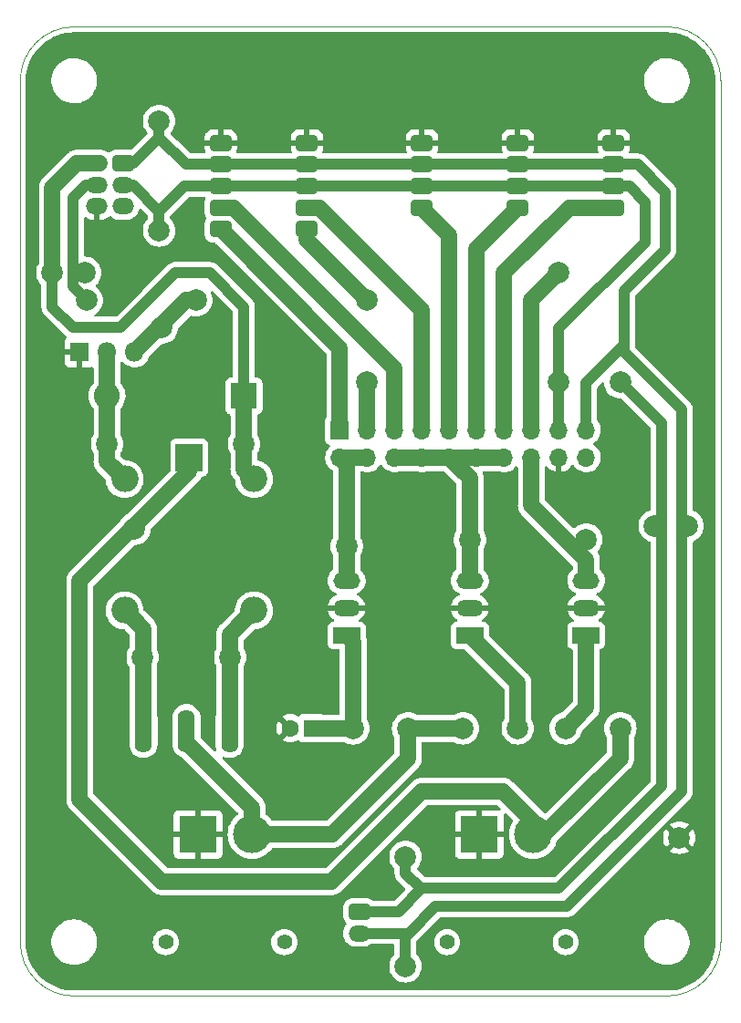
<source format=gbl>
G04 #@! TF.GenerationSoftware,KiCad,Pcbnew,(6.0.0)*
G04 #@! TF.CreationDate,2022-05-07T17:49:45+02:00*
G04 #@! TF.ProjectId,Alimentation,416c696d-656e-4746-9174-696f6e2e6b69,rev?*
G04 #@! TF.SameCoordinates,Original*
G04 #@! TF.FileFunction,Copper,L2,Bot*
G04 #@! TF.FilePolarity,Positive*
%FSLAX46Y46*%
G04 Gerber Fmt 4.6, Leading zero omitted, Abs format (unit mm)*
G04 Created by KiCad (PCBNEW (6.0.0)) date 2022-05-07 17:49:45*
%MOMM*%
%LPD*%
G01*
G04 APERTURE LIST*
G04 Aperture macros list*
%AMRoundRect*
0 Rectangle with rounded corners*
0 $1 Rounding radius*
0 $2 $3 $4 $5 $6 $7 $8 $9 X,Y pos of 4 corners*
0 Add a 4 corners polygon primitive as box body*
4,1,4,$2,$3,$4,$5,$6,$7,$8,$9,$2,$3,0*
0 Add four circle primitives for the rounded corners*
1,1,$1+$1,$2,$3*
1,1,$1+$1,$4,$5*
1,1,$1+$1,$6,$7*
1,1,$1+$1,$8,$9*
0 Add four rect primitives between the rounded corners*
20,1,$1+$1,$2,$3,$4,$5,0*
20,1,$1+$1,$4,$5,$6,$7,0*
20,1,$1+$1,$6,$7,$8,$9,0*
20,1,$1+$1,$8,$9,$2,$3,0*%
G04 Aperture macros list end*
G04 #@! TA.AperFunction,Profile*
%ADD10C,0.050000*%
G04 #@! TD*
G04 #@! TA.AperFunction,ComponentPad*
%ADD11RoundRect,0.312500X-0.687500X0.437500X-0.687500X-0.437500X0.687500X-0.437500X0.687500X0.437500X0*%
G04 #@! TD*
G04 #@! TA.AperFunction,ComponentPad*
%ADD12R,2.500000X2.500000*%
G04 #@! TD*
G04 #@! TA.AperFunction,ComponentPad*
%ADD13O,2.500000X2.500000*%
G04 #@! TD*
G04 #@! TA.AperFunction,ComponentPad*
%ADD14R,2.500000X1.500000*%
G04 #@! TD*
G04 #@! TA.AperFunction,ComponentPad*
%ADD15O,2.500000X1.500000*%
G04 #@! TD*
G04 #@! TA.AperFunction,ComponentPad*
%ADD16R,1.700000X1.700000*%
G04 #@! TD*
G04 #@! TA.AperFunction,ComponentPad*
%ADD17O,1.700000X1.700000*%
G04 #@! TD*
G04 #@! TA.AperFunction,ComponentPad*
%ADD18RoundRect,0.312500X0.687500X-0.437500X0.687500X0.437500X-0.687500X0.437500X-0.687500X-0.437500X0*%
G04 #@! TD*
G04 #@! TA.AperFunction,ComponentPad*
%ADD19O,2.000000X1.500000*%
G04 #@! TD*
G04 #@! TA.AperFunction,ComponentPad*
%ADD20R,2.400000X2.400000*%
G04 #@! TD*
G04 #@! TA.AperFunction,ComponentPad*
%ADD21O,2.400000X2.400000*%
G04 #@! TD*
G04 #@! TA.AperFunction,ComponentPad*
%ADD22C,2.000000*%
G04 #@! TD*
G04 #@! TA.AperFunction,ComponentPad*
%ADD23C,1.400000*%
G04 #@! TD*
G04 #@! TA.AperFunction,ComponentPad*
%ADD24R,3.500000X3.500000*%
G04 #@! TD*
G04 #@! TA.AperFunction,ComponentPad*
%ADD25C,3.500000*%
G04 #@! TD*
G04 #@! TA.AperFunction,ComponentPad*
%ADD26R,1.800000X1.800000*%
G04 #@! TD*
G04 #@! TA.AperFunction,ComponentPad*
%ADD27O,1.800000X1.800000*%
G04 #@! TD*
G04 #@! TA.AperFunction,ComponentPad*
%ADD28R,1.600000X1.600000*%
G04 #@! TD*
G04 #@! TA.AperFunction,ComponentPad*
%ADD29C,1.600000*%
G04 #@! TD*
G04 #@! TA.AperFunction,ComponentPad*
%ADD30O,1.600000X4.000000*%
G04 #@! TD*
G04 #@! TA.AperFunction,SMDPad,CuDef*
%ADD31C,2.000000*%
G04 #@! TD*
G04 #@! TA.AperFunction,ViaPad*
%ADD32C,2.000000*%
G04 #@! TD*
G04 #@! TA.AperFunction,Conductor*
%ADD33C,1.500000*%
G04 #@! TD*
G04 #@! TA.AperFunction,Conductor*
%ADD34C,1.000000*%
G04 #@! TD*
G04 #@! TA.AperFunction,Conductor*
%ADD35C,0.600000*%
G04 #@! TD*
G04 APERTURE END LIST*
D10*
X147952000Y-125448000D02*
X92952000Y-125448000D01*
X92952000Y-35448000D02*
G75*
G03*
X87952000Y-40448000I0J-5000000D01*
G01*
X152952000Y-40448000D02*
X152952000Y-120448000D01*
X152952000Y-40448000D02*
G75*
G03*
X147952000Y-35448000I-5000000J0D01*
G01*
X147952000Y-125448000D02*
G75*
G03*
X152952000Y-120448000I0J5000000D01*
G01*
X87952000Y-40448000D02*
X87952000Y-120448000D01*
X87952000Y-120448000D02*
G75*
G03*
X92952000Y-125448000I5000000J0D01*
G01*
X92952000Y-35448000D02*
X147952000Y-35448000D01*
D11*
X143002000Y-46228000D03*
X143002000Y-48228000D03*
X143002000Y-50228000D03*
X143002000Y-52228000D03*
X134112000Y-46228000D03*
X134112000Y-48228000D03*
X134112000Y-50228000D03*
X134112000Y-52228000D03*
X125222000Y-46228000D03*
X125222000Y-48228000D03*
X125222000Y-50228000D03*
X125222000Y-52228000D03*
X114554000Y-46228000D03*
X114554000Y-48228000D03*
X114554000Y-50228000D03*
X114554000Y-52228000D03*
X114554000Y-54228000D03*
X106553000Y-46228000D03*
X106553000Y-48228000D03*
X106553000Y-50228000D03*
X106553000Y-52228000D03*
X106553000Y-54228000D03*
D12*
X103632000Y-75438000D03*
D13*
X97632000Y-77438000D03*
X97632000Y-89638000D03*
X109632000Y-89638000D03*
X109632000Y-77438000D03*
D14*
X129667000Y-91948000D03*
D15*
X129667000Y-89408000D03*
X129667000Y-86868000D03*
D14*
X118237000Y-91948000D03*
D15*
X118237000Y-89408000D03*
X118237000Y-86868000D03*
D16*
X117602000Y-72898000D03*
D17*
X117602000Y-75438000D03*
X120142000Y-72898000D03*
X120142000Y-75438000D03*
X122682000Y-72898000D03*
X122682000Y-75438000D03*
X125222000Y-72898000D03*
X125222000Y-75438000D03*
X127762000Y-72898000D03*
X127762000Y-75438000D03*
X130302000Y-72898000D03*
X130302000Y-75438000D03*
X132842000Y-72898000D03*
X132842000Y-75438000D03*
X135382000Y-72898000D03*
X135382000Y-75438000D03*
X137922000Y-72898000D03*
X137922000Y-75438000D03*
X140462000Y-72898000D03*
X140462000Y-75438000D03*
D18*
X97482000Y-48133000D03*
D19*
X95082000Y-48133000D03*
X97482000Y-50133000D03*
X95082000Y-50133000D03*
X97482000Y-52133000D03*
X95082000Y-52133000D03*
D20*
X108712000Y-69723000D03*
D21*
X96012000Y-69723000D03*
D14*
X140462000Y-91948000D03*
D15*
X140462000Y-89408000D03*
X140462000Y-86868000D03*
D22*
X104267000Y-60833000D03*
X94107000Y-60833000D03*
D23*
X138556000Y-120448000D03*
X127556000Y-120448000D03*
D24*
X130556000Y-110448000D03*
D25*
X135556000Y-110448000D03*
D23*
X112452000Y-120448000D03*
X101452000Y-120448000D03*
D24*
X104452000Y-110448000D03*
D25*
X109452000Y-110448000D03*
D26*
X93472000Y-65653000D03*
D27*
X96012000Y-65653000D03*
X98552000Y-65653000D03*
D11*
X119422000Y-117618000D03*
D19*
X119422000Y-119618000D03*
D22*
X134112000Y-100584000D03*
X129032000Y-100584000D03*
D28*
X115001113Y-100584000D03*
D29*
X113001113Y-100584000D03*
D30*
X99378000Y-100838000D03*
X103378000Y-100838000D03*
X107378000Y-100838000D03*
D22*
X100838000Y-44196000D03*
X100838000Y-54356000D03*
X118862000Y-100584000D03*
X123942000Y-100584000D03*
X123698000Y-122682000D03*
X123698000Y-112522000D03*
X138547000Y-100584000D03*
X143627000Y-100584000D03*
D31*
X93980000Y-58293000D03*
X149098000Y-110744000D03*
X99314000Y-93980000D03*
X146812000Y-81788000D03*
X98552000Y-82042000D03*
X108712000Y-74168000D03*
X101092000Y-63373000D03*
X129667000Y-83058000D03*
X149860000Y-81788000D03*
X118237000Y-83693000D03*
X107442000Y-93980000D03*
X140462000Y-83058000D03*
X96012000Y-74168000D03*
D32*
X143637000Y-68453000D03*
X137922000Y-68453000D03*
X101092000Y-38608000D03*
X93472000Y-80518000D03*
X97282000Y-107188000D03*
X113792000Y-89408000D03*
X113792000Y-69088000D03*
X131572000Y-103378000D03*
X115062000Y-105918000D03*
X136652000Y-89408000D03*
X144272000Y-77978000D03*
X148082000Y-114808000D03*
X102362000Y-89408000D03*
X140462000Y-38608000D03*
X121412000Y-38608000D03*
X106172000Y-80518000D03*
X131572000Y-119888000D03*
X125222000Y-89408000D03*
X93472000Y-114808000D03*
X149352000Y-65278000D03*
X107442000Y-119888000D03*
X144272000Y-94488000D03*
X120142000Y-68453000D03*
X120142000Y-60833000D03*
X137922000Y-58293000D03*
X90932000Y-58293000D03*
D33*
X138907000Y-52228000D02*
X143002000Y-52228000D01*
X132842000Y-58293000D02*
X138907000Y-52228000D01*
X132842000Y-72898000D02*
X132842000Y-58293000D01*
D34*
X125222000Y-50228000D02*
X106553000Y-50228000D01*
X134112000Y-50228000D02*
X125222000Y-50228000D01*
X123047000Y-117618000D02*
X125222000Y-115443000D01*
X123698000Y-114046000D02*
X125095000Y-115443000D01*
X125222000Y-115443000D02*
X126111000Y-115443000D01*
X119422000Y-117618000D02*
X123047000Y-117618000D01*
X137922000Y-72898000D02*
X137922000Y-63478000D01*
X137922000Y-115443000D02*
X147447000Y-105918000D01*
X106553000Y-50228000D02*
X103188000Y-50228000D01*
X145952000Y-51718000D02*
X144462000Y-50228000D01*
X147447000Y-72263000D02*
X143637000Y-68453000D01*
X100838000Y-52578000D02*
X98393000Y-50133000D01*
X100838000Y-52832000D02*
X100838000Y-52578000D01*
X123698000Y-112522000D02*
X123698000Y-114046000D01*
X126111000Y-115443000D02*
X137922000Y-115443000D01*
X100838000Y-54356000D02*
X100838000Y-52832000D01*
X98393000Y-50133000D02*
X97282000Y-50133000D01*
X147447000Y-105918000D02*
X147447000Y-72263000D01*
X144462000Y-50228000D02*
X143002000Y-50228000D01*
X143002000Y-50228000D02*
X134112000Y-50228000D01*
X145952000Y-55448000D02*
X145952000Y-51718000D01*
X103188000Y-50228000D02*
X100838000Y-52578000D01*
X137922000Y-63478000D02*
X145952000Y-55448000D01*
X125095000Y-115443000D02*
X125222000Y-115443000D01*
X123968000Y-119618000D02*
X126492000Y-117094000D01*
X100838000Y-44196000D02*
X100838000Y-45720000D01*
X126492000Y-117094000D02*
X138684000Y-117094000D01*
X144014500Y-65655500D02*
X144014500Y-64385500D01*
X134112000Y-48228000D02*
X143002000Y-48228000D01*
X143002000Y-48228000D02*
X145256000Y-48228000D01*
X123698000Y-119888000D02*
X123698000Y-122682000D01*
X149352000Y-70993000D02*
X144014500Y-65655500D01*
X147828000Y-50800000D02*
X147828000Y-56134000D01*
X98425000Y-48133000D02*
X97282000Y-48133000D01*
X125222000Y-48228000D02*
X106553000Y-48228000D01*
X100838000Y-45720000D02*
X98425000Y-48133000D01*
X123206000Y-119618000D02*
X123968000Y-119618000D01*
X144014500Y-64960500D02*
X140462000Y-68513000D01*
X125222000Y-48228000D02*
X133730517Y-48228000D01*
X144014500Y-64385500D02*
X144014500Y-64960500D01*
X119422000Y-119618000D02*
X123206000Y-119618000D01*
X145256000Y-48228000D02*
X147828000Y-50800000D01*
D35*
X133730517Y-48228000D02*
X134112000Y-48228000D01*
D34*
X123968000Y-119618000D02*
X123698000Y-119888000D01*
X149352000Y-106426000D02*
X149352000Y-70993000D01*
X103346000Y-48228000D02*
X100838000Y-45720000D01*
X138684000Y-117094000D02*
X149352000Y-106426000D01*
X106553000Y-48228000D02*
X103346000Y-48228000D01*
X147828000Y-56134000D02*
X144014500Y-59947500D01*
X144014500Y-59947500D02*
X144014500Y-64385500D01*
X140462000Y-68513000D02*
X140462000Y-72898000D01*
D33*
X130302000Y-72898000D02*
X130302000Y-56038000D01*
X130302000Y-56038000D02*
X134112000Y-52228000D01*
X127762000Y-72898000D02*
X127762000Y-54768000D01*
X127762000Y-54768000D02*
X125222000Y-52228000D01*
X114554000Y-54228000D02*
X114554000Y-55245000D01*
X114554000Y-55245000D02*
X120142000Y-60833000D01*
X120142000Y-72898000D02*
X120142000Y-68453000D01*
D34*
X92837000Y-59563000D02*
X94107000Y-60833000D01*
X95282000Y-50133000D02*
X94012000Y-50133000D01*
X94012000Y-50133000D02*
X92837000Y-51308000D01*
X92837000Y-51308000D02*
X92837000Y-59563000D01*
X105537000Y-58293000D02*
X108712000Y-61468000D01*
X92837000Y-63373000D02*
X97279553Y-63373000D01*
X108712000Y-61468000D02*
X108712000Y-69723000D01*
D33*
X108712000Y-76518000D02*
X109632000Y-77438000D01*
X90932000Y-50388000D02*
X90932000Y-58293000D01*
X95282000Y-48133000D02*
X93187000Y-48133000D01*
X108712000Y-69723000D02*
X108712000Y-76518000D01*
X93187000Y-48133000D02*
X90932000Y-50388000D01*
X135382000Y-60833000D02*
X137922000Y-58293000D01*
X135382000Y-72898000D02*
X135382000Y-60833000D01*
D34*
X97279553Y-63373000D02*
X102359553Y-58293000D01*
X90932000Y-58293000D02*
X90932000Y-61468000D01*
X90932000Y-61468000D02*
X92837000Y-63373000D01*
X102359553Y-58293000D02*
X105537000Y-58293000D01*
D33*
X117602000Y-65278000D02*
X106553000Y-54229000D01*
X117602000Y-72898000D02*
X117602000Y-65278000D01*
X106553000Y-54229000D02*
X106553000Y-54228000D01*
D35*
X125222000Y-75438000D02*
X122682000Y-75438000D01*
X132842000Y-75438000D02*
X130302000Y-75438000D01*
X127762000Y-75438000D02*
X125222000Y-75438000D01*
D33*
X122682000Y-75438000D02*
X132842000Y-75438000D01*
X129667000Y-86868000D02*
X129667000Y-77343000D01*
D35*
X130302000Y-75438000D02*
X127762000Y-75438000D01*
D33*
X129667000Y-77343000D02*
X127762000Y-75438000D01*
X123942000Y-100584000D02*
X123942000Y-103388000D01*
X116882000Y-110448000D02*
X109452000Y-110448000D01*
X103378000Y-100838000D02*
X103378000Y-101874000D01*
X103378000Y-101874000D02*
X108952000Y-107448000D01*
X123942000Y-100584000D02*
X129032000Y-100584000D01*
X123942000Y-103388000D02*
X116882000Y-110448000D01*
X109452000Y-110448000D02*
X109452000Y-107948000D01*
X109452000Y-107948000D02*
X108952000Y-107448000D01*
X96012000Y-69723000D02*
X96012000Y-75818000D01*
X96012000Y-65653000D02*
X96012000Y-69723000D01*
X96012000Y-75818000D02*
X97632000Y-77438000D01*
X143627000Y-103388000D02*
X136567000Y-110448000D01*
X135556000Y-110448000D02*
X135556000Y-109267000D01*
X116840000Y-114808000D02*
X115697000Y-114808000D01*
X136567000Y-110448000D02*
X135556000Y-110448000D01*
X135556000Y-109267000D02*
X132715000Y-106426000D01*
X103632000Y-76708000D02*
X103632000Y-75438000D01*
X93472000Y-86868000D02*
X103632000Y-76708000D01*
X143627000Y-100584000D02*
X143627000Y-103388000D01*
X115717480Y-114808000D02*
X101092000Y-114808000D01*
X93472000Y-107188000D02*
X93472000Y-86868000D01*
X125222000Y-106426000D02*
X116840000Y-114808000D01*
X132715000Y-106426000D02*
X125222000Y-106426000D01*
X101092000Y-114808000D02*
X93472000Y-107188000D01*
X118237000Y-81788000D02*
X118237000Y-76073000D01*
X117602000Y-75438000D02*
X120142000Y-75438000D01*
X118237000Y-86868000D02*
X118237000Y-81788000D01*
X118237000Y-76073000D02*
X117602000Y-75438000D01*
X125222000Y-61718000D02*
X115732000Y-52228000D01*
X125222000Y-72898000D02*
X125222000Y-61718000D01*
X115732000Y-52228000D02*
X114554000Y-52228000D01*
X107727000Y-52228000D02*
X106553000Y-52228000D01*
X122682000Y-67183000D02*
X107727000Y-52228000D01*
X122682000Y-68453000D02*
X122682000Y-67898000D01*
X122682000Y-72898000D02*
X122682000Y-69723000D01*
X122682000Y-69723000D02*
X122682000Y-67183000D01*
X122682000Y-69723000D02*
X122682000Y-68453000D01*
X140462000Y-86868000D02*
X140462000Y-84963000D01*
X140462000Y-84963000D02*
X135382000Y-79883000D01*
X135382000Y-79883000D02*
X135382000Y-75438000D01*
X104267000Y-60833000D02*
X103372000Y-60833000D01*
X103372000Y-60833000D02*
X98552000Y-65653000D01*
X118862000Y-100584000D02*
X118862000Y-92573000D01*
X118862000Y-92573000D02*
X118237000Y-91948000D01*
X118862000Y-100584000D02*
X115001113Y-100584000D01*
X140462000Y-91948000D02*
X140462000Y-98669000D01*
X140462000Y-98669000D02*
X138547000Y-100584000D01*
X134112000Y-96393000D02*
X129667000Y-91948000D01*
X134112000Y-100584000D02*
X134112000Y-96393000D01*
X97632000Y-89638000D02*
X99378000Y-91384000D01*
X99378000Y-91384000D02*
X99378000Y-100838000D01*
X107378000Y-91892000D02*
X109632000Y-89638000D01*
X107378000Y-100838000D02*
X107378000Y-91892000D01*
G04 #@! TA.AperFunction,Conductor*
G36*
X147922057Y-35957500D02*
G01*
X147936858Y-35959805D01*
X147936861Y-35959805D01*
X147945730Y-35961186D01*
X147966158Y-35958515D01*
X147987983Y-35957571D01*
X148338007Y-35972853D01*
X148348958Y-35973811D01*
X148726579Y-36023527D01*
X148737403Y-36025436D01*
X149109243Y-36107870D01*
X149119860Y-36110715D01*
X149483110Y-36225248D01*
X149493425Y-36229001D01*
X149845334Y-36374766D01*
X149855269Y-36379399D01*
X150193128Y-36555278D01*
X150202637Y-36560768D01*
X150523860Y-36765410D01*
X150532864Y-36771714D01*
X150835043Y-37003583D01*
X150843463Y-37010649D01*
X151124268Y-37267959D01*
X151132041Y-37275732D01*
X151389351Y-37556537D01*
X151396417Y-37564957D01*
X151628286Y-37867136D01*
X151634590Y-37876140D01*
X151839232Y-38197363D01*
X151844722Y-38206872D01*
X152020601Y-38544731D01*
X152025234Y-38554666D01*
X152134963Y-38819577D01*
X152170996Y-38906568D01*
X152174752Y-38916890D01*
X152202401Y-39004579D01*
X152289285Y-39280139D01*
X152292130Y-39290757D01*
X152374564Y-39662597D01*
X152376473Y-39673421D01*
X152426189Y-40051042D01*
X152427147Y-40061993D01*
X152442104Y-40404583D01*
X152440724Y-40429461D01*
X152438814Y-40441730D01*
X152440638Y-40455678D01*
X152442936Y-40473251D01*
X152444000Y-40489589D01*
X152444000Y-120398672D01*
X152442500Y-120418056D01*
X152438814Y-120441730D01*
X152441485Y-120462158D01*
X152442429Y-120483983D01*
X152435173Y-120650177D01*
X152427147Y-120834007D01*
X152426189Y-120844957D01*
X152423454Y-120865734D01*
X152376473Y-121222579D01*
X152374564Y-121233403D01*
X152292130Y-121605243D01*
X152289285Y-121615860D01*
X152200434Y-121897661D01*
X152174755Y-121979103D01*
X152170999Y-121989425D01*
X152128137Y-122092904D01*
X152025238Y-122341325D01*
X152020601Y-122351269D01*
X151844722Y-122689128D01*
X151839232Y-122698637D01*
X151634590Y-123019860D01*
X151628286Y-123028864D01*
X151396417Y-123331043D01*
X151389353Y-123339460D01*
X151176806Y-123571416D01*
X151132041Y-123620268D01*
X151124268Y-123628041D01*
X150843463Y-123885351D01*
X150835046Y-123892414D01*
X150683953Y-124008352D01*
X150532864Y-124124286D01*
X150523860Y-124130590D01*
X150202637Y-124335232D01*
X150193128Y-124340722D01*
X149855269Y-124516601D01*
X149845334Y-124521234D01*
X149493425Y-124666999D01*
X149483110Y-124670752D01*
X149119861Y-124785285D01*
X149109243Y-124788130D01*
X148737403Y-124870564D01*
X148726579Y-124872473D01*
X148348958Y-124922189D01*
X148338007Y-124923147D01*
X147995417Y-124938104D01*
X147970539Y-124936724D01*
X147970160Y-124936665D01*
X147958270Y-124934814D01*
X147926749Y-124938936D01*
X147910411Y-124940000D01*
X93001328Y-124940000D01*
X92981943Y-124938500D01*
X92967142Y-124936195D01*
X92967139Y-124936195D01*
X92958270Y-124934814D01*
X92937842Y-124937485D01*
X92916017Y-124938429D01*
X92565993Y-124923147D01*
X92555042Y-124922189D01*
X92177421Y-124872473D01*
X92166597Y-124870564D01*
X91794757Y-124788130D01*
X91784139Y-124785285D01*
X91420890Y-124670752D01*
X91410575Y-124666999D01*
X91058666Y-124521234D01*
X91048731Y-124516601D01*
X90710872Y-124340722D01*
X90701363Y-124335232D01*
X90380140Y-124130590D01*
X90371136Y-124124286D01*
X90220046Y-124008351D01*
X90068954Y-123892414D01*
X90060537Y-123885351D01*
X89779732Y-123628041D01*
X89771959Y-123620268D01*
X89727195Y-123571416D01*
X89514647Y-123339460D01*
X89507583Y-123331043D01*
X89275714Y-123028864D01*
X89269410Y-123019860D01*
X89064768Y-122698637D01*
X89059278Y-122689128D01*
X88883399Y-122351269D01*
X88878762Y-122341325D01*
X88775864Y-122092904D01*
X88733001Y-121989425D01*
X88729245Y-121979103D01*
X88703567Y-121897661D01*
X88614715Y-121615860D01*
X88611870Y-121605243D01*
X88529436Y-121233403D01*
X88527527Y-121222579D01*
X88477811Y-120844957D01*
X88476853Y-120834006D01*
X88466943Y-120607036D01*
X88465793Y-120580703D01*
X90842743Y-120580703D01*
X90843302Y-120584947D01*
X90843302Y-120584951D01*
X90853705Y-120663970D01*
X90880268Y-120865734D01*
X90881401Y-120869874D01*
X90881401Y-120869876D01*
X90883213Y-120876500D01*
X90956129Y-121143036D01*
X90957813Y-121146984D01*
X91057400Y-121380460D01*
X91068923Y-121407476D01*
X91080693Y-121427142D01*
X91193595Y-121615787D01*
X91216561Y-121654161D01*
X91396313Y-121878528D01*
X91604851Y-122076423D01*
X91838317Y-122244186D01*
X91842112Y-122246195D01*
X91842113Y-122246196D01*
X91863869Y-122257715D01*
X92092392Y-122378712D01*
X92362373Y-122477511D01*
X92643264Y-122538755D01*
X92671841Y-122541004D01*
X92866282Y-122556307D01*
X92866291Y-122556307D01*
X92868739Y-122556500D01*
X93024271Y-122556500D01*
X93026407Y-122556354D01*
X93026418Y-122556354D01*
X93234548Y-122542165D01*
X93234554Y-122542164D01*
X93238825Y-122541873D01*
X93243020Y-122541004D01*
X93243022Y-122541004D01*
X93379584Y-122512723D01*
X93520342Y-122483574D01*
X93791343Y-122387607D01*
X94046812Y-122255750D01*
X94050313Y-122253289D01*
X94050317Y-122253287D01*
X94164418Y-122173095D01*
X94282023Y-122090441D01*
X94389231Y-121990817D01*
X94489479Y-121897661D01*
X94489481Y-121897658D01*
X94492622Y-121894740D01*
X94674713Y-121672268D01*
X94824927Y-121427142D01*
X94848516Y-121373406D01*
X94938757Y-121167830D01*
X94940483Y-121163898D01*
X95019244Y-120887406D01*
X95053529Y-120646502D01*
X95059146Y-120607036D01*
X95059146Y-120607034D01*
X95059751Y-120602784D01*
X95059845Y-120584951D01*
X95060562Y-120448000D01*
X100238884Y-120448000D01*
X100257314Y-120658655D01*
X100258738Y-120663968D01*
X100258738Y-120663970D01*
X100307234Y-120844957D01*
X100312044Y-120862910D01*
X100314366Y-120867891D01*
X100314367Y-120867892D01*
X100325392Y-120891534D01*
X100401411Y-121054558D01*
X100522699Y-121227776D01*
X100672224Y-121377301D01*
X100845442Y-121498589D01*
X100850420Y-121500910D01*
X100850423Y-121500912D01*
X100976132Y-121559531D01*
X101037090Y-121587956D01*
X101042398Y-121589378D01*
X101042400Y-121589379D01*
X101236030Y-121641262D01*
X101236032Y-121641262D01*
X101241345Y-121642686D01*
X101452000Y-121661116D01*
X101662655Y-121642686D01*
X101667968Y-121641262D01*
X101667970Y-121641262D01*
X101861600Y-121589379D01*
X101861602Y-121589378D01*
X101866910Y-121587956D01*
X101927868Y-121559531D01*
X102053577Y-121500912D01*
X102053580Y-121500910D01*
X102058558Y-121498589D01*
X102231776Y-121377301D01*
X102381301Y-121227776D01*
X102502589Y-121054558D01*
X102578609Y-120891534D01*
X102589633Y-120867892D01*
X102589634Y-120867891D01*
X102591956Y-120862910D01*
X102596767Y-120844957D01*
X102645262Y-120663970D01*
X102645262Y-120663968D01*
X102646686Y-120658655D01*
X102665116Y-120448000D01*
X111238884Y-120448000D01*
X111257314Y-120658655D01*
X111258738Y-120663968D01*
X111258738Y-120663970D01*
X111307234Y-120844957D01*
X111312044Y-120862910D01*
X111314366Y-120867891D01*
X111314367Y-120867892D01*
X111325392Y-120891534D01*
X111401411Y-121054558D01*
X111522699Y-121227776D01*
X111672224Y-121377301D01*
X111845442Y-121498589D01*
X111850420Y-121500910D01*
X111850423Y-121500912D01*
X111976132Y-121559531D01*
X112037090Y-121587956D01*
X112042398Y-121589378D01*
X112042400Y-121589379D01*
X112236030Y-121641262D01*
X112236032Y-121641262D01*
X112241345Y-121642686D01*
X112452000Y-121661116D01*
X112662655Y-121642686D01*
X112667968Y-121641262D01*
X112667970Y-121641262D01*
X112861600Y-121589379D01*
X112861602Y-121589378D01*
X112866910Y-121587956D01*
X112927868Y-121559531D01*
X113053577Y-121500912D01*
X113053580Y-121500910D01*
X113058558Y-121498589D01*
X113231776Y-121377301D01*
X113381301Y-121227776D01*
X113502589Y-121054558D01*
X113578609Y-120891534D01*
X113589633Y-120867892D01*
X113589634Y-120867891D01*
X113591956Y-120862910D01*
X113596767Y-120844957D01*
X113645262Y-120663970D01*
X113645262Y-120663968D01*
X113646686Y-120658655D01*
X113665116Y-120448000D01*
X113646686Y-120237345D01*
X113591956Y-120033090D01*
X113580533Y-120008594D01*
X113504912Y-119846423D01*
X113504910Y-119846420D01*
X113502589Y-119841442D01*
X113381301Y-119668224D01*
X113231776Y-119518699D01*
X113058558Y-119397411D01*
X113053580Y-119395090D01*
X113053577Y-119395088D01*
X112871892Y-119310367D01*
X112871891Y-119310366D01*
X112866910Y-119308044D01*
X112861602Y-119306622D01*
X112861600Y-119306621D01*
X112667970Y-119254738D01*
X112667968Y-119254738D01*
X112662655Y-119253314D01*
X112452000Y-119234884D01*
X112241345Y-119253314D01*
X112236032Y-119254738D01*
X112236030Y-119254738D01*
X112042400Y-119306621D01*
X112042398Y-119306622D01*
X112037090Y-119308044D01*
X112032109Y-119310366D01*
X112032108Y-119310367D01*
X111850423Y-119395088D01*
X111850420Y-119395090D01*
X111845442Y-119397411D01*
X111672224Y-119518699D01*
X111522699Y-119668224D01*
X111401411Y-119841442D01*
X111399090Y-119846420D01*
X111399088Y-119846423D01*
X111323467Y-120008594D01*
X111312044Y-120033090D01*
X111257314Y-120237345D01*
X111238884Y-120448000D01*
X102665116Y-120448000D01*
X102646686Y-120237345D01*
X102591956Y-120033090D01*
X102580533Y-120008594D01*
X102504912Y-119846423D01*
X102504910Y-119846420D01*
X102502589Y-119841442D01*
X102381301Y-119668224D01*
X102231776Y-119518699D01*
X102058558Y-119397411D01*
X102053580Y-119395090D01*
X102053577Y-119395088D01*
X101871892Y-119310367D01*
X101871891Y-119310366D01*
X101866910Y-119308044D01*
X101861602Y-119306622D01*
X101861600Y-119306621D01*
X101667970Y-119254738D01*
X101667968Y-119254738D01*
X101662655Y-119253314D01*
X101452000Y-119234884D01*
X101241345Y-119253314D01*
X101236032Y-119254738D01*
X101236030Y-119254738D01*
X101042400Y-119306621D01*
X101042398Y-119306622D01*
X101037090Y-119308044D01*
X101032109Y-119310366D01*
X101032108Y-119310367D01*
X100850423Y-119395088D01*
X100850420Y-119395090D01*
X100845442Y-119397411D01*
X100672224Y-119518699D01*
X100522699Y-119668224D01*
X100401411Y-119841442D01*
X100399090Y-119846420D01*
X100399088Y-119846423D01*
X100323467Y-120008594D01*
X100312044Y-120033090D01*
X100257314Y-120237345D01*
X100238884Y-120448000D01*
X95060562Y-120448000D01*
X95061235Y-120319583D01*
X95061235Y-120319576D01*
X95061257Y-120315297D01*
X95058594Y-120295064D01*
X95032968Y-120100419D01*
X95023732Y-120030266D01*
X94947871Y-119752964D01*
X94847948Y-119518699D01*
X94836763Y-119492476D01*
X94836761Y-119492472D01*
X94835077Y-119488524D01*
X94687439Y-119241839D01*
X94507687Y-119017472D01*
X94384289Y-118900372D01*
X94302258Y-118822527D01*
X94302255Y-118822525D01*
X94299149Y-118819577D01*
X94065683Y-118651814D01*
X94043843Y-118640250D01*
X93985766Y-118609500D01*
X93811608Y-118517288D01*
X93541627Y-118418489D01*
X93260736Y-118357245D01*
X93229685Y-118354801D01*
X93037718Y-118339693D01*
X93037709Y-118339693D01*
X93035261Y-118339500D01*
X92879729Y-118339500D01*
X92877593Y-118339646D01*
X92877582Y-118339646D01*
X92669452Y-118353835D01*
X92669446Y-118353836D01*
X92665175Y-118354127D01*
X92660980Y-118354996D01*
X92660978Y-118354996D01*
X92524417Y-118383276D01*
X92383658Y-118412426D01*
X92112657Y-118508393D01*
X91857188Y-118640250D01*
X91853687Y-118642711D01*
X91853683Y-118642713D01*
X91837167Y-118654321D01*
X91621977Y-118805559D01*
X91411378Y-119001260D01*
X91229287Y-119223732D01*
X91079073Y-119468858D01*
X91077347Y-119472791D01*
X91077346Y-119472792D01*
X90998643Y-119652083D01*
X90963517Y-119732102D01*
X90884756Y-120008594D01*
X90881979Y-120028108D01*
X90847720Y-120268830D01*
X90844249Y-120293216D01*
X90844227Y-120297505D01*
X90844226Y-120297512D01*
X90843191Y-120495173D01*
X90842743Y-120580703D01*
X88465793Y-120580703D01*
X88462059Y-120495172D01*
X88463686Y-120468769D01*
X88464263Y-120465342D01*
X88464263Y-120465340D01*
X88465071Y-120460539D01*
X88465224Y-120448000D01*
X88461273Y-120420412D01*
X88460000Y-120402549D01*
X88460000Y-107135086D01*
X92209521Y-107135086D01*
X92211026Y-107166992D01*
X92213360Y-107216488D01*
X92213500Y-107222424D01*
X92213500Y-107244999D01*
X92213750Y-107247796D01*
X92215819Y-107270988D01*
X92216178Y-107276248D01*
X92220104Y-107359488D01*
X92221354Y-107364947D01*
X92221355Y-107364952D01*
X92224108Y-107376970D01*
X92226789Y-107393899D01*
X92228383Y-107411762D01*
X92229865Y-107417178D01*
X92229865Y-107417180D01*
X92250370Y-107492133D01*
X92251656Y-107497251D01*
X92255256Y-107512967D01*
X92270258Y-107578470D01*
X92272460Y-107583632D01*
X92277294Y-107594967D01*
X92282927Y-107611142D01*
X92287663Y-107628451D01*
X92303280Y-107661192D01*
X92323539Y-107703667D01*
X92325710Y-107708476D01*
X92340054Y-107742104D01*
X92358397Y-107785109D01*
X92368251Y-107800110D01*
X92376654Y-107815025D01*
X92384378Y-107831218D01*
X92427337Y-107891001D01*
X92432999Y-107898881D01*
X92435989Y-107903232D01*
X92479196Y-107969010D01*
X92479202Y-107969018D01*
X92481735Y-107972874D01*
X92500257Y-107993662D01*
X92508490Y-108003939D01*
X92515471Y-108013654D01*
X92519498Y-108017556D01*
X92592255Y-108088063D01*
X92593665Y-108089452D01*
X100137475Y-115633263D01*
X100148342Y-115645653D01*
X100161877Y-115663292D01*
X100188751Y-115687745D01*
X100222174Y-115718158D01*
X100226469Y-115722257D01*
X100242410Y-115738198D01*
X100262436Y-115754942D01*
X100266391Y-115758392D01*
X100328036Y-115814485D01*
X100332790Y-115817467D01*
X100343230Y-115824016D01*
X100357090Y-115834085D01*
X100370853Y-115845593D01*
X100375734Y-115848377D01*
X100443218Y-115886869D01*
X100447748Y-115889579D01*
X100518344Y-115933864D01*
X100523548Y-115935956D01*
X100534983Y-115940553D01*
X100550413Y-115948012D01*
X100561119Y-115954119D01*
X100561128Y-115954123D01*
X100565993Y-115956898D01*
X100644538Y-115984712D01*
X100649450Y-115986568D01*
X100726783Y-116017656D01*
X100744361Y-116021296D01*
X100760854Y-116025902D01*
X100777759Y-116031888D01*
X100783293Y-116032794D01*
X100783296Y-116032795D01*
X100859977Y-116045352D01*
X100865149Y-116046311D01*
X100946767Y-116063213D01*
X100957328Y-116063822D01*
X100974563Y-116064816D01*
X100987669Y-116066263D01*
X100993914Y-116067286D01*
X100993921Y-116067287D01*
X100999457Y-116068193D01*
X101005071Y-116068105D01*
X101005073Y-116068105D01*
X101106230Y-116066516D01*
X101108209Y-116066500D01*
X116748604Y-116066500D01*
X116765051Y-116067578D01*
X116781516Y-116069746D01*
X116781520Y-116069746D01*
X116787086Y-116070479D01*
X116868489Y-116066640D01*
X116874424Y-116066500D01*
X116896999Y-116066500D01*
X116922989Y-116064181D01*
X116928248Y-116063822D01*
X117011488Y-116059896D01*
X117016947Y-116058646D01*
X117016952Y-116058645D01*
X117028970Y-116055892D01*
X117045899Y-116053211D01*
X117063762Y-116051617D01*
X117069178Y-116050135D01*
X117069180Y-116050135D01*
X117144133Y-116029630D01*
X117149251Y-116028344D01*
X117225000Y-116010995D01*
X117225002Y-116010994D01*
X117230470Y-116009742D01*
X117240970Y-116005263D01*
X117246967Y-116002706D01*
X117263142Y-115997073D01*
X117275039Y-115993818D01*
X117275043Y-115993817D01*
X117280451Y-115992337D01*
X117350826Y-115958770D01*
X117355667Y-115956461D01*
X117360476Y-115954290D01*
X117431949Y-115923804D01*
X117431950Y-115923804D01*
X117437109Y-115921603D01*
X117452110Y-115911749D01*
X117467025Y-115903346D01*
X117483218Y-115895622D01*
X117487769Y-115892352D01*
X117487772Y-115892350D01*
X117520996Y-115868476D01*
X117550892Y-115846994D01*
X117555232Y-115844011D01*
X117621010Y-115800804D01*
X117621018Y-115800798D01*
X117624874Y-115798265D01*
X117645662Y-115779743D01*
X117655939Y-115771510D01*
X117665654Y-115764529D01*
X117740063Y-115687745D01*
X117741452Y-115686335D01*
X123251903Y-110175885D01*
X128298000Y-110175885D01*
X128302475Y-110191124D01*
X128303865Y-110192329D01*
X128311548Y-110194000D01*
X130283885Y-110194000D01*
X130299124Y-110189525D01*
X130300329Y-110188135D01*
X130302000Y-110180452D01*
X130302000Y-108208116D01*
X130297525Y-108192877D01*
X130296135Y-108191672D01*
X130288452Y-108190001D01*
X128761331Y-108190001D01*
X128754510Y-108190371D01*
X128703648Y-108195895D01*
X128688396Y-108199521D01*
X128567946Y-108244676D01*
X128552351Y-108253214D01*
X128450276Y-108329715D01*
X128437715Y-108342276D01*
X128361214Y-108444351D01*
X128352676Y-108459946D01*
X128307522Y-108580394D01*
X128303895Y-108595649D01*
X128298369Y-108646514D01*
X128298000Y-108653328D01*
X128298000Y-110175885D01*
X123251903Y-110175885D01*
X125706383Y-107721405D01*
X125768695Y-107687379D01*
X125795478Y-107684500D01*
X132141523Y-107684500D01*
X132209644Y-107704502D01*
X132230618Y-107721405D01*
X132488275Y-107979062D01*
X132522301Y-108041374D01*
X132517236Y-108112189D01*
X132474689Y-108169025D01*
X132408169Y-108193836D01*
X132385573Y-108193420D01*
X132357488Y-108190369D01*
X132350672Y-108190000D01*
X130828115Y-108190000D01*
X130812876Y-108194475D01*
X130811671Y-108195865D01*
X130810000Y-108203548D01*
X130810000Y-110175885D01*
X130814475Y-110191124D01*
X130815865Y-110192329D01*
X130823548Y-110194000D01*
X132795884Y-110194000D01*
X132811123Y-110189525D01*
X132812328Y-110188135D01*
X132813999Y-110180452D01*
X132813999Y-108653331D01*
X132813629Y-108646510D01*
X132810579Y-108618424D01*
X132823108Y-108548542D01*
X132871430Y-108496527D01*
X132940202Y-108478894D01*
X133007590Y-108501242D01*
X133024937Y-108515724D01*
X133614753Y-109105540D01*
X133648779Y-109167852D01*
X133643714Y-109238667D01*
X133630423Y-109264637D01*
X133595885Y-109316327D01*
X133594061Y-109320026D01*
X133594058Y-109320031D01*
X133555216Y-109398795D01*
X133464941Y-109581855D01*
X133369776Y-109862203D01*
X133368972Y-109866247D01*
X133368970Y-109866253D01*
X133330066Y-110061837D01*
X133312017Y-110152574D01*
X133311748Y-110156679D01*
X133311747Y-110156686D01*
X133304190Y-110271988D01*
X133292654Y-110448000D01*
X133292924Y-110452119D01*
X133311427Y-110734420D01*
X133312017Y-110743426D01*
X133312819Y-110747459D01*
X133312820Y-110747465D01*
X133368439Y-111027077D01*
X133369776Y-111033797D01*
X133371103Y-111037706D01*
X133371104Y-111037710D01*
X133417287Y-111173760D01*
X133464941Y-111314145D01*
X133511126Y-111407799D01*
X133579793Y-111547041D01*
X133595885Y-111579673D01*
X133634055Y-111636798D01*
X133683287Y-111710479D01*
X133760367Y-111825838D01*
X133763081Y-111828932D01*
X133763085Y-111828938D01*
X133899352Y-111984320D01*
X133955573Y-112048427D01*
X133958662Y-112051136D01*
X134175062Y-112240915D01*
X134175068Y-112240919D01*
X134178162Y-112243633D01*
X134181588Y-112245922D01*
X134181593Y-112245926D01*
X134263048Y-112300352D01*
X134424327Y-112408115D01*
X134428026Y-112409939D01*
X134428031Y-112409942D01*
X134512605Y-112451649D01*
X134689855Y-112539059D01*
X134693760Y-112540384D01*
X134693761Y-112540385D01*
X134966290Y-112632896D01*
X134966294Y-112632897D01*
X134970203Y-112634224D01*
X134974247Y-112635028D01*
X134974253Y-112635030D01*
X135256535Y-112691180D01*
X135256541Y-112691181D01*
X135260574Y-112691983D01*
X135264679Y-112692252D01*
X135264686Y-112692253D01*
X135551881Y-112711076D01*
X135556000Y-112711346D01*
X135560119Y-112711076D01*
X135847314Y-112692253D01*
X135847321Y-112692252D01*
X135851426Y-112691983D01*
X135855459Y-112691181D01*
X135855465Y-112691180D01*
X136137747Y-112635030D01*
X136137753Y-112635028D01*
X136141797Y-112634224D01*
X136145706Y-112632897D01*
X136145710Y-112632896D01*
X136418239Y-112540385D01*
X136418240Y-112540384D01*
X136422145Y-112539059D01*
X136599395Y-112451649D01*
X136683969Y-112409942D01*
X136683974Y-112409939D01*
X136687673Y-112408115D01*
X136848952Y-112300352D01*
X136930407Y-112245926D01*
X136930412Y-112245922D01*
X136933838Y-112243633D01*
X136936932Y-112240919D01*
X136936938Y-112240915D01*
X137153338Y-112051136D01*
X137156427Y-112048427D01*
X137212648Y-111984320D01*
X137348915Y-111828938D01*
X137348919Y-111828932D01*
X137351633Y-111825838D01*
X137428714Y-111710479D01*
X137477945Y-111636798D01*
X137516115Y-111579673D01*
X137532208Y-111547041D01*
X137600874Y-111407799D01*
X137647059Y-111314145D01*
X137653476Y-111295241D01*
X137723137Y-111090026D01*
X137753355Y-111041432D01*
X144452259Y-104342528D01*
X144464651Y-104331660D01*
X144477843Y-104321538D01*
X144477851Y-104321531D01*
X144482292Y-104318123D01*
X144537168Y-104257815D01*
X144541267Y-104253520D01*
X144557198Y-104237589D01*
X144573934Y-104217573D01*
X144577379Y-104213624D01*
X144629703Y-104156121D01*
X144629706Y-104156117D01*
X144633485Y-104151964D01*
X144643013Y-104136775D01*
X144653091Y-104122903D01*
X144660992Y-104113455D01*
X144660997Y-104113448D01*
X144664594Y-104109146D01*
X144705887Y-104036752D01*
X144708592Y-104032232D01*
X144749886Y-103966404D01*
X144749888Y-103966401D01*
X144752864Y-103961656D01*
X144759552Y-103945021D01*
X144767012Y-103929589D01*
X144773120Y-103918881D01*
X144773124Y-103918872D01*
X144775899Y-103914007D01*
X144777768Y-103908730D01*
X144777770Y-103908725D01*
X144803715Y-103835458D01*
X144805580Y-103830522D01*
X144834566Y-103758416D01*
X144836656Y-103753217D01*
X144840294Y-103735650D01*
X144844899Y-103719156D01*
X144850889Y-103702241D01*
X144864355Y-103620009D01*
X144865317Y-103614819D01*
X144881277Y-103537754D01*
X144881278Y-103537750D01*
X144882213Y-103533233D01*
X144883815Y-103505452D01*
X144885262Y-103492347D01*
X144886286Y-103486090D01*
X144886286Y-103486083D01*
X144887194Y-103480542D01*
X144885516Y-103373736D01*
X144885500Y-103371757D01*
X144885500Y-101452941D01*
X144904068Y-101387106D01*
X144972649Y-101275193D01*
X144972655Y-101275182D01*
X144975240Y-101270963D01*
X145066105Y-101051594D01*
X145121535Y-100820711D01*
X145140165Y-100584000D01*
X145121535Y-100347289D01*
X145066105Y-100116406D01*
X144975240Y-99897037D01*
X144876474Y-99735866D01*
X144853759Y-99698798D01*
X144853755Y-99698792D01*
X144851176Y-99694584D01*
X144696969Y-99514031D01*
X144692758Y-99510434D01*
X144625298Y-99452818D01*
X144516416Y-99359824D01*
X144512208Y-99357245D01*
X144512202Y-99357241D01*
X144318183Y-99238346D01*
X144313963Y-99235760D01*
X144309393Y-99233867D01*
X144309389Y-99233865D01*
X144099167Y-99146789D01*
X144099165Y-99146788D01*
X144094594Y-99144895D01*
X144014391Y-99125640D01*
X143868524Y-99090620D01*
X143868518Y-99090619D01*
X143863711Y-99089465D01*
X143627000Y-99070835D01*
X143390289Y-99089465D01*
X143385482Y-99090619D01*
X143385476Y-99090620D01*
X143239609Y-99125640D01*
X143159406Y-99144895D01*
X143154835Y-99146788D01*
X143154833Y-99146789D01*
X142944611Y-99233865D01*
X142944607Y-99233867D01*
X142940037Y-99235760D01*
X142935817Y-99238346D01*
X142741798Y-99357241D01*
X142741792Y-99357245D01*
X142737584Y-99359824D01*
X142628702Y-99452818D01*
X142561243Y-99510434D01*
X142557031Y-99514031D01*
X142402824Y-99694584D01*
X142400245Y-99698792D01*
X142400241Y-99698798D01*
X142377526Y-99735866D01*
X142278760Y-99897037D01*
X142187895Y-100116406D01*
X142132465Y-100347289D01*
X142113835Y-100584000D01*
X142132465Y-100820711D01*
X142187895Y-101051594D01*
X142278760Y-101270963D01*
X142281345Y-101275182D01*
X142281351Y-101275193D01*
X142349932Y-101387106D01*
X142368500Y-101452941D01*
X142368500Y-102814522D01*
X142348498Y-102882643D01*
X142331595Y-102903617D01*
X136791470Y-108443742D01*
X136729158Y-108477768D01*
X136658343Y-108472703D01*
X136646647Y-108467653D01*
X136447872Y-108369628D01*
X136414505Y-108345717D01*
X133669525Y-105600737D01*
X133658657Y-105588346D01*
X133648533Y-105575152D01*
X133645123Y-105570708D01*
X133584826Y-105515842D01*
X133580531Y-105511743D01*
X133564590Y-105495802D01*
X133562440Y-105494004D01*
X133544577Y-105479068D01*
X133540602Y-105475600D01*
X133483112Y-105423288D01*
X133483103Y-105423281D01*
X133478964Y-105419515D01*
X133463773Y-105409986D01*
X133449907Y-105399911D01*
X133440451Y-105392004D01*
X133440441Y-105391997D01*
X133436146Y-105388406D01*
X133363752Y-105347113D01*
X133359232Y-105344408D01*
X133354836Y-105341650D01*
X133308202Y-105312397D01*
X133293404Y-105303114D01*
X133293401Y-105303112D01*
X133288656Y-105300136D01*
X133283451Y-105298043D01*
X133283448Y-105298042D01*
X133272021Y-105293448D01*
X133256589Y-105285988D01*
X133245881Y-105279880D01*
X133245872Y-105279876D01*
X133241007Y-105277101D01*
X133235730Y-105275232D01*
X133235725Y-105275230D01*
X133162458Y-105249285D01*
X133157522Y-105247420D01*
X133085416Y-105218434D01*
X133080217Y-105216344D01*
X133074730Y-105215208D01*
X133074728Y-105215207D01*
X133062651Y-105212706D01*
X133046156Y-105208101D01*
X133029241Y-105202111D01*
X132946990Y-105188641D01*
X132941820Y-105187683D01*
X132882291Y-105175355D01*
X132864758Y-105171724D01*
X132864757Y-105171724D01*
X132860233Y-105170787D01*
X132855621Y-105170521D01*
X132855620Y-105170521D01*
X132832452Y-105169185D01*
X132819347Y-105167738D01*
X132813090Y-105166714D01*
X132813086Y-105166714D01*
X132807543Y-105165806D01*
X132801930Y-105165894D01*
X132801928Y-105165894D01*
X132700736Y-105167484D01*
X132698757Y-105167500D01*
X125313395Y-105167500D01*
X125296948Y-105166422D01*
X125280483Y-105164254D01*
X125280479Y-105164254D01*
X125274913Y-105163521D01*
X125193512Y-105167360D01*
X125187576Y-105167500D01*
X125165001Y-105167500D01*
X125146118Y-105169185D01*
X125139011Y-105169819D01*
X125133749Y-105170178D01*
X125120838Y-105170787D01*
X125050512Y-105174104D01*
X125045053Y-105175354D01*
X125045048Y-105175355D01*
X125033030Y-105178108D01*
X125016101Y-105180789D01*
X124998238Y-105182383D01*
X124992822Y-105183865D01*
X124992820Y-105183865D01*
X124917867Y-105204370D01*
X124912749Y-105205656D01*
X124837000Y-105223005D01*
X124836998Y-105223006D01*
X124831530Y-105224258D01*
X124821030Y-105228737D01*
X124815033Y-105231294D01*
X124798858Y-105236927D01*
X124786961Y-105240182D01*
X124786957Y-105240183D01*
X124781549Y-105241663D01*
X124776483Y-105244079D01*
X124776484Y-105244079D01*
X124706333Y-105277539D01*
X124701524Y-105279710D01*
X124630051Y-105310196D01*
X124624891Y-105312397D01*
X124609890Y-105322251D01*
X124594975Y-105330654D01*
X124578782Y-105338378D01*
X124574231Y-105341648D01*
X124574228Y-105341650D01*
X124566619Y-105347118D01*
X124513023Y-105385631D01*
X124511119Y-105386999D01*
X124506768Y-105389989D01*
X124440990Y-105433196D01*
X124440982Y-105433202D01*
X124437126Y-105435735D01*
X124416338Y-105454257D01*
X124406061Y-105462490D01*
X124396346Y-105469471D01*
X124355382Y-105511743D01*
X124321937Y-105546255D01*
X124320548Y-105547665D01*
X116355617Y-113512595D01*
X116293305Y-113546621D01*
X116266522Y-113549500D01*
X101665478Y-113549500D01*
X101597357Y-113529498D01*
X101576383Y-113512595D01*
X100306457Y-112242669D01*
X102194001Y-112242669D01*
X102194371Y-112249490D01*
X102199895Y-112300352D01*
X102203521Y-112315604D01*
X102248676Y-112436054D01*
X102257214Y-112451649D01*
X102333715Y-112553724D01*
X102346276Y-112566285D01*
X102448351Y-112642786D01*
X102463946Y-112651324D01*
X102584394Y-112696478D01*
X102599649Y-112700105D01*
X102650514Y-112705631D01*
X102657328Y-112706000D01*
X104179885Y-112706000D01*
X104195124Y-112701525D01*
X104196329Y-112700135D01*
X104198000Y-112692452D01*
X104198000Y-112687884D01*
X104706000Y-112687884D01*
X104710475Y-112703123D01*
X104711865Y-112704328D01*
X104719548Y-112705999D01*
X106246669Y-112705999D01*
X106253490Y-112705629D01*
X106304352Y-112700105D01*
X106319604Y-112696479D01*
X106440054Y-112651324D01*
X106455649Y-112642786D01*
X106557724Y-112566285D01*
X106570285Y-112553724D01*
X106646786Y-112451649D01*
X106655324Y-112436054D01*
X106700478Y-112315606D01*
X106704105Y-112300351D01*
X106709631Y-112249486D01*
X106710000Y-112242672D01*
X106710000Y-110720115D01*
X106705525Y-110704876D01*
X106704135Y-110703671D01*
X106696452Y-110702000D01*
X104724115Y-110702000D01*
X104708876Y-110706475D01*
X104707671Y-110707865D01*
X104706000Y-110715548D01*
X104706000Y-112687884D01*
X104198000Y-112687884D01*
X104198000Y-110720115D01*
X104193525Y-110704876D01*
X104192135Y-110703671D01*
X104184452Y-110702000D01*
X102212116Y-110702000D01*
X102196877Y-110706475D01*
X102195672Y-110707865D01*
X102194001Y-110715548D01*
X102194001Y-112242669D01*
X100306457Y-112242669D01*
X98239673Y-110175885D01*
X102194000Y-110175885D01*
X102198475Y-110191124D01*
X102199865Y-110192329D01*
X102207548Y-110194000D01*
X104179885Y-110194000D01*
X104195124Y-110189525D01*
X104196329Y-110188135D01*
X104198000Y-110180452D01*
X104198000Y-110175885D01*
X104706000Y-110175885D01*
X104710475Y-110191124D01*
X104711865Y-110192329D01*
X104719548Y-110194000D01*
X106691884Y-110194000D01*
X106707123Y-110189525D01*
X106708328Y-110188135D01*
X106709999Y-110180452D01*
X106709999Y-108653331D01*
X106709629Y-108646510D01*
X106704105Y-108595648D01*
X106700479Y-108580396D01*
X106655324Y-108459946D01*
X106646786Y-108444351D01*
X106570285Y-108342276D01*
X106557724Y-108329715D01*
X106455649Y-108253214D01*
X106440054Y-108244676D01*
X106319606Y-108199522D01*
X106304351Y-108195895D01*
X106253486Y-108190369D01*
X106246672Y-108190000D01*
X104724115Y-108190000D01*
X104708876Y-108194475D01*
X104707671Y-108195865D01*
X104706000Y-108203548D01*
X104706000Y-110175885D01*
X104198000Y-110175885D01*
X104198000Y-108208116D01*
X104193525Y-108192877D01*
X104192135Y-108191672D01*
X104184452Y-108190001D01*
X102657331Y-108190001D01*
X102650510Y-108190371D01*
X102599648Y-108195895D01*
X102584396Y-108199521D01*
X102463946Y-108244676D01*
X102448351Y-108253214D01*
X102346276Y-108329715D01*
X102333715Y-108342276D01*
X102257214Y-108444351D01*
X102248676Y-108459946D01*
X102203522Y-108580394D01*
X102199895Y-108595649D01*
X102194369Y-108646514D01*
X102194000Y-108653328D01*
X102194000Y-110175885D01*
X98239673Y-110175885D01*
X94767405Y-106703617D01*
X94733379Y-106641305D01*
X94730500Y-106614522D01*
X94730500Y-89591839D01*
X95869173Y-89591839D01*
X95869397Y-89596505D01*
X95869397Y-89596511D01*
X95872740Y-89666105D01*
X95881713Y-89852908D01*
X95932704Y-90109256D01*
X96021026Y-90355252D01*
X96023242Y-90359376D01*
X96130152Y-90558346D01*
X96144737Y-90585491D01*
X96147532Y-90589234D01*
X96147534Y-90589237D01*
X96298330Y-90791177D01*
X96298335Y-90791183D01*
X96301122Y-90794915D01*
X96304431Y-90798195D01*
X96304436Y-90798201D01*
X96473727Y-90966020D01*
X96486743Y-90978923D01*
X96490505Y-90981681D01*
X96490508Y-90981684D01*
X96693750Y-91130707D01*
X96697524Y-91133474D01*
X96701667Y-91135654D01*
X96701669Y-91135655D01*
X96924684Y-91252989D01*
X96924689Y-91252991D01*
X96928834Y-91255172D01*
X97045059Y-91295760D01*
X97157364Y-91334979D01*
X97175590Y-91341344D01*
X97180183Y-91342216D01*
X97427785Y-91389224D01*
X97427788Y-91389224D01*
X97432374Y-91390095D01*
X97525650Y-91393760D01*
X97562064Y-91395191D01*
X97629347Y-91417852D01*
X97646212Y-91431999D01*
X98082595Y-91868382D01*
X98116621Y-91930694D01*
X98119500Y-91957477D01*
X98119500Y-93009459D01*
X98099498Y-93077580D01*
X98095436Y-93083521D01*
X98093041Y-93086818D01*
X98089824Y-93090584D01*
X97965760Y-93293037D01*
X97963867Y-93297607D01*
X97963865Y-93297611D01*
X97953559Y-93322493D01*
X97874895Y-93512406D01*
X97819465Y-93743289D01*
X97800835Y-93980000D01*
X97819465Y-94216711D01*
X97874895Y-94447594D01*
X97965760Y-94666963D01*
X98089824Y-94869416D01*
X98093041Y-94873182D01*
X98095436Y-94876479D01*
X98119294Y-94943347D01*
X98119500Y-94950541D01*
X98119500Y-99262543D01*
X98115207Y-99295152D01*
X98084457Y-99409913D01*
X98079588Y-99465564D01*
X98073180Y-99538815D01*
X98069500Y-99580873D01*
X98069500Y-102095127D01*
X98084457Y-102266087D01*
X98143716Y-102487243D01*
X98146039Y-102492224D01*
X98146039Y-102492225D01*
X98238151Y-102689762D01*
X98238154Y-102689767D01*
X98240477Y-102694749D01*
X98371802Y-102882300D01*
X98533700Y-103044198D01*
X98538208Y-103047355D01*
X98538211Y-103047357D01*
X98616389Y-103102098D01*
X98721251Y-103175523D01*
X98726233Y-103177846D01*
X98726238Y-103177849D01*
X98878073Y-103248650D01*
X98928757Y-103272284D01*
X98934065Y-103273706D01*
X98934067Y-103273707D01*
X99144598Y-103330119D01*
X99144600Y-103330119D01*
X99149913Y-103331543D01*
X99378000Y-103351498D01*
X99606087Y-103331543D01*
X99611400Y-103330119D01*
X99611402Y-103330119D01*
X99821933Y-103273707D01*
X99821935Y-103273706D01*
X99827243Y-103272284D01*
X99877927Y-103248650D01*
X100029762Y-103177849D01*
X100029767Y-103177846D01*
X100034749Y-103175523D01*
X100139611Y-103102098D01*
X100217789Y-103047357D01*
X100217792Y-103047355D01*
X100222300Y-103044198D01*
X100384198Y-102882300D01*
X100515523Y-102694749D01*
X100517846Y-102689767D01*
X100517849Y-102689762D01*
X100609961Y-102492225D01*
X100609961Y-102492224D01*
X100612284Y-102487243D01*
X100671543Y-102266087D01*
X100686500Y-102095127D01*
X102069500Y-102095127D01*
X102084457Y-102266087D01*
X102143716Y-102487243D01*
X102146039Y-102492224D01*
X102146039Y-102492225D01*
X102238151Y-102689762D01*
X102238154Y-102689767D01*
X102240477Y-102694749D01*
X102371802Y-102882300D01*
X102533700Y-103044198D01*
X102538208Y-103047355D01*
X102538211Y-103047357D01*
X102616389Y-103102098D01*
X102721251Y-103175523D01*
X102726233Y-103177846D01*
X102726238Y-103177849D01*
X102831591Y-103226975D01*
X102928757Y-103272284D01*
X102934068Y-103273707D01*
X102934071Y-103273708D01*
X102988682Y-103288341D01*
X103045166Y-103320953D01*
X108102410Y-108378198D01*
X108102414Y-108378201D01*
X108146885Y-108422672D01*
X108180911Y-108484984D01*
X108175846Y-108555799D01*
X108127793Y-108616532D01*
X108074162Y-108652367D01*
X108071068Y-108655081D01*
X108071062Y-108655085D01*
X107854662Y-108844864D01*
X107851573Y-108847573D01*
X107848864Y-108850662D01*
X107659085Y-109067062D01*
X107659081Y-109067068D01*
X107656367Y-109070162D01*
X107654078Y-109073588D01*
X107654074Y-109073593D01*
X107576628Y-109189500D01*
X107491885Y-109316327D01*
X107490061Y-109320026D01*
X107490058Y-109320031D01*
X107451216Y-109398795D01*
X107360941Y-109581855D01*
X107265776Y-109862203D01*
X107264972Y-109866247D01*
X107264970Y-109866253D01*
X107226066Y-110061837D01*
X107208017Y-110152574D01*
X107207748Y-110156679D01*
X107207747Y-110156686D01*
X107200190Y-110271988D01*
X107188654Y-110448000D01*
X107188924Y-110452119D01*
X107207427Y-110734420D01*
X107208017Y-110743426D01*
X107208819Y-110747459D01*
X107208820Y-110747465D01*
X107264439Y-111027077D01*
X107265776Y-111033797D01*
X107267103Y-111037706D01*
X107267104Y-111037710D01*
X107313287Y-111173760D01*
X107360941Y-111314145D01*
X107407126Y-111407799D01*
X107475793Y-111547041D01*
X107491885Y-111579673D01*
X107530055Y-111636798D01*
X107579287Y-111710479D01*
X107656367Y-111825838D01*
X107659081Y-111828932D01*
X107659085Y-111828938D01*
X107795352Y-111984320D01*
X107851573Y-112048427D01*
X107854662Y-112051136D01*
X108071062Y-112240915D01*
X108071068Y-112240919D01*
X108074162Y-112243633D01*
X108077588Y-112245922D01*
X108077593Y-112245926D01*
X108159048Y-112300352D01*
X108320327Y-112408115D01*
X108324026Y-112409939D01*
X108324031Y-112409942D01*
X108408605Y-112451649D01*
X108585855Y-112539059D01*
X108589760Y-112540384D01*
X108589761Y-112540385D01*
X108862290Y-112632896D01*
X108862294Y-112632897D01*
X108866203Y-112634224D01*
X108870247Y-112635028D01*
X108870253Y-112635030D01*
X109152535Y-112691180D01*
X109152541Y-112691181D01*
X109156574Y-112691983D01*
X109160679Y-112692252D01*
X109160686Y-112692253D01*
X109447881Y-112711076D01*
X109452000Y-112711346D01*
X109456119Y-112711076D01*
X109743314Y-112692253D01*
X109743321Y-112692252D01*
X109747426Y-112691983D01*
X109751459Y-112691181D01*
X109751465Y-112691180D01*
X110033747Y-112635030D01*
X110033753Y-112635028D01*
X110037797Y-112634224D01*
X110041706Y-112632897D01*
X110041710Y-112632896D01*
X110314239Y-112540385D01*
X110314240Y-112540384D01*
X110318145Y-112539059D01*
X110495395Y-112451649D01*
X110579969Y-112409942D01*
X110579974Y-112409939D01*
X110583673Y-112408115D01*
X110744952Y-112300352D01*
X110826407Y-112245926D01*
X110826412Y-112245922D01*
X110829838Y-112243633D01*
X110832932Y-112240919D01*
X110832938Y-112240915D01*
X111049338Y-112051136D01*
X111052427Y-112048427D01*
X111108648Y-111984320D01*
X111244915Y-111828938D01*
X111244919Y-111828932D01*
X111247633Y-111825838D01*
X111289956Y-111762498D01*
X111344431Y-111716971D01*
X111394720Y-111706500D01*
X116790604Y-111706500D01*
X116807051Y-111707578D01*
X116823516Y-111709746D01*
X116823520Y-111709746D01*
X116829086Y-111710479D01*
X116910489Y-111706640D01*
X116916424Y-111706500D01*
X116938999Y-111706500D01*
X116964989Y-111704181D01*
X116970248Y-111703822D01*
X117053488Y-111699896D01*
X117058947Y-111698646D01*
X117058952Y-111698645D01*
X117070970Y-111695892D01*
X117087899Y-111693211D01*
X117105762Y-111691617D01*
X117111178Y-111690135D01*
X117111180Y-111690135D01*
X117186133Y-111669630D01*
X117191251Y-111668344D01*
X117267000Y-111650995D01*
X117267002Y-111650994D01*
X117272470Y-111649742D01*
X117282970Y-111645263D01*
X117288967Y-111642706D01*
X117305142Y-111637073D01*
X117317039Y-111633818D01*
X117317043Y-111633817D01*
X117322451Y-111632337D01*
X117397667Y-111596461D01*
X117402476Y-111594290D01*
X117473949Y-111563804D01*
X117473950Y-111563804D01*
X117479109Y-111561603D01*
X117494110Y-111551749D01*
X117509025Y-111543346D01*
X117525218Y-111535622D01*
X117529769Y-111532352D01*
X117529772Y-111532350D01*
X117592881Y-111487001D01*
X117597232Y-111484011D01*
X117663010Y-111440804D01*
X117663018Y-111440798D01*
X117666874Y-111438265D01*
X117687662Y-111419743D01*
X117697939Y-111411510D01*
X117707654Y-111404529D01*
X117782063Y-111327745D01*
X117783452Y-111326335D01*
X124767259Y-104342528D01*
X124779651Y-104331660D01*
X124792843Y-104321538D01*
X124792851Y-104321531D01*
X124797292Y-104318123D01*
X124852168Y-104257815D01*
X124856267Y-104253520D01*
X124872198Y-104237589D01*
X124888934Y-104217573D01*
X124892379Y-104213624D01*
X124944703Y-104156121D01*
X124944706Y-104156117D01*
X124948485Y-104151964D01*
X124958013Y-104136775D01*
X124968091Y-104122903D01*
X124975992Y-104113455D01*
X124975997Y-104113448D01*
X124979594Y-104109146D01*
X125020887Y-104036752D01*
X125023592Y-104032232D01*
X125064886Y-103966404D01*
X125064888Y-103966401D01*
X125067864Y-103961656D01*
X125074552Y-103945021D01*
X125082012Y-103929589D01*
X125088120Y-103918881D01*
X125088124Y-103918872D01*
X125090899Y-103914007D01*
X125092768Y-103908730D01*
X125092770Y-103908725D01*
X125118715Y-103835458D01*
X125120580Y-103830522D01*
X125149566Y-103758416D01*
X125151656Y-103753217D01*
X125155294Y-103735650D01*
X125159899Y-103719156D01*
X125165889Y-103702241D01*
X125179355Y-103620009D01*
X125180317Y-103614819D01*
X125196277Y-103537754D01*
X125196278Y-103537750D01*
X125197213Y-103533233D01*
X125198815Y-103505452D01*
X125200262Y-103492347D01*
X125201286Y-103486090D01*
X125201286Y-103486083D01*
X125202194Y-103480542D01*
X125200516Y-103373736D01*
X125200500Y-103371757D01*
X125200500Y-101968500D01*
X125220502Y-101900379D01*
X125274158Y-101853886D01*
X125326500Y-101842500D01*
X128163059Y-101842500D01*
X128228894Y-101861068D01*
X128340807Y-101929649D01*
X128340817Y-101929654D01*
X128345037Y-101932240D01*
X128349607Y-101934133D01*
X128349611Y-101934135D01*
X128559833Y-102021211D01*
X128564406Y-102023105D01*
X128644609Y-102042360D01*
X128790476Y-102077380D01*
X128790482Y-102077381D01*
X128795289Y-102078535D01*
X129032000Y-102097165D01*
X129268711Y-102078535D01*
X129273518Y-102077381D01*
X129273524Y-102077380D01*
X129419391Y-102042360D01*
X129499594Y-102023105D01*
X129504167Y-102021211D01*
X129714389Y-101934135D01*
X129714393Y-101934133D01*
X129718963Y-101932240D01*
X129770955Y-101900379D01*
X129917202Y-101810759D01*
X129917208Y-101810755D01*
X129921416Y-101808176D01*
X130101969Y-101653969D01*
X130256176Y-101473416D01*
X130258755Y-101469208D01*
X130258759Y-101469202D01*
X130377654Y-101275183D01*
X130380240Y-101270963D01*
X130471105Y-101051594D01*
X130526535Y-100820711D01*
X130545165Y-100584000D01*
X130526535Y-100347289D01*
X130471105Y-100116406D01*
X130380240Y-99897037D01*
X130281474Y-99735866D01*
X130258759Y-99698798D01*
X130258755Y-99698792D01*
X130256176Y-99694584D01*
X130101969Y-99514031D01*
X130097758Y-99510434D01*
X130030298Y-99452818D01*
X129921416Y-99359824D01*
X129917208Y-99357245D01*
X129917202Y-99357241D01*
X129723183Y-99238346D01*
X129718963Y-99235760D01*
X129714393Y-99233867D01*
X129714389Y-99233865D01*
X129504167Y-99146789D01*
X129504165Y-99146788D01*
X129499594Y-99144895D01*
X129419391Y-99125640D01*
X129273524Y-99090620D01*
X129273518Y-99090619D01*
X129268711Y-99089465D01*
X129032000Y-99070835D01*
X128795289Y-99089465D01*
X128790482Y-99090619D01*
X128790476Y-99090620D01*
X128644609Y-99125640D01*
X128564406Y-99144895D01*
X128559835Y-99146788D01*
X128559833Y-99146789D01*
X128349611Y-99233865D01*
X128349607Y-99233867D01*
X128345037Y-99235760D01*
X128340818Y-99238345D01*
X128340807Y-99238351D01*
X128228894Y-99306932D01*
X128163059Y-99325500D01*
X124810941Y-99325500D01*
X124745106Y-99306932D01*
X124633193Y-99238351D01*
X124633182Y-99238345D01*
X124628963Y-99235760D01*
X124624393Y-99233867D01*
X124624389Y-99233865D01*
X124414167Y-99146789D01*
X124414165Y-99146788D01*
X124409594Y-99144895D01*
X124329391Y-99125640D01*
X124183524Y-99090620D01*
X124183518Y-99090619D01*
X124178711Y-99089465D01*
X123942000Y-99070835D01*
X123705289Y-99089465D01*
X123700482Y-99090619D01*
X123700476Y-99090620D01*
X123554609Y-99125640D01*
X123474406Y-99144895D01*
X123469835Y-99146788D01*
X123469833Y-99146789D01*
X123259611Y-99233865D01*
X123259607Y-99233867D01*
X123255037Y-99235760D01*
X123250817Y-99238346D01*
X123056798Y-99357241D01*
X123056792Y-99357245D01*
X123052584Y-99359824D01*
X122943702Y-99452818D01*
X122876243Y-99510434D01*
X122872031Y-99514031D01*
X122717824Y-99694584D01*
X122715245Y-99698792D01*
X122715241Y-99698798D01*
X122692526Y-99735866D01*
X122593760Y-99897037D01*
X122502895Y-100116406D01*
X122447465Y-100347289D01*
X122428835Y-100584000D01*
X122447465Y-100820711D01*
X122502895Y-101051594D01*
X122593760Y-101270963D01*
X122596345Y-101275182D01*
X122596351Y-101275193D01*
X122664932Y-101387106D01*
X122683500Y-101452941D01*
X122683500Y-102814522D01*
X122663498Y-102882643D01*
X122646595Y-102903617D01*
X116397617Y-109152595D01*
X116335305Y-109186621D01*
X116308522Y-109189500D01*
X111394720Y-109189500D01*
X111326599Y-109169498D01*
X111289956Y-109133503D01*
X111247633Y-109070162D01*
X111244919Y-109067068D01*
X111244915Y-109067062D01*
X111055136Y-108850662D01*
X111052427Y-108847573D01*
X111049338Y-108844864D01*
X110832938Y-108655085D01*
X110832932Y-108655081D01*
X110829838Y-108652367D01*
X110766498Y-108610044D01*
X110720971Y-108555569D01*
X110710500Y-108505280D01*
X110710500Y-108039396D01*
X110711578Y-108022949D01*
X110713747Y-108006472D01*
X110714479Y-108000914D01*
X110714137Y-107993650D01*
X110710640Y-107919504D01*
X110710500Y-107913569D01*
X110710500Y-107891001D01*
X110710252Y-107888218D01*
X110710251Y-107888204D01*
X110708182Y-107865023D01*
X110707823Y-107859760D01*
X110704161Y-107782116D01*
X110703897Y-107776512D01*
X110699892Y-107759023D01*
X110697212Y-107742104D01*
X110696115Y-107729821D01*
X110695617Y-107724238D01*
X110690218Y-107704502D01*
X110673631Y-107643870D01*
X110672345Y-107638752D01*
X110654994Y-107562997D01*
X110653742Y-107557530D01*
X110646707Y-107541037D01*
X110641072Y-107524855D01*
X110637820Y-107512967D01*
X110637817Y-107512958D01*
X110636337Y-107507549D01*
X110633922Y-107502486D01*
X110633918Y-107502475D01*
X110600466Y-107432343D01*
X110598293Y-107427532D01*
X110567803Y-107356048D01*
X110565604Y-107350892D01*
X110555756Y-107335900D01*
X110547344Y-107320971D01*
X110539622Y-107304782D01*
X110490996Y-107237111D01*
X110488013Y-107232771D01*
X110444805Y-107166992D01*
X110444801Y-107166987D01*
X110442265Y-107163126D01*
X110423751Y-107142346D01*
X110415506Y-107132055D01*
X110411807Y-107126907D01*
X110411803Y-107126903D01*
X110408529Y-107122346D01*
X110331777Y-107047968D01*
X110330367Y-107046579D01*
X106735728Y-103451940D01*
X106701702Y-103389628D01*
X106706767Y-103318813D01*
X106749314Y-103261977D01*
X106815834Y-103237166D01*
X106878072Y-103248650D01*
X106923770Y-103269959D01*
X106923775Y-103269961D01*
X106928757Y-103272284D01*
X106934065Y-103273706D01*
X106934067Y-103273707D01*
X107144598Y-103330119D01*
X107144600Y-103330119D01*
X107149913Y-103331543D01*
X107378000Y-103351498D01*
X107606087Y-103331543D01*
X107611400Y-103330119D01*
X107611402Y-103330119D01*
X107821933Y-103273707D01*
X107821935Y-103273706D01*
X107827243Y-103272284D01*
X107877927Y-103248650D01*
X108029762Y-103177849D01*
X108029767Y-103177846D01*
X108034749Y-103175523D01*
X108139611Y-103102098D01*
X108217789Y-103047357D01*
X108217792Y-103047355D01*
X108222300Y-103044198D01*
X108384198Y-102882300D01*
X108515523Y-102694749D01*
X108517846Y-102689767D01*
X108517849Y-102689762D01*
X108609961Y-102492225D01*
X108609961Y-102492224D01*
X108612284Y-102487243D01*
X108671543Y-102266087D01*
X108686500Y-102095127D01*
X108686500Y-101670062D01*
X112279606Y-101670062D01*
X112288902Y-101682077D01*
X112340107Y-101717931D01*
X112349602Y-101723414D01*
X112547060Y-101815490D01*
X112557352Y-101819236D01*
X112767801Y-101875625D01*
X112778594Y-101877528D01*
X112995638Y-101896517D01*
X113006588Y-101896517D01*
X113223632Y-101877528D01*
X113234425Y-101875625D01*
X113444874Y-101819236D01*
X113455166Y-101815490D01*
X113652624Y-101723414D01*
X113662124Y-101717929D01*
X113663023Y-101717299D01*
X113663483Y-101717144D01*
X113666881Y-101715182D01*
X113667275Y-101715865D01*
X113730297Y-101694612D01*
X113799157Y-101711898D01*
X113824916Y-101734934D01*
X113826120Y-101733730D01*
X113832471Y-101740081D01*
X113837852Y-101747261D01*
X113845032Y-101752642D01*
X113845035Y-101752645D01*
X113908611Y-101800292D01*
X113954408Y-101834615D01*
X114090797Y-101885745D01*
X114152979Y-101892500D01*
X115849247Y-101892500D01*
X115852644Y-101892131D01*
X115903579Y-101886598D01*
X115903581Y-101886598D01*
X115911429Y-101885745D01*
X115918822Y-101882973D01*
X115918824Y-101882973D01*
X116005397Y-101850518D01*
X116049626Y-101842500D01*
X117993059Y-101842500D01*
X118058894Y-101861068D01*
X118170807Y-101929649D01*
X118170817Y-101929654D01*
X118175037Y-101932240D01*
X118179607Y-101934133D01*
X118179611Y-101934135D01*
X118389833Y-102021211D01*
X118394406Y-102023105D01*
X118474609Y-102042360D01*
X118620476Y-102077380D01*
X118620482Y-102077381D01*
X118625289Y-102078535D01*
X118862000Y-102097165D01*
X119098711Y-102078535D01*
X119103518Y-102077381D01*
X119103524Y-102077380D01*
X119249391Y-102042360D01*
X119329594Y-102023105D01*
X119334167Y-102021211D01*
X119544389Y-101934135D01*
X119544393Y-101934133D01*
X119548963Y-101932240D01*
X119600955Y-101900379D01*
X119747202Y-101810759D01*
X119747208Y-101810755D01*
X119751416Y-101808176D01*
X119931969Y-101653969D01*
X120086176Y-101473416D01*
X120088755Y-101469208D01*
X120088759Y-101469202D01*
X120207654Y-101275183D01*
X120210240Y-101270963D01*
X120301105Y-101051594D01*
X120356535Y-100820711D01*
X120375165Y-100584000D01*
X120356535Y-100347289D01*
X120301105Y-100116406D01*
X120210240Y-99897037D01*
X120207654Y-99892817D01*
X120207649Y-99892807D01*
X120139068Y-99780894D01*
X120120500Y-99715059D01*
X120120500Y-92746134D01*
X127908500Y-92746134D01*
X127915255Y-92808316D01*
X127966385Y-92944705D01*
X128053739Y-93061261D01*
X128170295Y-93148615D01*
X128306684Y-93199745D01*
X128368866Y-93206500D01*
X129093523Y-93206500D01*
X129161644Y-93226502D01*
X129182618Y-93243405D01*
X132816595Y-96877383D01*
X132850621Y-96939695D01*
X132853500Y-96966478D01*
X132853500Y-99715059D01*
X132834932Y-99780894D01*
X132766351Y-99892807D01*
X132766346Y-99892817D01*
X132763760Y-99897037D01*
X132672895Y-100116406D01*
X132617465Y-100347289D01*
X132598835Y-100584000D01*
X132617465Y-100820711D01*
X132672895Y-101051594D01*
X132763760Y-101270963D01*
X132766346Y-101275183D01*
X132885241Y-101469202D01*
X132885245Y-101469208D01*
X132887824Y-101473416D01*
X133042031Y-101653969D01*
X133222584Y-101808176D01*
X133226792Y-101810755D01*
X133226798Y-101810759D01*
X133373045Y-101900379D01*
X133425037Y-101932240D01*
X133429607Y-101934133D01*
X133429611Y-101934135D01*
X133639833Y-102021211D01*
X133644406Y-102023105D01*
X133724609Y-102042360D01*
X133870476Y-102077380D01*
X133870482Y-102077381D01*
X133875289Y-102078535D01*
X134112000Y-102097165D01*
X134348711Y-102078535D01*
X134353518Y-102077381D01*
X134353524Y-102077380D01*
X134499391Y-102042360D01*
X134579594Y-102023105D01*
X134584167Y-102021211D01*
X134794389Y-101934135D01*
X134794393Y-101934133D01*
X134798963Y-101932240D01*
X134850955Y-101900379D01*
X134997202Y-101810759D01*
X134997208Y-101810755D01*
X135001416Y-101808176D01*
X135181969Y-101653969D01*
X135336176Y-101473416D01*
X135338755Y-101469208D01*
X135338759Y-101469202D01*
X135457654Y-101275183D01*
X135460240Y-101270963D01*
X135551105Y-101051594D01*
X135606535Y-100820711D01*
X135625165Y-100584000D01*
X137033835Y-100584000D01*
X137052465Y-100820711D01*
X137107895Y-101051594D01*
X137198760Y-101270963D01*
X137201346Y-101275183D01*
X137320241Y-101469202D01*
X137320245Y-101469208D01*
X137322824Y-101473416D01*
X137477031Y-101653969D01*
X137657584Y-101808176D01*
X137661792Y-101810755D01*
X137661798Y-101810759D01*
X137808045Y-101900379D01*
X137860037Y-101932240D01*
X137864607Y-101934133D01*
X137864611Y-101934135D01*
X138074833Y-102021211D01*
X138079406Y-102023105D01*
X138159609Y-102042360D01*
X138305476Y-102077380D01*
X138305482Y-102077381D01*
X138310289Y-102078535D01*
X138547000Y-102097165D01*
X138783711Y-102078535D01*
X138788518Y-102077381D01*
X138788524Y-102077380D01*
X138934391Y-102042360D01*
X139014594Y-102023105D01*
X139019167Y-102021211D01*
X139229389Y-101934135D01*
X139229393Y-101934133D01*
X139233963Y-101932240D01*
X139285955Y-101900379D01*
X139432202Y-101810759D01*
X139432208Y-101810755D01*
X139436416Y-101808176D01*
X139616969Y-101653969D01*
X139771176Y-101473416D01*
X139773755Y-101469208D01*
X139773759Y-101469202D01*
X139892654Y-101275183D01*
X139895240Y-101270963D01*
X139986105Y-101051594D01*
X140017905Y-100919139D01*
X140051329Y-100859458D01*
X141287259Y-99623528D01*
X141299651Y-99612660D01*
X141312843Y-99602538D01*
X141312851Y-99602531D01*
X141317292Y-99599123D01*
X141372168Y-99538815D01*
X141376267Y-99534520D01*
X141392198Y-99518589D01*
X141408934Y-99498573D01*
X141412379Y-99494624D01*
X141464703Y-99437121D01*
X141464706Y-99437117D01*
X141468485Y-99432964D01*
X141478013Y-99417775D01*
X141488091Y-99403903D01*
X141495992Y-99394455D01*
X141495997Y-99394448D01*
X141499594Y-99390146D01*
X141540887Y-99317752D01*
X141543592Y-99313232D01*
X141584886Y-99247404D01*
X141584888Y-99247401D01*
X141587864Y-99242656D01*
X141589958Y-99237448D01*
X141594552Y-99226021D01*
X141602012Y-99210589D01*
X141608120Y-99199881D01*
X141608124Y-99199872D01*
X141610899Y-99195007D01*
X141612768Y-99189730D01*
X141612770Y-99189725D01*
X141638715Y-99116458D01*
X141640580Y-99111522D01*
X141669566Y-99039416D01*
X141671656Y-99034217D01*
X141675294Y-99016650D01*
X141679899Y-99000156D01*
X141685889Y-98983241D01*
X141699359Y-98900990D01*
X141700319Y-98895811D01*
X141716276Y-98818758D01*
X141716276Y-98818757D01*
X141717213Y-98814233D01*
X141718815Y-98786452D01*
X141720262Y-98773347D01*
X141721286Y-98767090D01*
X141721286Y-98767086D01*
X141722194Y-98761543D01*
X141720516Y-98654736D01*
X141720500Y-98652757D01*
X141720500Y-93322493D01*
X141740502Y-93254372D01*
X141794158Y-93207879D01*
X141815763Y-93200457D01*
X141822316Y-93199745D01*
X141829711Y-93196973D01*
X141829714Y-93196972D01*
X141950297Y-93151767D01*
X141958705Y-93148615D01*
X142075261Y-93061261D01*
X142162615Y-92944705D01*
X142213745Y-92808316D01*
X142220500Y-92746134D01*
X142220500Y-91149866D01*
X142213745Y-91087684D01*
X142162615Y-90951295D01*
X142075261Y-90834739D01*
X141958705Y-90747385D01*
X141822316Y-90696255D01*
X141760134Y-90689500D01*
X141725823Y-90689500D01*
X141657702Y-90669498D01*
X141611209Y-90615842D01*
X141601105Y-90545568D01*
X141630599Y-90480988D01*
X141652297Y-90461177D01*
X141782767Y-90367425D01*
X141791233Y-90360117D01*
X141939692Y-90206918D01*
X141946735Y-90198221D01*
X142065719Y-90021156D01*
X142071105Y-90011358D01*
X142156857Y-89816010D01*
X142160422Y-89805418D01*
X142190624Y-89679616D01*
X142189919Y-89665530D01*
X142181040Y-89662000D01*
X138743589Y-89662000D01*
X138729607Y-89666105D01*
X138728114Y-89675728D01*
X138728166Y-89675973D01*
X138790898Y-89879883D01*
X138795119Y-89890229D01*
X138892971Y-90079814D01*
X138898957Y-90089245D01*
X139028832Y-90258501D01*
X139036393Y-90266724D01*
X139194194Y-90410312D01*
X139203089Y-90417064D01*
X139266375Y-90456763D01*
X139313452Y-90509907D01*
X139324324Y-90580066D01*
X139295540Y-90644965D01*
X139236237Y-90684000D01*
X139199418Y-90689500D01*
X139163866Y-90689500D01*
X139101684Y-90696255D01*
X138965295Y-90747385D01*
X138848739Y-90834739D01*
X138761385Y-90951295D01*
X138710255Y-91087684D01*
X138703500Y-91149866D01*
X138703500Y-92746134D01*
X138710255Y-92808316D01*
X138761385Y-92944705D01*
X138848739Y-93061261D01*
X138965295Y-93148615D01*
X138973703Y-93151767D01*
X139094286Y-93196972D01*
X139094289Y-93196973D01*
X139101684Y-93199745D01*
X139107453Y-93200372D01*
X139168291Y-93235126D01*
X139201113Y-93298081D01*
X139203500Y-93322493D01*
X139203500Y-98095523D01*
X139183498Y-98163644D01*
X139166595Y-98184618D01*
X138271541Y-99079672D01*
X138211860Y-99113096D01*
X138079406Y-99144895D01*
X138074835Y-99146788D01*
X138074833Y-99146789D01*
X137864611Y-99233865D01*
X137864607Y-99233867D01*
X137860037Y-99235760D01*
X137855817Y-99238346D01*
X137661798Y-99357241D01*
X137661792Y-99357245D01*
X137657584Y-99359824D01*
X137548702Y-99452818D01*
X137481243Y-99510434D01*
X137477031Y-99514031D01*
X137322824Y-99694584D01*
X137320245Y-99698792D01*
X137320241Y-99698798D01*
X137297526Y-99735866D01*
X137198760Y-99897037D01*
X137107895Y-100116406D01*
X137052465Y-100347289D01*
X137033835Y-100584000D01*
X135625165Y-100584000D01*
X135606535Y-100347289D01*
X135551105Y-100116406D01*
X135460240Y-99897037D01*
X135457654Y-99892817D01*
X135457649Y-99892807D01*
X135389068Y-99780894D01*
X135370500Y-99715059D01*
X135370500Y-96484395D01*
X135371578Y-96467948D01*
X135373746Y-96451483D01*
X135373746Y-96451479D01*
X135374479Y-96445913D01*
X135370640Y-96364511D01*
X135370500Y-96358576D01*
X135370500Y-96336001D01*
X135368181Y-96310011D01*
X135367822Y-96304749D01*
X135364160Y-96227113D01*
X135363896Y-96221512D01*
X135359892Y-96204030D01*
X135357211Y-96187100D01*
X135356116Y-96174832D01*
X135355617Y-96169238D01*
X135333630Y-96088867D01*
X135332344Y-96083749D01*
X135314995Y-96008000D01*
X135314994Y-96007998D01*
X135313742Y-96002530D01*
X135306706Y-95986033D01*
X135301073Y-95969858D01*
X135297818Y-95957961D01*
X135297817Y-95957957D01*
X135296337Y-95952549D01*
X135260461Y-95877333D01*
X135258290Y-95872524D01*
X135227804Y-95801051D01*
X135227804Y-95801050D01*
X135225603Y-95795891D01*
X135215749Y-95780890D01*
X135207343Y-95765970D01*
X135202035Y-95754841D01*
X135199622Y-95749782D01*
X135196354Y-95745234D01*
X135196351Y-95745229D01*
X135150998Y-95682114D01*
X135148009Y-95677765D01*
X135102265Y-95608125D01*
X135083747Y-95587341D01*
X135075498Y-95577045D01*
X135071804Y-95571904D01*
X135068529Y-95567346D01*
X134991777Y-95492968D01*
X134990367Y-95491579D01*
X131462405Y-91963617D01*
X131428379Y-91901305D01*
X131425500Y-91874522D01*
X131425500Y-91149866D01*
X131418745Y-91087684D01*
X131367615Y-90951295D01*
X131280261Y-90834739D01*
X131163705Y-90747385D01*
X131027316Y-90696255D01*
X130965134Y-90689500D01*
X130930823Y-90689500D01*
X130862702Y-90669498D01*
X130816209Y-90615842D01*
X130806105Y-90545568D01*
X130835599Y-90480988D01*
X130857297Y-90461177D01*
X130987767Y-90367425D01*
X130996233Y-90360117D01*
X131144692Y-90206918D01*
X131151735Y-90198221D01*
X131270719Y-90021156D01*
X131276105Y-90011358D01*
X131361857Y-89816010D01*
X131365422Y-89805418D01*
X131395624Y-89679616D01*
X131394919Y-89665530D01*
X131386040Y-89662000D01*
X127948589Y-89662000D01*
X127934607Y-89666105D01*
X127933114Y-89675728D01*
X127933166Y-89675973D01*
X127995898Y-89879883D01*
X128000119Y-89890229D01*
X128097971Y-90079814D01*
X128103957Y-90089245D01*
X128233832Y-90258501D01*
X128241393Y-90266724D01*
X128399194Y-90410312D01*
X128408089Y-90417064D01*
X128471375Y-90456763D01*
X128518452Y-90509907D01*
X128529324Y-90580066D01*
X128500540Y-90644965D01*
X128441237Y-90684000D01*
X128404418Y-90689500D01*
X128368866Y-90689500D01*
X128306684Y-90696255D01*
X128170295Y-90747385D01*
X128053739Y-90834739D01*
X127966385Y-90951295D01*
X127915255Y-91087684D01*
X127908500Y-91149866D01*
X127908500Y-92746134D01*
X120120500Y-92746134D01*
X120120500Y-92664395D01*
X120121578Y-92647948D01*
X120123746Y-92631483D01*
X120123746Y-92631479D01*
X120124479Y-92625913D01*
X120120640Y-92544510D01*
X120120500Y-92538575D01*
X120120500Y-92516001D01*
X120118181Y-92490013D01*
X120117822Y-92484750D01*
X120114160Y-92407112D01*
X120113896Y-92401511D01*
X120112645Y-92396048D01*
X120112644Y-92396042D01*
X120109893Y-92384032D01*
X120107211Y-92367099D01*
X120106116Y-92354832D01*
X120105617Y-92349238D01*
X120083624Y-92268848D01*
X120082341Y-92263739D01*
X120064994Y-92187998D01*
X120063742Y-92182530D01*
X120056706Y-92166033D01*
X120051073Y-92149858D01*
X120047818Y-92137961D01*
X120047817Y-92137957D01*
X120046337Y-92132549D01*
X120010461Y-92057333D01*
X120008291Y-92052527D01*
X120005604Y-92046228D01*
X119995500Y-91996790D01*
X119995500Y-91149866D01*
X119988745Y-91087684D01*
X119937615Y-90951295D01*
X119850261Y-90834739D01*
X119733705Y-90747385D01*
X119597316Y-90696255D01*
X119535134Y-90689500D01*
X119500823Y-90689500D01*
X119432702Y-90669498D01*
X119386209Y-90615842D01*
X119376105Y-90545568D01*
X119405599Y-90480988D01*
X119427297Y-90461177D01*
X119557767Y-90367425D01*
X119566233Y-90360117D01*
X119714692Y-90206918D01*
X119721735Y-90198221D01*
X119840719Y-90021156D01*
X119846105Y-90011358D01*
X119931857Y-89816010D01*
X119935422Y-89805418D01*
X119965624Y-89679616D01*
X119964919Y-89665530D01*
X119956040Y-89662000D01*
X116518589Y-89662000D01*
X116504607Y-89666105D01*
X116503114Y-89675728D01*
X116503166Y-89675973D01*
X116565898Y-89879883D01*
X116570119Y-89890229D01*
X116667971Y-90079814D01*
X116673957Y-90089245D01*
X116803832Y-90258501D01*
X116811393Y-90266724D01*
X116969194Y-90410312D01*
X116978089Y-90417064D01*
X117041375Y-90456763D01*
X117088452Y-90509907D01*
X117099324Y-90580066D01*
X117070540Y-90644965D01*
X117011237Y-90684000D01*
X116974418Y-90689500D01*
X116938866Y-90689500D01*
X116876684Y-90696255D01*
X116740295Y-90747385D01*
X116623739Y-90834739D01*
X116536385Y-90951295D01*
X116485255Y-91087684D01*
X116478500Y-91149866D01*
X116478500Y-92746134D01*
X116485255Y-92808316D01*
X116536385Y-92944705D01*
X116623739Y-93061261D01*
X116740295Y-93148615D01*
X116876684Y-93199745D01*
X116938866Y-93206500D01*
X117477500Y-93206500D01*
X117545621Y-93226502D01*
X117592114Y-93280158D01*
X117603500Y-93332500D01*
X117603500Y-99199500D01*
X117583498Y-99267621D01*
X117529842Y-99314114D01*
X117477500Y-99325500D01*
X116049626Y-99325500D01*
X116005397Y-99317482D01*
X115918824Y-99285027D01*
X115918822Y-99285027D01*
X115911429Y-99282255D01*
X115903581Y-99281402D01*
X115903579Y-99281402D01*
X115852644Y-99275869D01*
X115849247Y-99275500D01*
X114152979Y-99275500D01*
X114090797Y-99282255D01*
X113954408Y-99333385D01*
X113933888Y-99348764D01*
X113845035Y-99415355D01*
X113845032Y-99415358D01*
X113837852Y-99420739D01*
X113832471Y-99427919D01*
X113826120Y-99434270D01*
X113823978Y-99432128D01*
X113779267Y-99465564D01*
X113708449Y-99470594D01*
X113667078Y-99452477D01*
X113666881Y-99452818D01*
X113663815Y-99451048D01*
X113663023Y-99450701D01*
X113662124Y-99450071D01*
X113652624Y-99444586D01*
X113455166Y-99352510D01*
X113444874Y-99348764D01*
X113234425Y-99292375D01*
X113223632Y-99290472D01*
X113006588Y-99271483D01*
X112995638Y-99271483D01*
X112778594Y-99290472D01*
X112767801Y-99292375D01*
X112557352Y-99348764D01*
X112547060Y-99352510D01*
X112349602Y-99444586D01*
X112340107Y-99450069D01*
X112288065Y-99486509D01*
X112279689Y-99496988D01*
X112286757Y-99510434D01*
X113271228Y-100494905D01*
X113305254Y-100557217D01*
X113300189Y-100628032D01*
X113271228Y-100673095D01*
X112286036Y-101658287D01*
X112279606Y-101670062D01*
X108686500Y-101670062D01*
X108686500Y-100589475D01*
X111688596Y-100589475D01*
X111707585Y-100806519D01*
X111709488Y-100817312D01*
X111765877Y-101027761D01*
X111769623Y-101038053D01*
X111861699Y-101235511D01*
X111867182Y-101245006D01*
X111903622Y-101297048D01*
X111914101Y-101305424D01*
X111927547Y-101298356D01*
X112629091Y-100596812D01*
X112636705Y-100582868D01*
X112636574Y-100581035D01*
X112632323Y-100574420D01*
X111926826Y-99868923D01*
X111915051Y-99862493D01*
X111903036Y-99871789D01*
X111867182Y-99922994D01*
X111861699Y-99932489D01*
X111769623Y-100129947D01*
X111765877Y-100140239D01*
X111709488Y-100350688D01*
X111707585Y-100361481D01*
X111688596Y-100578525D01*
X111688596Y-100589475D01*
X108686500Y-100589475D01*
X108686500Y-99580873D01*
X108682821Y-99538815D01*
X108676412Y-99465564D01*
X108671543Y-99409913D01*
X108640793Y-99295152D01*
X108636500Y-99262543D01*
X108636500Y-94950541D01*
X108656502Y-94882420D01*
X108660564Y-94876479D01*
X108662959Y-94873182D01*
X108666176Y-94869416D01*
X108790240Y-94666963D01*
X108881105Y-94447594D01*
X108936535Y-94216711D01*
X108955165Y-93980000D01*
X108936535Y-93743289D01*
X108881105Y-93512406D01*
X108802441Y-93322493D01*
X108792135Y-93297611D01*
X108792133Y-93297607D01*
X108790240Y-93293037D01*
X108666176Y-93090584D01*
X108662959Y-93086818D01*
X108660564Y-93083521D01*
X108636706Y-93016653D01*
X108636500Y-93009459D01*
X108636500Y-92465477D01*
X108656502Y-92397356D01*
X108673405Y-92376382D01*
X109613097Y-91436690D01*
X109675409Y-91402664D01*
X109693547Y-91400394D01*
X109693543Y-91400357D01*
X109772977Y-91391657D01*
X109948707Y-91372412D01*
X109948712Y-91372411D01*
X109953360Y-91371902D01*
X109994317Y-91361119D01*
X110201594Y-91306548D01*
X110201596Y-91306547D01*
X110206117Y-91305357D01*
X110446262Y-91202182D01*
X110519126Y-91157093D01*
X110664547Y-91067104D01*
X110664548Y-91067104D01*
X110668519Y-91064646D01*
X110672082Y-91061629D01*
X110672087Y-91061626D01*
X110864439Y-90898787D01*
X110864440Y-90898786D01*
X110868005Y-90895768D01*
X110989727Y-90756971D01*
X111037257Y-90702774D01*
X111037261Y-90702769D01*
X111040339Y-90699259D01*
X111181733Y-90479437D01*
X111289083Y-90241129D01*
X111334579Y-90079814D01*
X111358760Y-89994076D01*
X111358761Y-89994073D01*
X111360030Y-89989572D01*
X111376832Y-89857496D01*
X111392616Y-89733421D01*
X111392616Y-89733417D01*
X111393014Y-89730291D01*
X111395431Y-89638000D01*
X111376061Y-89377348D01*
X111366805Y-89336439D01*
X111319408Y-89126980D01*
X111318377Y-89122423D01*
X111223647Y-88878823D01*
X111093951Y-88651902D01*
X110932138Y-88446643D01*
X110741763Y-88267557D01*
X110564006Y-88144242D01*
X110530851Y-88121241D01*
X110530848Y-88121239D01*
X110527009Y-88118576D01*
X110512898Y-88111617D01*
X110296781Y-88005040D01*
X110296778Y-88005039D01*
X110292593Y-88002975D01*
X110264131Y-87993864D01*
X110048123Y-87924720D01*
X110043665Y-87923293D01*
X109785693Y-87881279D01*
X109671942Y-87879790D01*
X109529022Y-87877919D01*
X109529019Y-87877919D01*
X109524345Y-87877858D01*
X109265362Y-87913104D01*
X109014433Y-87986243D01*
X109010180Y-87988203D01*
X109010179Y-87988204D01*
X108973659Y-88005040D01*
X108777072Y-88095668D01*
X108738067Y-88121241D01*
X108562404Y-88236410D01*
X108562399Y-88236414D01*
X108558491Y-88238976D01*
X108363494Y-88413018D01*
X108196363Y-88613970D01*
X108193934Y-88617973D01*
X108080661Y-88804642D01*
X108060771Y-88837419D01*
X107959697Y-89078455D01*
X107895359Y-89331783D01*
X107894890Y-89336437D01*
X107894890Y-89336439D01*
X107870405Y-89579606D01*
X107843679Y-89645381D01*
X107834134Y-89656078D01*
X106552737Y-90937475D01*
X106540347Y-90948342D01*
X106522708Y-90961877D01*
X106493906Y-90993530D01*
X106467842Y-91022174D01*
X106463743Y-91026469D01*
X106447802Y-91042410D01*
X106446007Y-91044557D01*
X106446005Y-91044559D01*
X106431068Y-91062423D01*
X106427600Y-91066398D01*
X106375288Y-91123888D01*
X106375281Y-91123897D01*
X106371515Y-91128036D01*
X106368538Y-91132782D01*
X106368537Y-91132783D01*
X106361987Y-91143225D01*
X106351911Y-91157093D01*
X106344004Y-91166549D01*
X106343997Y-91166559D01*
X106340406Y-91170854D01*
X106299118Y-91243240D01*
X106296408Y-91247768D01*
X106259536Y-91306548D01*
X106252136Y-91318344D01*
X106250043Y-91323549D01*
X106250042Y-91323552D01*
X106245448Y-91334979D01*
X106237988Y-91350411D01*
X106231880Y-91361119D01*
X106231876Y-91361128D01*
X106229101Y-91365993D01*
X106227232Y-91371270D01*
X106227230Y-91371275D01*
X106201285Y-91444542D01*
X106199420Y-91449478D01*
X106168344Y-91526783D01*
X106167208Y-91532270D01*
X106167207Y-91532272D01*
X106164706Y-91544349D01*
X106160101Y-91560844D01*
X106154111Y-91577759D01*
X106153204Y-91583298D01*
X106140643Y-91660001D01*
X106139683Y-91665180D01*
X106122787Y-91746767D01*
X106122521Y-91751379D01*
X106122521Y-91751380D01*
X106121185Y-91774548D01*
X106119738Y-91787653D01*
X106118714Y-91793910D01*
X106117806Y-91799457D01*
X106117894Y-91805070D01*
X106117894Y-91805072D01*
X106119484Y-91906264D01*
X106119500Y-91908243D01*
X106119500Y-93215497D01*
X106100932Y-93281333D01*
X106093760Y-93293037D01*
X106091867Y-93297607D01*
X106091865Y-93297611D01*
X106081559Y-93322493D01*
X106002895Y-93512406D01*
X105947465Y-93743289D01*
X105928835Y-93980000D01*
X105947465Y-94216711D01*
X106002895Y-94447594D01*
X106093760Y-94666963D01*
X106096346Y-94671183D01*
X106096348Y-94671186D01*
X106100932Y-94678667D01*
X106119500Y-94744503D01*
X106119500Y-99262543D01*
X106115207Y-99295152D01*
X106084457Y-99409913D01*
X106079588Y-99465564D01*
X106073180Y-99538815D01*
X106069500Y-99580873D01*
X106069500Y-102095127D01*
X106084457Y-102266087D01*
X106143716Y-102487243D01*
X106146039Y-102492225D01*
X106146041Y-102492230D01*
X106167350Y-102537928D01*
X106178011Y-102608119D01*
X106149031Y-102672932D01*
X106089611Y-102711788D01*
X106018616Y-102712351D01*
X105964060Y-102680272D01*
X104723405Y-101439617D01*
X104689379Y-101377305D01*
X104686500Y-101350522D01*
X104686500Y-99580873D01*
X104682821Y-99538815D01*
X104676412Y-99465564D01*
X104671543Y-99409913D01*
X104667401Y-99394455D01*
X104613707Y-99194067D01*
X104613706Y-99194065D01*
X104612284Y-99188757D01*
X104591831Y-99144895D01*
X104517849Y-98986238D01*
X104517846Y-98986233D01*
X104515523Y-98981251D01*
X104401744Y-98818758D01*
X104387357Y-98798211D01*
X104387355Y-98798208D01*
X104384198Y-98793700D01*
X104222300Y-98631802D01*
X104217792Y-98628645D01*
X104217789Y-98628643D01*
X104139611Y-98573902D01*
X104034749Y-98500477D01*
X104029767Y-98498154D01*
X104029762Y-98498151D01*
X103832225Y-98406039D01*
X103832224Y-98406039D01*
X103827243Y-98403716D01*
X103821935Y-98402294D01*
X103821933Y-98402293D01*
X103611402Y-98345881D01*
X103611400Y-98345881D01*
X103606087Y-98344457D01*
X103378000Y-98324502D01*
X103149913Y-98344457D01*
X103144600Y-98345881D01*
X103144598Y-98345881D01*
X102934067Y-98402293D01*
X102934065Y-98402294D01*
X102928757Y-98403716D01*
X102923776Y-98406039D01*
X102923775Y-98406039D01*
X102726238Y-98498151D01*
X102726233Y-98498154D01*
X102721251Y-98500477D01*
X102616389Y-98573902D01*
X102538211Y-98628643D01*
X102538208Y-98628645D01*
X102533700Y-98631802D01*
X102371802Y-98793700D01*
X102368645Y-98798208D01*
X102368643Y-98798211D01*
X102354256Y-98818758D01*
X102240477Y-98981251D01*
X102238154Y-98986233D01*
X102238151Y-98986238D01*
X102164169Y-99144895D01*
X102143716Y-99188757D01*
X102142294Y-99194065D01*
X102142293Y-99194067D01*
X102088599Y-99394455D01*
X102084457Y-99409913D01*
X102079588Y-99465564D01*
X102073180Y-99538815D01*
X102069500Y-99580873D01*
X102069500Y-102095127D01*
X100686500Y-102095127D01*
X100686500Y-99580873D01*
X100682821Y-99538815D01*
X100676412Y-99465564D01*
X100671543Y-99409913D01*
X100640793Y-99295152D01*
X100636500Y-99262543D01*
X100636500Y-94744503D01*
X100655068Y-94678667D01*
X100659652Y-94671186D01*
X100659654Y-94671183D01*
X100662240Y-94666963D01*
X100753105Y-94447594D01*
X100808535Y-94216711D01*
X100827165Y-93980000D01*
X100808535Y-93743289D01*
X100753105Y-93512406D01*
X100674441Y-93322493D01*
X100664135Y-93297611D01*
X100664133Y-93297607D01*
X100662240Y-93293037D01*
X100655068Y-93281333D01*
X100636500Y-93215497D01*
X100636500Y-91475396D01*
X100637578Y-91458949D01*
X100639747Y-91442472D01*
X100640479Y-91436914D01*
X100638677Y-91398689D01*
X100636640Y-91355504D01*
X100636500Y-91349569D01*
X100636500Y-91327001D01*
X100636252Y-91324218D01*
X100636251Y-91324204D01*
X100634182Y-91301023D01*
X100633823Y-91295760D01*
X100630161Y-91218116D01*
X100629897Y-91212512D01*
X100625892Y-91195023D01*
X100623212Y-91178104D01*
X100622811Y-91173618D01*
X100621617Y-91160238D01*
X100620137Y-91154827D01*
X100599631Y-91079870D01*
X100598345Y-91074752D01*
X100580995Y-90999000D01*
X100580994Y-90998998D01*
X100579742Y-90993530D01*
X100572706Y-90977033D01*
X100567073Y-90960858D01*
X100563815Y-90948953D01*
X100562337Y-90943549D01*
X100559926Y-90938494D01*
X100559924Y-90938489D01*
X100526454Y-90868317D01*
X100524283Y-90863508D01*
X100493805Y-90792053D01*
X100493802Y-90792047D01*
X100491603Y-90786892D01*
X100481756Y-90771902D01*
X100473343Y-90756971D01*
X100468037Y-90745846D01*
X100465622Y-90740782D01*
X100462350Y-90736229D01*
X100462348Y-90736225D01*
X100416990Y-90673103D01*
X100414001Y-90668753D01*
X100370801Y-90602987D01*
X100368265Y-90599126D01*
X100349743Y-90578338D01*
X100341506Y-90568056D01*
X100337799Y-90562897D01*
X100334529Y-90558346D01*
X100257778Y-90483969D01*
X100256367Y-90482580D01*
X99427208Y-89653420D01*
X99393183Y-89591108D01*
X99390650Y-89573663D01*
X99376407Y-89382000D01*
X99376406Y-89381996D01*
X99376061Y-89377348D01*
X99366805Y-89336439D01*
X99319408Y-89126980D01*
X99318377Y-89122423D01*
X99223647Y-88878823D01*
X99093951Y-88651902D01*
X98932138Y-88446643D01*
X98741763Y-88267557D01*
X98564006Y-88144242D01*
X98530851Y-88121241D01*
X98530848Y-88121239D01*
X98527009Y-88118576D01*
X98512898Y-88111617D01*
X98296781Y-88005040D01*
X98296778Y-88005039D01*
X98292593Y-88002975D01*
X98264131Y-87993864D01*
X98048123Y-87924720D01*
X98043665Y-87923293D01*
X97785693Y-87881279D01*
X97671942Y-87879790D01*
X97529022Y-87877919D01*
X97529019Y-87877919D01*
X97524345Y-87877858D01*
X97265362Y-87913104D01*
X97014433Y-87986243D01*
X97010180Y-87988203D01*
X97010179Y-87988204D01*
X96973659Y-88005040D01*
X96777072Y-88095668D01*
X96738067Y-88121241D01*
X96562404Y-88236410D01*
X96562399Y-88236414D01*
X96558491Y-88238976D01*
X96363494Y-88413018D01*
X96196363Y-88613970D01*
X96193934Y-88617973D01*
X96080661Y-88804642D01*
X96060771Y-88837419D01*
X95959697Y-89078455D01*
X95895359Y-89331783D01*
X95869173Y-89591839D01*
X94730500Y-89591839D01*
X94730500Y-87441477D01*
X94750502Y-87373356D01*
X94767405Y-87352382D01*
X98532830Y-83586957D01*
X98595142Y-83552931D01*
X98612039Y-83550440D01*
X98650300Y-83547429D01*
X98788711Y-83536535D01*
X98793518Y-83535381D01*
X98793524Y-83535380D01*
X98939391Y-83500360D01*
X99019594Y-83481105D01*
X99079506Y-83456289D01*
X99234389Y-83392135D01*
X99234393Y-83392133D01*
X99238963Y-83390240D01*
X99330004Y-83334450D01*
X99437202Y-83268759D01*
X99437208Y-83268755D01*
X99441416Y-83266176D01*
X99621969Y-83111969D01*
X99776176Y-82931416D01*
X99778755Y-82927208D01*
X99778759Y-82927202D01*
X99897654Y-82733183D01*
X99900240Y-82728963D01*
X99920035Y-82681175D01*
X99989211Y-82514167D01*
X99989212Y-82514165D01*
X99991105Y-82509594D01*
X100010360Y-82429391D01*
X100045380Y-82283524D01*
X100045381Y-82283518D01*
X100046535Y-82278711D01*
X100060440Y-82102039D01*
X100085726Y-82035697D01*
X100096957Y-82022830D01*
X104457259Y-77662528D01*
X104469651Y-77651660D01*
X104482843Y-77641538D01*
X104482851Y-77641531D01*
X104487292Y-77638123D01*
X104542168Y-77577815D01*
X104546267Y-77573520D01*
X104562198Y-77557589D01*
X104578934Y-77537573D01*
X104582379Y-77533624D01*
X104634703Y-77476121D01*
X104634706Y-77476117D01*
X104638485Y-77471964D01*
X104648013Y-77456775D01*
X104658091Y-77442903D01*
X104665992Y-77433455D01*
X104665997Y-77433448D01*
X104669594Y-77429146D01*
X104710887Y-77356752D01*
X104713592Y-77352232D01*
X104754886Y-77286404D01*
X104754888Y-77286401D01*
X104757864Y-77281656D01*
X104760338Y-77275502D01*
X104760627Y-77275135D01*
X104762504Y-77271452D01*
X104763238Y-77271826D01*
X104804306Y-77219758D01*
X104877245Y-77196500D01*
X104930134Y-77196500D01*
X104992316Y-77189745D01*
X105128705Y-77138615D01*
X105245261Y-77051261D01*
X105332615Y-76934705D01*
X105383745Y-76798316D01*
X105390500Y-76736134D01*
X105390500Y-74139866D01*
X105383745Y-74077684D01*
X105332615Y-73941295D01*
X105245261Y-73824739D01*
X105128705Y-73737385D01*
X104992316Y-73686255D01*
X104930134Y-73679500D01*
X102333866Y-73679500D01*
X102271684Y-73686255D01*
X102135295Y-73737385D01*
X102018739Y-73824739D01*
X101931385Y-73941295D01*
X101880255Y-74077684D01*
X101873500Y-74139866D01*
X101873500Y-76634522D01*
X101853498Y-76702643D01*
X101836595Y-76723617D01*
X97879240Y-80680972D01*
X97855980Y-80699309D01*
X97666807Y-80815235D01*
X97666797Y-80815242D01*
X97662584Y-80817824D01*
X97482031Y-80972031D01*
X97327824Y-81152584D01*
X97325242Y-81156797D01*
X97325235Y-81156807D01*
X97209309Y-81345980D01*
X97190972Y-81369240D01*
X92646737Y-85913475D01*
X92634347Y-85924342D01*
X92616708Y-85937877D01*
X92562188Y-85997794D01*
X92561842Y-85998174D01*
X92557743Y-86002469D01*
X92541802Y-86018410D01*
X92540007Y-86020557D01*
X92540005Y-86020559D01*
X92525068Y-86038423D01*
X92521600Y-86042398D01*
X92469288Y-86099888D01*
X92469281Y-86099897D01*
X92465515Y-86104036D01*
X92462538Y-86108782D01*
X92462537Y-86108783D01*
X92455987Y-86119225D01*
X92445911Y-86133093D01*
X92438004Y-86142549D01*
X92437997Y-86142559D01*
X92434406Y-86146854D01*
X92409262Y-86190936D01*
X92393118Y-86219240D01*
X92390413Y-86223759D01*
X92346136Y-86294344D01*
X92344043Y-86299549D01*
X92344042Y-86299552D01*
X92339448Y-86310979D01*
X92331988Y-86326411D01*
X92325880Y-86337119D01*
X92325876Y-86337128D01*
X92323101Y-86341993D01*
X92321232Y-86347270D01*
X92321230Y-86347275D01*
X92295285Y-86420542D01*
X92293420Y-86425478D01*
X92262344Y-86502783D01*
X92261208Y-86508270D01*
X92261207Y-86508272D01*
X92258706Y-86520349D01*
X92254101Y-86536844D01*
X92248111Y-86553759D01*
X92238761Y-86610857D01*
X92234643Y-86636001D01*
X92233683Y-86641180D01*
X92216787Y-86722767D01*
X92216521Y-86727379D01*
X92216521Y-86727380D01*
X92215185Y-86750548D01*
X92213738Y-86763653D01*
X92212714Y-86769910D01*
X92211806Y-86775457D01*
X92211894Y-86781070D01*
X92211894Y-86781072D01*
X92213484Y-86882264D01*
X92213500Y-86884243D01*
X92213500Y-107096604D01*
X92212422Y-107113051D01*
X92209521Y-107135086D01*
X88460000Y-107135086D01*
X88460000Y-66597669D01*
X92064001Y-66597669D01*
X92064371Y-66604490D01*
X92069895Y-66655352D01*
X92073521Y-66670604D01*
X92118676Y-66791054D01*
X92127214Y-66806649D01*
X92203715Y-66908724D01*
X92216276Y-66921285D01*
X92318351Y-66997786D01*
X92333946Y-67006324D01*
X92454394Y-67051478D01*
X92469649Y-67055105D01*
X92520514Y-67060631D01*
X92527328Y-67061000D01*
X93199885Y-67061000D01*
X93215124Y-67056525D01*
X93216329Y-67055135D01*
X93218000Y-67047452D01*
X93218000Y-65925115D01*
X93213525Y-65909876D01*
X93212135Y-65908671D01*
X93204452Y-65907000D01*
X92082116Y-65907000D01*
X92066877Y-65911475D01*
X92065672Y-65912865D01*
X92064001Y-65920548D01*
X92064001Y-66597669D01*
X88460000Y-66597669D01*
X88460000Y-58293000D01*
X89418835Y-58293000D01*
X89437465Y-58529711D01*
X89492895Y-58760594D01*
X89583760Y-58979963D01*
X89586346Y-58984183D01*
X89705241Y-59178202D01*
X89705245Y-59178208D01*
X89707824Y-59182416D01*
X89862031Y-59362969D01*
X89865787Y-59366177D01*
X89865788Y-59366178D01*
X89879332Y-59377746D01*
X89918140Y-59437197D01*
X89923500Y-59473556D01*
X89923500Y-61406157D01*
X89922763Y-61419764D01*
X89918676Y-61457388D01*
X89919213Y-61463523D01*
X89923050Y-61507388D01*
X89923379Y-61512214D01*
X89923500Y-61514686D01*
X89923500Y-61517769D01*
X89923801Y-61520837D01*
X89927690Y-61560506D01*
X89927812Y-61561819D01*
X89935913Y-61654413D01*
X89937400Y-61659532D01*
X89937920Y-61664833D01*
X89964791Y-61753834D01*
X89965126Y-61754967D01*
X89991091Y-61844336D01*
X89993544Y-61849068D01*
X89995084Y-61854169D01*
X89997978Y-61859612D01*
X90038731Y-61936260D01*
X90039343Y-61937426D01*
X90079271Y-62014453D01*
X90082108Y-62019926D01*
X90085431Y-62024089D01*
X90087934Y-62028796D01*
X90146755Y-62100918D01*
X90147446Y-62101774D01*
X90178738Y-62140973D01*
X90181242Y-62143477D01*
X90181884Y-62144195D01*
X90185585Y-62148528D01*
X90212935Y-62182062D01*
X90217682Y-62185989D01*
X90217684Y-62185991D01*
X90248262Y-62211287D01*
X90257042Y-62219277D01*
X92080145Y-64042379D01*
X92089247Y-64052522D01*
X92112968Y-64082025D01*
X92117696Y-64085992D01*
X92151421Y-64114291D01*
X92155069Y-64117472D01*
X92156881Y-64119115D01*
X92159075Y-64121309D01*
X92192346Y-64148639D01*
X92193201Y-64149349D01*
X92230581Y-64180715D01*
X92269907Y-64239825D01*
X92271033Y-64310813D01*
X92233601Y-64371140D01*
X92225151Y-64378065D01*
X92216272Y-64384719D01*
X92203715Y-64397276D01*
X92127214Y-64499351D01*
X92118676Y-64514946D01*
X92073522Y-64635394D01*
X92069895Y-64650649D01*
X92064369Y-64701514D01*
X92064000Y-64708328D01*
X92064000Y-65380885D01*
X92068475Y-65396124D01*
X92069865Y-65397329D01*
X92077548Y-65399000D01*
X93600000Y-65399000D01*
X93668121Y-65419002D01*
X93714614Y-65472658D01*
X93726000Y-65525000D01*
X93726000Y-67042884D01*
X93730475Y-67058123D01*
X93731865Y-67059328D01*
X93739548Y-67060999D01*
X94416669Y-67060999D01*
X94423490Y-67060629D01*
X94474352Y-67055105D01*
X94489604Y-67051479D01*
X94583270Y-67016365D01*
X94654077Y-67011182D01*
X94716446Y-67045103D01*
X94750576Y-67107358D01*
X94753500Y-67134347D01*
X94753500Y-68518635D01*
X94733498Y-68586756D01*
X94724374Y-68599204D01*
X94617183Y-68728087D01*
X94485447Y-68945182D01*
X94483638Y-68949496D01*
X94483637Y-68949498D01*
X94394277Y-69162599D01*
X94387246Y-69179365D01*
X94324738Y-69425490D01*
X94299296Y-69678151D01*
X94311480Y-69931798D01*
X94361021Y-70180857D01*
X94362600Y-70185255D01*
X94362602Y-70185262D01*
X94409831Y-70316805D01*
X94446831Y-70419858D01*
X94449048Y-70423984D01*
X94550036Y-70611932D01*
X94567025Y-70643551D01*
X94569820Y-70647294D01*
X94569822Y-70647297D01*
X94614097Y-70706588D01*
X94718963Y-70847020D01*
X94722276Y-70850305D01*
X94722594Y-70850670D01*
X94752189Y-70915204D01*
X94753500Y-70933332D01*
X94753500Y-73299059D01*
X94734932Y-73364894D01*
X94666351Y-73476807D01*
X94666345Y-73476818D01*
X94663760Y-73481037D01*
X94661867Y-73485607D01*
X94661865Y-73485611D01*
X94579110Y-73685402D01*
X94572895Y-73700406D01*
X94564774Y-73734233D01*
X94532652Y-73868032D01*
X94517465Y-73931289D01*
X94498835Y-74168000D01*
X94517465Y-74404711D01*
X94518619Y-74409518D01*
X94518620Y-74409524D01*
X94526189Y-74441051D01*
X94572895Y-74635594D01*
X94574788Y-74640165D01*
X94574789Y-74640167D01*
X94640410Y-74798590D01*
X94663760Y-74854963D01*
X94666345Y-74859182D01*
X94666351Y-74859193D01*
X94734932Y-74971106D01*
X94753500Y-75036941D01*
X94753500Y-75726604D01*
X94752422Y-75743051D01*
X94749521Y-75765086D01*
X94749786Y-75770698D01*
X94753360Y-75846488D01*
X94753500Y-75852424D01*
X94753500Y-75874999D01*
X94753750Y-75877796D01*
X94755819Y-75900988D01*
X94756178Y-75906248D01*
X94760104Y-75989488D01*
X94761354Y-75994947D01*
X94761355Y-75994952D01*
X94764108Y-76006970D01*
X94766789Y-76023899D01*
X94768383Y-76041762D01*
X94769865Y-76047178D01*
X94769865Y-76047180D01*
X94790370Y-76122133D01*
X94791656Y-76127251D01*
X94794535Y-76139819D01*
X94810258Y-76208470D01*
X94812460Y-76213632D01*
X94817294Y-76224967D01*
X94822927Y-76241142D01*
X94823557Y-76243443D01*
X94827663Y-76258451D01*
X94830079Y-76263516D01*
X94863539Y-76333667D01*
X94865710Y-76338476D01*
X94898397Y-76415109D01*
X94908251Y-76430110D01*
X94916654Y-76445025D01*
X94924378Y-76461218D01*
X94927648Y-76465769D01*
X94927650Y-76465772D01*
X94972999Y-76528881D01*
X94975989Y-76533232D01*
X95019196Y-76599010D01*
X95019202Y-76599018D01*
X95021735Y-76602874D01*
X95040257Y-76623662D01*
X95048490Y-76633939D01*
X95055471Y-76643654D01*
X95122068Y-76708191D01*
X95132255Y-76718063D01*
X95133665Y-76719452D01*
X95837934Y-77423721D01*
X95871960Y-77486033D01*
X95874693Y-77506767D01*
X95881713Y-77652908D01*
X95932704Y-77909256D01*
X96021026Y-78155252D01*
X96023242Y-78159376D01*
X96087753Y-78279437D01*
X96144737Y-78385491D01*
X96147532Y-78389234D01*
X96147534Y-78389237D01*
X96298330Y-78591177D01*
X96298335Y-78591183D01*
X96301122Y-78594915D01*
X96304431Y-78598195D01*
X96304436Y-78598201D01*
X96483426Y-78775635D01*
X96486743Y-78778923D01*
X96490505Y-78781681D01*
X96490508Y-78781684D01*
X96693750Y-78930707D01*
X96697524Y-78933474D01*
X96701667Y-78935654D01*
X96701669Y-78935655D01*
X96924684Y-79052989D01*
X96924689Y-79052991D01*
X96928834Y-79055172D01*
X97175590Y-79141344D01*
X97180183Y-79142216D01*
X97427785Y-79189224D01*
X97427788Y-79189224D01*
X97432374Y-79190095D01*
X97562958Y-79195226D01*
X97688875Y-79200174D01*
X97688881Y-79200174D01*
X97693543Y-79200357D01*
X97772977Y-79191657D01*
X97948707Y-79172412D01*
X97948712Y-79172411D01*
X97953360Y-79171902D01*
X98066116Y-79142216D01*
X98201594Y-79106548D01*
X98201596Y-79106547D01*
X98206117Y-79105357D01*
X98446262Y-79002182D01*
X98668519Y-78864646D01*
X98672082Y-78861629D01*
X98672087Y-78861626D01*
X98864439Y-78698787D01*
X98864440Y-78698786D01*
X98868005Y-78695768D01*
X98959729Y-78591177D01*
X99037257Y-78502774D01*
X99037261Y-78502769D01*
X99040339Y-78499259D01*
X99181733Y-78279437D01*
X99289083Y-78041129D01*
X99327567Y-77904676D01*
X99358760Y-77794076D01*
X99358761Y-77794073D01*
X99360030Y-77789572D01*
X99376935Y-77656683D01*
X99392616Y-77533421D01*
X99392616Y-77533417D01*
X99393014Y-77530291D01*
X99395431Y-77438000D01*
X99394370Y-77423721D01*
X99376407Y-77182000D01*
X99376406Y-77181996D01*
X99376061Y-77177348D01*
X99374741Y-77171512D01*
X99325305Y-76953039D01*
X99318377Y-76922423D01*
X99316684Y-76918069D01*
X99225340Y-76683176D01*
X99225339Y-76683173D01*
X99223647Y-76678823D01*
X99215335Y-76664279D01*
X99111251Y-76482171D01*
X99093951Y-76451902D01*
X98932138Y-76246643D01*
X98741763Y-76067557D01*
X98583665Y-75957880D01*
X98530851Y-75921241D01*
X98530848Y-75921239D01*
X98527009Y-75918576D01*
X98522816Y-75916508D01*
X98296781Y-75805040D01*
X98296778Y-75805039D01*
X98292593Y-75802975D01*
X98156827Y-75759516D01*
X98048123Y-75724720D01*
X98043665Y-75723293D01*
X97785693Y-75681279D01*
X97704556Y-75680217D01*
X97636704Y-75659325D01*
X97617111Y-75643323D01*
X97307405Y-75333617D01*
X97273379Y-75271305D01*
X97270500Y-75244522D01*
X97270500Y-75036941D01*
X97289068Y-74971106D01*
X97357649Y-74859193D01*
X97357655Y-74859182D01*
X97360240Y-74854963D01*
X97383591Y-74798590D01*
X97449211Y-74640167D01*
X97449212Y-74640165D01*
X97451105Y-74635594D01*
X97497811Y-74441051D01*
X97505380Y-74409524D01*
X97505381Y-74409518D01*
X97506535Y-74404711D01*
X97525165Y-74168000D01*
X97506535Y-73931289D01*
X97491349Y-73868032D01*
X97459226Y-73734233D01*
X97451105Y-73700406D01*
X97444890Y-73685402D01*
X97362135Y-73485611D01*
X97362133Y-73485607D01*
X97360240Y-73481037D01*
X97357655Y-73476818D01*
X97357649Y-73476807D01*
X97289068Y-73364894D01*
X97270500Y-73299059D01*
X97270500Y-70926704D01*
X97290502Y-70858583D01*
X97301760Y-70843636D01*
X97380295Y-70754084D01*
X97410846Y-70706588D01*
X97515141Y-70544442D01*
X97517669Y-70540512D01*
X97621967Y-70308980D01*
X97690896Y-70064575D01*
X97705736Y-69947923D01*
X97722545Y-69815798D01*
X97722545Y-69815792D01*
X97722943Y-69812667D01*
X97725291Y-69723000D01*
X97712209Y-69546959D01*
X97706818Y-69474411D01*
X97706817Y-69474407D01*
X97706472Y-69469759D01*
X97676704Y-69338202D01*
X97651459Y-69226639D01*
X97650428Y-69222082D01*
X97631810Y-69174206D01*
X97560084Y-68989762D01*
X97560083Y-68989760D01*
X97558391Y-68985409D01*
X97537866Y-68949498D01*
X97434702Y-68768997D01*
X97434700Y-68768995D01*
X97432383Y-68764940D01*
X97297550Y-68593904D01*
X97271085Y-68528025D01*
X97270500Y-68515899D01*
X97270500Y-66662844D01*
X97290502Y-66594723D01*
X97344158Y-66548230D01*
X97414432Y-66538126D01*
X97479012Y-66567620D01*
X97491737Y-66580346D01*
X97563147Y-66662784D01*
X97741349Y-66810730D01*
X97941322Y-66927584D01*
X97946147Y-66929426D01*
X97946148Y-66929427D01*
X97973404Y-66939835D01*
X98157694Y-67010209D01*
X98162760Y-67011240D01*
X98162761Y-67011240D01*
X98215846Y-67022040D01*
X98384656Y-67056385D01*
X98515324Y-67061176D01*
X98610949Y-67064683D01*
X98610953Y-67064683D01*
X98616113Y-67064872D01*
X98621233Y-67064216D01*
X98621235Y-67064216D01*
X98720668Y-67051478D01*
X98845847Y-67035442D01*
X98850795Y-67033957D01*
X98850802Y-67033956D01*
X99062747Y-66970369D01*
X99067690Y-66968886D01*
X99077664Y-66964000D01*
X99271049Y-66869262D01*
X99271052Y-66869260D01*
X99275684Y-66866991D01*
X99464243Y-66732494D01*
X99628303Y-66569005D01*
X99646962Y-66543039D01*
X99686713Y-66487719D01*
X99763458Y-66380917D01*
X99767662Y-66372412D01*
X99863784Y-66177921D01*
X99866078Y-66173280D01*
X99880728Y-66125062D01*
X99912191Y-66072596D01*
X101066318Y-64918469D01*
X101128630Y-64884443D01*
X101145527Y-64881952D01*
X101328711Y-64867535D01*
X101333518Y-64866381D01*
X101333524Y-64866380D01*
X101479391Y-64831360D01*
X101559594Y-64812105D01*
X101600880Y-64795004D01*
X101774389Y-64723135D01*
X101774393Y-64723133D01*
X101778963Y-64721240D01*
X101811153Y-64701514D01*
X101977202Y-64599759D01*
X101977208Y-64599755D01*
X101981416Y-64597176D01*
X102161969Y-64442969D01*
X102316176Y-64262416D01*
X102318755Y-64258208D01*
X102318759Y-64258202D01*
X102437654Y-64064183D01*
X102440240Y-64059963D01*
X102443323Y-64052522D01*
X102529211Y-63845167D01*
X102529212Y-63845165D01*
X102531105Y-63840594D01*
X102586535Y-63609711D01*
X102600952Y-63426527D01*
X102626238Y-63360186D01*
X102637469Y-63347318D01*
X103679661Y-62305127D01*
X103741973Y-62271101D01*
X103798961Y-62273960D01*
X103799406Y-62272105D01*
X104025476Y-62326380D01*
X104025482Y-62326381D01*
X104030289Y-62327535D01*
X104267000Y-62346165D01*
X104503711Y-62327535D01*
X104508518Y-62326381D01*
X104508524Y-62326380D01*
X104656549Y-62290842D01*
X104734594Y-62272105D01*
X104752486Y-62264694D01*
X104949389Y-62183135D01*
X104949393Y-62183133D01*
X104953963Y-62181240D01*
X104960412Y-62177288D01*
X105152202Y-62059759D01*
X105152208Y-62059755D01*
X105156416Y-62057176D01*
X105336969Y-61902969D01*
X105491176Y-61722416D01*
X105493755Y-61718208D01*
X105493759Y-61718202D01*
X105612654Y-61524183D01*
X105615240Y-61519963D01*
X105634910Y-61472477D01*
X105704211Y-61305167D01*
X105704212Y-61305165D01*
X105706105Y-61300594D01*
X105749248Y-61120892D01*
X105760380Y-61074524D01*
X105760381Y-61074518D01*
X105761535Y-61069711D01*
X105780165Y-60833000D01*
X105761535Y-60596289D01*
X105730684Y-60467783D01*
X105707260Y-60370218D01*
X105706105Y-60365406D01*
X105699436Y-60349304D01*
X105617133Y-60150607D01*
X105617133Y-60150606D01*
X105615240Y-60146037D01*
X105613346Y-60142946D01*
X105600310Y-60073531D01*
X105627011Y-60007747D01*
X105685038Y-59966841D01*
X105755970Y-59963801D01*
X105814776Y-59997011D01*
X107666595Y-61848829D01*
X107700620Y-61911141D01*
X107703500Y-61937924D01*
X107703500Y-67888500D01*
X107683498Y-67956621D01*
X107629842Y-68003114D01*
X107577500Y-68014500D01*
X107463866Y-68014500D01*
X107401684Y-68021255D01*
X107265295Y-68072385D01*
X107148739Y-68159739D01*
X107061385Y-68276295D01*
X107010255Y-68412684D01*
X107003500Y-68474866D01*
X107003500Y-70971134D01*
X107010255Y-71033316D01*
X107061385Y-71169705D01*
X107148739Y-71286261D01*
X107265295Y-71373615D01*
X107273703Y-71376767D01*
X107371730Y-71413516D01*
X107428494Y-71456158D01*
X107453194Y-71522719D01*
X107453500Y-71531498D01*
X107453500Y-73299059D01*
X107434932Y-73364894D01*
X107366351Y-73476807D01*
X107366345Y-73476818D01*
X107363760Y-73481037D01*
X107361867Y-73485607D01*
X107361865Y-73485611D01*
X107279110Y-73685402D01*
X107272895Y-73700406D01*
X107264774Y-73734233D01*
X107232652Y-73868032D01*
X107217465Y-73931289D01*
X107198835Y-74168000D01*
X107217465Y-74404711D01*
X107218619Y-74409518D01*
X107218620Y-74409524D01*
X107226189Y-74441051D01*
X107272895Y-74635594D01*
X107274788Y-74640165D01*
X107274789Y-74640167D01*
X107340410Y-74798590D01*
X107363760Y-74854963D01*
X107366345Y-74859182D01*
X107366351Y-74859193D01*
X107434932Y-74971106D01*
X107453500Y-75036941D01*
X107453500Y-76426604D01*
X107452422Y-76443051D01*
X107449521Y-76465086D01*
X107450309Y-76481792D01*
X107453360Y-76546488D01*
X107453500Y-76552424D01*
X107453500Y-76574999D01*
X107455819Y-76600988D01*
X107456178Y-76606248D01*
X107460104Y-76689488D01*
X107461354Y-76694947D01*
X107461355Y-76694952D01*
X107464108Y-76706970D01*
X107466789Y-76723899D01*
X107468383Y-76741762D01*
X107469865Y-76747178D01*
X107469865Y-76747180D01*
X107490370Y-76822133D01*
X107491656Y-76827251D01*
X107510258Y-76908470D01*
X107512460Y-76913632D01*
X107517294Y-76924967D01*
X107522927Y-76941142D01*
X107526043Y-76952530D01*
X107527663Y-76958451D01*
X107530079Y-76963516D01*
X107563539Y-77033667D01*
X107565710Y-77038476D01*
X107598397Y-77115109D01*
X107608251Y-77130110D01*
X107616654Y-77145025D01*
X107624378Y-77161218D01*
X107627648Y-77165769D01*
X107627650Y-77165772D01*
X107672999Y-77228881D01*
X107675989Y-77233232D01*
X107719196Y-77299010D01*
X107719202Y-77299018D01*
X107721735Y-77302874D01*
X107740257Y-77323662D01*
X107748490Y-77333939D01*
X107755471Y-77343654D01*
X107832137Y-77417949D01*
X107832253Y-77418061D01*
X107833663Y-77419450D01*
X107837934Y-77423721D01*
X107871960Y-77486033D01*
X107874693Y-77506767D01*
X107881713Y-77652908D01*
X107932704Y-77909256D01*
X108021026Y-78155252D01*
X108023242Y-78159376D01*
X108087753Y-78279437D01*
X108144737Y-78385491D01*
X108147532Y-78389234D01*
X108147534Y-78389237D01*
X108298330Y-78591177D01*
X108298335Y-78591183D01*
X108301122Y-78594915D01*
X108304431Y-78598195D01*
X108304436Y-78598201D01*
X108483426Y-78775635D01*
X108486743Y-78778923D01*
X108490505Y-78781681D01*
X108490508Y-78781684D01*
X108693750Y-78930707D01*
X108697524Y-78933474D01*
X108701667Y-78935654D01*
X108701669Y-78935655D01*
X108924684Y-79052989D01*
X108924689Y-79052991D01*
X108928834Y-79055172D01*
X109175590Y-79141344D01*
X109180183Y-79142216D01*
X109427785Y-79189224D01*
X109427788Y-79189224D01*
X109432374Y-79190095D01*
X109562958Y-79195226D01*
X109688875Y-79200174D01*
X109688881Y-79200174D01*
X109693543Y-79200357D01*
X109772977Y-79191657D01*
X109948707Y-79172412D01*
X109948712Y-79172411D01*
X109953360Y-79171902D01*
X110066116Y-79142216D01*
X110201594Y-79106548D01*
X110201596Y-79106547D01*
X110206117Y-79105357D01*
X110446262Y-79002182D01*
X110668519Y-78864646D01*
X110672082Y-78861629D01*
X110672087Y-78861626D01*
X110864439Y-78698787D01*
X110864440Y-78698786D01*
X110868005Y-78695768D01*
X110959729Y-78591177D01*
X111037257Y-78502774D01*
X111037261Y-78502769D01*
X111040339Y-78499259D01*
X111181733Y-78279437D01*
X111289083Y-78041129D01*
X111327567Y-77904676D01*
X111358760Y-77794076D01*
X111358761Y-77794073D01*
X111360030Y-77789572D01*
X111376935Y-77656683D01*
X111392616Y-77533421D01*
X111392616Y-77533417D01*
X111393014Y-77530291D01*
X111395431Y-77438000D01*
X111394370Y-77423721D01*
X111376407Y-77182000D01*
X111376406Y-77181996D01*
X111376061Y-77177348D01*
X111374741Y-77171512D01*
X111325305Y-76953039D01*
X111318377Y-76922423D01*
X111316684Y-76918069D01*
X111225340Y-76683176D01*
X111225339Y-76683173D01*
X111223647Y-76678823D01*
X111215335Y-76664279D01*
X111111251Y-76482171D01*
X111093951Y-76451902D01*
X110932138Y-76246643D01*
X110741763Y-76067557D01*
X110583665Y-75957880D01*
X110530851Y-75921241D01*
X110530848Y-75921239D01*
X110527009Y-75918576D01*
X110522816Y-75916508D01*
X110296781Y-75805040D01*
X110296778Y-75805039D01*
X110292593Y-75802975D01*
X110288148Y-75801552D01*
X110058087Y-75727909D01*
X109999307Y-75688091D01*
X109971385Y-75622816D01*
X109970500Y-75607907D01*
X109970500Y-75036941D01*
X109989068Y-74971106D01*
X110057649Y-74859193D01*
X110057655Y-74859182D01*
X110060240Y-74854963D01*
X110083591Y-74798590D01*
X110149211Y-74640167D01*
X110149212Y-74640165D01*
X110151105Y-74635594D01*
X110197811Y-74441051D01*
X110205380Y-74409524D01*
X110205381Y-74409518D01*
X110206535Y-74404711D01*
X110225165Y-74168000D01*
X110206535Y-73931289D01*
X110191349Y-73868032D01*
X110159226Y-73734233D01*
X110151105Y-73700406D01*
X110144890Y-73685402D01*
X110062135Y-73485611D01*
X110062133Y-73485607D01*
X110060240Y-73481037D01*
X110057655Y-73476818D01*
X110057649Y-73476807D01*
X109989068Y-73364894D01*
X109970500Y-73299059D01*
X109970500Y-71531498D01*
X109990502Y-71463377D01*
X110044158Y-71416884D01*
X110052270Y-71413516D01*
X110150297Y-71376767D01*
X110158705Y-71373615D01*
X110275261Y-71286261D01*
X110362615Y-71169705D01*
X110413745Y-71033316D01*
X110420500Y-70971134D01*
X110420500Y-68474866D01*
X110413745Y-68412684D01*
X110362615Y-68276295D01*
X110275261Y-68159739D01*
X110158705Y-68072385D01*
X110022316Y-68021255D01*
X109960134Y-68014500D01*
X109846500Y-68014500D01*
X109778379Y-67994498D01*
X109731886Y-67940842D01*
X109720500Y-67888500D01*
X109720500Y-61529843D01*
X109721237Y-61516236D01*
X109724659Y-61484738D01*
X109724659Y-61484733D01*
X109725324Y-61478612D01*
X109720950Y-61428612D01*
X109720621Y-61423786D01*
X109720500Y-61421314D01*
X109720500Y-61418231D01*
X109719316Y-61406157D01*
X109716310Y-61375494D01*
X109716188Y-61374181D01*
X109712106Y-61327530D01*
X109708087Y-61281587D01*
X109706600Y-61276468D01*
X109706080Y-61271167D01*
X109679209Y-61182166D01*
X109678874Y-61181033D01*
X109654630Y-61097586D01*
X109654628Y-61097582D01*
X109652909Y-61091664D01*
X109650456Y-61086932D01*
X109648916Y-61081831D01*
X109641528Y-61067935D01*
X109605269Y-60999740D01*
X109604657Y-60998574D01*
X109564729Y-60921547D01*
X109561892Y-60916074D01*
X109558569Y-60911911D01*
X109556066Y-60907204D01*
X109497245Y-60835082D01*
X109496554Y-60834226D01*
X109465262Y-60795027D01*
X109462758Y-60792523D01*
X109462116Y-60791805D01*
X109458415Y-60787472D01*
X109431065Y-60753938D01*
X109395737Y-60724712D01*
X109386958Y-60716723D01*
X106293855Y-57623621D01*
X106284753Y-57613478D01*
X106264897Y-57588782D01*
X106261032Y-57583975D01*
X106222578Y-57551708D01*
X106218931Y-57548528D01*
X106217119Y-57546885D01*
X106214925Y-57544691D01*
X106181651Y-57517358D01*
X106180853Y-57516696D01*
X106109526Y-57456846D01*
X106104856Y-57454278D01*
X106100739Y-57450897D01*
X106018914Y-57407023D01*
X106017755Y-57406394D01*
X105941619Y-57364538D01*
X105941611Y-57364535D01*
X105936213Y-57361567D01*
X105931131Y-57359955D01*
X105926437Y-57357438D01*
X105837469Y-57330238D01*
X105836441Y-57329918D01*
X105747694Y-57301765D01*
X105742398Y-57301171D01*
X105737302Y-57299613D01*
X105644743Y-57290210D01*
X105643607Y-57290089D01*
X105609992Y-57286319D01*
X105597270Y-57284892D01*
X105597266Y-57284892D01*
X105593773Y-57284500D01*
X105590246Y-57284500D01*
X105589261Y-57284445D01*
X105583581Y-57283998D01*
X105554175Y-57281011D01*
X105546663Y-57280248D01*
X105546661Y-57280248D01*
X105540538Y-57279626D01*
X105498259Y-57283623D01*
X105494891Y-57283941D01*
X105483033Y-57284500D01*
X102421396Y-57284500D01*
X102407789Y-57283763D01*
X102376291Y-57280341D01*
X102376286Y-57280341D01*
X102370165Y-57279676D01*
X102343915Y-57281973D01*
X102320165Y-57284050D01*
X102315339Y-57284379D01*
X102312867Y-57284500D01*
X102309784Y-57284500D01*
X102297815Y-57285674D01*
X102267047Y-57288690D01*
X102265734Y-57288812D01*
X102221469Y-57292685D01*
X102173140Y-57296913D01*
X102168021Y-57298400D01*
X102162720Y-57298920D01*
X102073719Y-57325791D01*
X102072586Y-57326126D01*
X101989139Y-57350370D01*
X101989135Y-57350372D01*
X101983217Y-57352091D01*
X101978485Y-57354544D01*
X101973384Y-57356084D01*
X101967941Y-57358978D01*
X101891293Y-57399731D01*
X101890127Y-57400343D01*
X101841885Y-57425350D01*
X101807627Y-57443108D01*
X101803464Y-57446431D01*
X101798757Y-57448934D01*
X101726635Y-57507755D01*
X101725779Y-57508446D01*
X101686580Y-57539738D01*
X101684076Y-57542242D01*
X101683358Y-57542884D01*
X101679025Y-57546585D01*
X101645491Y-57573935D01*
X101641564Y-57578682D01*
X101641562Y-57578684D01*
X101616266Y-57609262D01*
X101608276Y-57618042D01*
X99240760Y-59985559D01*
X96898724Y-62327595D01*
X96836412Y-62361621D01*
X96809629Y-62364500D01*
X94941672Y-62364500D01*
X94873551Y-62344498D01*
X94827058Y-62290842D01*
X94816954Y-62220568D01*
X94846448Y-62155988D01*
X94875837Y-62131067D01*
X94996416Y-62057176D01*
X95176969Y-61902969D01*
X95331176Y-61722416D01*
X95333755Y-61718208D01*
X95333759Y-61718202D01*
X95452654Y-61524183D01*
X95455240Y-61519963D01*
X95474910Y-61472477D01*
X95544211Y-61305167D01*
X95544212Y-61305165D01*
X95546105Y-61300594D01*
X95589248Y-61120892D01*
X95600380Y-61074524D01*
X95600381Y-61074518D01*
X95601535Y-61069711D01*
X95620165Y-60833000D01*
X95601535Y-60596289D01*
X95570684Y-60467783D01*
X95547260Y-60370218D01*
X95546105Y-60365406D01*
X95544211Y-60360833D01*
X95457135Y-60150611D01*
X95457133Y-60150607D01*
X95455240Y-60146037D01*
X95443380Y-60126683D01*
X95333759Y-59947798D01*
X95333755Y-59947792D01*
X95331176Y-59943584D01*
X95176969Y-59763031D01*
X94996416Y-59608824D01*
X94996774Y-59608405D01*
X94955455Y-59554814D01*
X94949384Y-59484077D01*
X94982520Y-59421288D01*
X94991043Y-59413297D01*
X95046208Y-59366182D01*
X95046213Y-59366177D01*
X95049969Y-59362969D01*
X95204176Y-59182416D01*
X95206755Y-59178208D01*
X95206759Y-59178202D01*
X95325654Y-58984183D01*
X95328240Y-58979963D01*
X95419105Y-58760594D01*
X95474535Y-58529711D01*
X95493165Y-58293000D01*
X95474535Y-58056289D01*
X95465233Y-58017540D01*
X95420260Y-57830218D01*
X95419105Y-57825406D01*
X95335557Y-57623702D01*
X95330135Y-57610611D01*
X95330133Y-57610607D01*
X95328240Y-57606037D01*
X95306182Y-57570042D01*
X95206759Y-57407798D01*
X95206755Y-57407792D01*
X95204176Y-57403584D01*
X95049969Y-57223031D01*
X94869416Y-57068824D01*
X94865208Y-57066245D01*
X94865202Y-57066241D01*
X94671183Y-56947346D01*
X94666963Y-56944760D01*
X94662393Y-56942867D01*
X94662389Y-56942865D01*
X94452167Y-56855789D01*
X94452165Y-56855788D01*
X94447594Y-56853895D01*
X94367391Y-56834640D01*
X94221524Y-56799620D01*
X94221518Y-56799619D01*
X94216711Y-56798465D01*
X93980000Y-56779835D01*
X93975070Y-56780223D01*
X93971500Y-56780223D01*
X93903379Y-56760221D01*
X93856886Y-56706565D01*
X93845500Y-56654223D01*
X93845500Y-53221323D01*
X93865502Y-53153202D01*
X93919158Y-53106709D01*
X93989432Y-53096605D01*
X94056301Y-53128131D01*
X94064188Y-53135308D01*
X94073094Y-53142067D01*
X94253815Y-53255434D01*
X94263781Y-53260511D01*
X94461714Y-53340080D01*
X94472429Y-53343315D01*
X94682301Y-53386777D01*
X94691438Y-53387980D01*
X94741990Y-53390895D01*
X94745637Y-53391000D01*
X94809885Y-53391000D01*
X94825124Y-53386525D01*
X94826329Y-53385135D01*
X94828000Y-53377452D01*
X94828000Y-52005000D01*
X94848002Y-51936879D01*
X94901658Y-51890386D01*
X94954000Y-51879000D01*
X95210000Y-51879000D01*
X95278121Y-51899002D01*
X95324614Y-51952658D01*
X95336000Y-52005000D01*
X95336000Y-53372885D01*
X95340475Y-53388124D01*
X95341865Y-53389329D01*
X95349548Y-53391000D01*
X95386175Y-53391000D01*
X95391770Y-53390751D01*
X95550078Y-53376622D01*
X95561092Y-53374640D01*
X95766860Y-53318349D01*
X95777341Y-53314451D01*
X95969903Y-53222603D01*
X95979516Y-53216918D01*
X96152767Y-53092425D01*
X96161233Y-53085117D01*
X96192026Y-53053341D01*
X96253796Y-53018342D01*
X96324682Y-53022293D01*
X96367309Y-53047832D01*
X96463884Y-53135707D01*
X96468036Y-53139485D01*
X96472783Y-53142463D01*
X96472786Y-53142465D01*
X96601229Y-53223036D01*
X96658344Y-53258864D01*
X96866783Y-53342656D01*
X97086767Y-53388213D01*
X97091378Y-53388479D01*
X97091379Y-53388479D01*
X97141952Y-53391395D01*
X97141956Y-53391395D01*
X97143775Y-53391500D01*
X97788999Y-53391500D01*
X97791786Y-53391251D01*
X97791792Y-53391251D01*
X97861929Y-53384991D01*
X97955762Y-53376617D01*
X97961176Y-53375136D01*
X97961181Y-53375135D01*
X98089317Y-53340080D01*
X98172451Y-53317337D01*
X98177509Y-53314925D01*
X98177513Y-53314923D01*
X98295042Y-53258864D01*
X98375218Y-53220622D01*
X98557654Y-53089529D01*
X98663985Y-52979804D01*
X98710089Y-52932229D01*
X98710091Y-52932226D01*
X98713992Y-52928201D01*
X98839290Y-52741738D01*
X98929588Y-52536033D01*
X98962290Y-52399821D01*
X98997643Y-52338251D01*
X99060669Y-52305569D01*
X99131360Y-52312150D01*
X99173904Y-52340139D01*
X99792595Y-52958829D01*
X99826620Y-53021142D01*
X99829500Y-53047925D01*
X99829500Y-53175444D01*
X99809498Y-53243565D01*
X99785332Y-53271254D01*
X99768031Y-53286031D01*
X99613824Y-53466584D01*
X99611245Y-53470792D01*
X99611241Y-53470798D01*
X99492346Y-53664817D01*
X99489760Y-53669037D01*
X99487867Y-53673607D01*
X99487865Y-53673611D01*
X99400789Y-53883833D01*
X99398895Y-53888406D01*
X99343465Y-54119289D01*
X99324835Y-54356000D01*
X99343465Y-54592711D01*
X99344619Y-54597518D01*
X99344620Y-54597524D01*
X99371864Y-54711001D01*
X99398895Y-54823594D01*
X99400788Y-54828165D01*
X99400789Y-54828167D01*
X99462883Y-54978075D01*
X99489760Y-55042963D01*
X99492346Y-55047183D01*
X99611241Y-55241202D01*
X99611245Y-55241208D01*
X99613824Y-55245416D01*
X99768031Y-55425969D01*
X99948584Y-55580176D01*
X99952792Y-55582755D01*
X99952798Y-55582759D01*
X100142086Y-55698755D01*
X100151037Y-55704240D01*
X100155607Y-55706133D01*
X100155611Y-55706135D01*
X100298872Y-55765475D01*
X100370406Y-55795105D01*
X100426596Y-55808595D01*
X100596476Y-55849380D01*
X100596482Y-55849381D01*
X100601289Y-55850535D01*
X100838000Y-55869165D01*
X101074711Y-55850535D01*
X101079518Y-55849381D01*
X101079524Y-55849380D01*
X101249404Y-55808595D01*
X101305594Y-55795105D01*
X101377128Y-55765475D01*
X101520389Y-55706135D01*
X101520393Y-55706133D01*
X101524963Y-55704240D01*
X101533914Y-55698755D01*
X101723202Y-55582759D01*
X101723208Y-55582755D01*
X101727416Y-55580176D01*
X101907969Y-55425969D01*
X102062176Y-55245416D01*
X102064755Y-55241208D01*
X102064759Y-55241202D01*
X102183654Y-55047183D01*
X102186240Y-55042963D01*
X102213118Y-54978075D01*
X102275211Y-54828167D01*
X102275212Y-54828165D01*
X102277105Y-54823594D01*
X102304136Y-54711001D01*
X102331380Y-54597524D01*
X102331381Y-54597518D01*
X102332535Y-54592711D01*
X102351165Y-54356000D01*
X102332535Y-54119289D01*
X102277105Y-53888406D01*
X102275211Y-53883833D01*
X102188135Y-53673611D01*
X102188133Y-53673607D01*
X102186240Y-53669037D01*
X102183654Y-53664817D01*
X102064759Y-53470798D01*
X102064755Y-53470792D01*
X102062176Y-53466584D01*
X101907969Y-53286031D01*
X101890668Y-53271254D01*
X101851860Y-53211803D01*
X101846500Y-53175444D01*
X101846500Y-53047925D01*
X101866502Y-52979804D01*
X101883405Y-52958830D01*
X103568829Y-51273405D01*
X103631141Y-51239380D01*
X103657924Y-51236500D01*
X105020502Y-51236500D01*
X105088623Y-51256502D01*
X105135116Y-51310158D01*
X105145220Y-51380432D01*
X105133942Y-51417339D01*
X105086214Y-51516070D01*
X105044780Y-51695540D01*
X105044500Y-51700396D01*
X105044500Y-52755604D01*
X105044780Y-52760460D01*
X105086214Y-52939930D01*
X105089280Y-52946272D01*
X105159933Y-53092425D01*
X105166379Y-53105760D01*
X105201211Y-53149393D01*
X105228078Y-53215106D01*
X105215151Y-53284916D01*
X105201215Y-53306602D01*
X105166379Y-53350240D01*
X105163313Y-53356583D01*
X105163312Y-53356584D01*
X105146484Y-53391395D01*
X105086214Y-53516070D01*
X105084630Y-53522931D01*
X105049843Y-53673611D01*
X105044780Y-53695540D01*
X105044500Y-53700396D01*
X105044500Y-54755604D01*
X105044780Y-54760460D01*
X105045980Y-54765656D01*
X105045980Y-54765659D01*
X105060411Y-54828167D01*
X105086214Y-54939930D01*
X105089280Y-54946272D01*
X105158432Y-55089320D01*
X105166379Y-55105760D01*
X105281292Y-55249708D01*
X105425240Y-55364621D01*
X105591070Y-55444786D01*
X105597931Y-55446370D01*
X105765341Y-55485020D01*
X105765344Y-55485020D01*
X105770540Y-55486220D01*
X105775396Y-55486500D01*
X105978523Y-55486500D01*
X106046644Y-55506502D01*
X106067618Y-55523405D01*
X116306595Y-65762383D01*
X116340621Y-65824695D01*
X116343500Y-65851478D01*
X116343500Y-71703126D01*
X116323498Y-71771247D01*
X116318339Y-71778673D01*
X116301385Y-71801295D01*
X116250255Y-71937684D01*
X116243500Y-71999866D01*
X116243500Y-73796134D01*
X116250255Y-73858316D01*
X116301385Y-73994705D01*
X116388739Y-74111261D01*
X116505295Y-74198615D01*
X116513704Y-74201767D01*
X116513705Y-74201768D01*
X116622451Y-74242535D01*
X116679216Y-74285176D01*
X116703916Y-74351738D01*
X116688709Y-74421087D01*
X116669316Y-74447568D01*
X116542629Y-74580138D01*
X116416743Y-74764680D01*
X116322688Y-74967305D01*
X116262989Y-75182570D01*
X116239251Y-75404695D01*
X116239548Y-75409848D01*
X116239548Y-75409851D01*
X116245011Y-75504590D01*
X116252110Y-75627715D01*
X116253247Y-75632761D01*
X116253248Y-75632767D01*
X116270964Y-75711377D01*
X116301222Y-75845639D01*
X116339461Y-75939811D01*
X116383059Y-76047180D01*
X116385266Y-76052616D01*
X116427866Y-76122133D01*
X116499291Y-76238688D01*
X116501987Y-76243088D01*
X116648250Y-76411938D01*
X116820126Y-76554632D01*
X116850182Y-76572195D01*
X116916070Y-76610697D01*
X116964794Y-76662336D01*
X116978500Y-76719485D01*
X116978500Y-82824059D01*
X116959932Y-82889894D01*
X116891351Y-83001807D01*
X116891345Y-83001818D01*
X116888760Y-83006037D01*
X116886867Y-83010607D01*
X116886865Y-83010611D01*
X116816182Y-83181257D01*
X116797895Y-83225406D01*
X116796740Y-83230218D01*
X116758943Y-83387654D01*
X116742465Y-83456289D01*
X116723835Y-83693000D01*
X116742465Y-83929711D01*
X116743619Y-83934518D01*
X116743620Y-83934524D01*
X116747618Y-83951175D01*
X116797895Y-84160594D01*
X116799788Y-84165165D01*
X116799789Y-84165167D01*
X116882932Y-84365892D01*
X116888760Y-84379963D01*
X116891345Y-84384182D01*
X116891351Y-84384193D01*
X116959932Y-84496106D01*
X116978500Y-84561941D01*
X116978500Y-85798599D01*
X116958498Y-85866720D01*
X116926028Y-85900920D01*
X116915909Y-85908191D01*
X116915901Y-85908198D01*
X116911346Y-85911471D01*
X116907439Y-85915503D01*
X116784469Y-86042398D01*
X116755008Y-86072799D01*
X116629710Y-86259262D01*
X116539412Y-86464967D01*
X116538103Y-86470418D01*
X116538102Y-86470422D01*
X116488278Y-86677954D01*
X116486968Y-86683411D01*
X116474037Y-86907690D01*
X116501025Y-87130715D01*
X116567082Y-87345435D01*
X116569652Y-87350415D01*
X116569654Y-87350419D01*
X116634852Y-87476738D01*
X116670118Y-87545064D01*
X116806877Y-87723292D01*
X116973036Y-87874485D01*
X116977783Y-87877463D01*
X116977786Y-87877465D01*
X117149105Y-87984932D01*
X117163344Y-87993864D01*
X117231378Y-88021214D01*
X117287120Y-88065178D01*
X117310245Y-88132303D01*
X117293408Y-88201274D01*
X117238624Y-88251845D01*
X117099097Y-88318397D01*
X117089484Y-88324082D01*
X116916233Y-88448575D01*
X116907767Y-88455883D01*
X116759308Y-88609082D01*
X116752265Y-88617779D01*
X116633281Y-88794844D01*
X116627895Y-88804642D01*
X116542143Y-88999990D01*
X116538578Y-89010582D01*
X116508376Y-89136384D01*
X116509081Y-89150470D01*
X116517960Y-89154000D01*
X119955411Y-89154000D01*
X119969393Y-89149895D01*
X119970886Y-89140272D01*
X119970834Y-89140027D01*
X119908102Y-88936117D01*
X119903881Y-88925771D01*
X119806029Y-88736186D01*
X119800043Y-88726755D01*
X119670168Y-88557499D01*
X119662607Y-88549276D01*
X119504806Y-88405688D01*
X119495906Y-88398933D01*
X119315185Y-88285566D01*
X119305219Y-88280489D01*
X119242642Y-88255333D01*
X119186897Y-88211367D01*
X119163772Y-88144242D01*
X119180609Y-88075271D01*
X119235393Y-88024700D01*
X119280940Y-88002975D01*
X119380218Y-87955622D01*
X119562654Y-87824529D01*
X119718992Y-87663201D01*
X119844290Y-87476738D01*
X119934588Y-87271033D01*
X119987032Y-87052589D01*
X119999963Y-86828310D01*
X119972975Y-86605285D01*
X119906918Y-86390565D01*
X119884575Y-86347275D01*
X119806454Y-86195919D01*
X119806454Y-86195918D01*
X119803882Y-86190936D01*
X119667123Y-86012708D01*
X119662984Y-86008942D01*
X119662975Y-86008932D01*
X119536700Y-85894031D01*
X119499778Y-85833391D01*
X119495500Y-85800838D01*
X119495500Y-84561941D01*
X119514068Y-84496106D01*
X119582649Y-84384193D01*
X119582655Y-84384182D01*
X119585240Y-84379963D01*
X119591069Y-84365892D01*
X119674211Y-84165167D01*
X119674212Y-84165165D01*
X119676105Y-84160594D01*
X119726382Y-83951175D01*
X119730380Y-83934524D01*
X119730381Y-83934518D01*
X119731535Y-83929711D01*
X119750165Y-83693000D01*
X119731535Y-83456289D01*
X119715058Y-83387654D01*
X119677260Y-83230218D01*
X119676105Y-83225406D01*
X119657818Y-83181257D01*
X119587135Y-83010611D01*
X119587133Y-83010607D01*
X119585240Y-83006037D01*
X119582655Y-83001818D01*
X119582649Y-83001807D01*
X119514068Y-82889894D01*
X119495500Y-82824059D01*
X119495500Y-76828370D01*
X119515502Y-76760249D01*
X119569158Y-76713756D01*
X119639432Y-76703652D01*
X119666447Y-76710659D01*
X119761692Y-76747030D01*
X119766760Y-76748061D01*
X119766763Y-76748062D01*
X119861862Y-76767410D01*
X119980597Y-76791567D01*
X119985772Y-76791757D01*
X119985774Y-76791757D01*
X120198673Y-76799564D01*
X120198677Y-76799564D01*
X120203837Y-76799753D01*
X120208957Y-76799097D01*
X120208959Y-76799097D01*
X120420288Y-76772025D01*
X120420289Y-76772025D01*
X120425416Y-76771368D01*
X120430366Y-76769883D01*
X120634429Y-76708661D01*
X120634434Y-76708659D01*
X120639384Y-76707174D01*
X120839994Y-76608896D01*
X121021860Y-76479173D01*
X121035997Y-76465086D01*
X121156658Y-76344845D01*
X121180096Y-76321489D01*
X121183116Y-76317287D01*
X121310453Y-76140077D01*
X121311776Y-76141028D01*
X121358645Y-76097857D01*
X121428580Y-76085625D01*
X121494026Y-76113144D01*
X121521875Y-76144994D01*
X121581987Y-76243088D01*
X121728250Y-76411938D01*
X121900126Y-76554632D01*
X122093000Y-76667338D01*
X122097825Y-76669180D01*
X122097826Y-76669181D01*
X122123076Y-76678823D01*
X122301692Y-76747030D01*
X122306760Y-76748061D01*
X122306763Y-76748062D01*
X122401862Y-76767410D01*
X122520597Y-76791567D01*
X122525772Y-76791757D01*
X122525774Y-76791757D01*
X122738673Y-76799564D01*
X122738677Y-76799564D01*
X122743837Y-76799753D01*
X122748957Y-76799097D01*
X122748959Y-76799097D01*
X122960288Y-76772025D01*
X122960289Y-76772025D01*
X122965416Y-76771368D01*
X122970366Y-76769883D01*
X123174432Y-76708660D01*
X123174435Y-76708659D01*
X123179384Y-76707174D01*
X123183531Y-76705143D01*
X123229268Y-76696500D01*
X124686127Y-76696500D01*
X124731076Y-76704790D01*
X124746448Y-76710660D01*
X124841692Y-76747030D01*
X124846760Y-76748061D01*
X124846763Y-76748062D01*
X124941862Y-76767410D01*
X125060597Y-76791567D01*
X125065772Y-76791757D01*
X125065774Y-76791757D01*
X125278673Y-76799564D01*
X125278677Y-76799564D01*
X125283837Y-76799753D01*
X125288957Y-76799097D01*
X125288959Y-76799097D01*
X125500288Y-76772025D01*
X125500289Y-76772025D01*
X125505416Y-76771368D01*
X125510366Y-76769883D01*
X125714432Y-76708660D01*
X125714435Y-76708659D01*
X125719384Y-76707174D01*
X125723531Y-76705143D01*
X125769268Y-76696500D01*
X127188523Y-76696500D01*
X127256644Y-76716502D01*
X127277618Y-76733405D01*
X128371595Y-77827382D01*
X128405621Y-77889694D01*
X128408500Y-77916477D01*
X128408500Y-82189059D01*
X128389932Y-82254894D01*
X128321351Y-82366807D01*
X128321346Y-82366817D01*
X128318760Y-82371037D01*
X128316867Y-82375607D01*
X128316865Y-82375611D01*
X128263361Y-82504782D01*
X128227895Y-82590406D01*
X128226740Y-82595218D01*
X128195729Y-82724389D01*
X128172465Y-82821289D01*
X128153835Y-83058000D01*
X128172465Y-83294711D01*
X128173619Y-83299518D01*
X128173620Y-83299524D01*
X128195399Y-83390240D01*
X128227895Y-83525594D01*
X128229788Y-83530165D01*
X128229789Y-83530167D01*
X128232588Y-83536923D01*
X128318760Y-83744963D01*
X128321345Y-83749182D01*
X128321351Y-83749193D01*
X128389932Y-83861106D01*
X128408500Y-83926941D01*
X128408500Y-85798599D01*
X128388498Y-85866720D01*
X128356028Y-85900920D01*
X128345909Y-85908191D01*
X128345901Y-85908198D01*
X128341346Y-85911471D01*
X128337439Y-85915503D01*
X128214469Y-86042398D01*
X128185008Y-86072799D01*
X128059710Y-86259262D01*
X127969412Y-86464967D01*
X127968103Y-86470418D01*
X127968102Y-86470422D01*
X127918278Y-86677954D01*
X127916968Y-86683411D01*
X127904037Y-86907690D01*
X127931025Y-87130715D01*
X127997082Y-87345435D01*
X127999652Y-87350415D01*
X127999654Y-87350419D01*
X128064852Y-87476738D01*
X128100118Y-87545064D01*
X128236877Y-87723292D01*
X128403036Y-87874485D01*
X128407783Y-87877463D01*
X128407786Y-87877465D01*
X128579105Y-87984932D01*
X128593344Y-87993864D01*
X128661378Y-88021214D01*
X128717120Y-88065178D01*
X128740245Y-88132303D01*
X128723408Y-88201274D01*
X128668624Y-88251845D01*
X128529097Y-88318397D01*
X128519484Y-88324082D01*
X128346233Y-88448575D01*
X128337767Y-88455883D01*
X128189308Y-88609082D01*
X128182265Y-88617779D01*
X128063281Y-88794844D01*
X128057895Y-88804642D01*
X127972143Y-88999990D01*
X127968578Y-89010582D01*
X127938376Y-89136384D01*
X127939081Y-89150470D01*
X127947960Y-89154000D01*
X131385411Y-89154000D01*
X131399393Y-89149895D01*
X131400886Y-89140272D01*
X131400834Y-89140027D01*
X131338102Y-88936117D01*
X131333881Y-88925771D01*
X131236029Y-88736186D01*
X131230043Y-88726755D01*
X131100168Y-88557499D01*
X131092607Y-88549276D01*
X130934806Y-88405688D01*
X130925906Y-88398933D01*
X130745185Y-88285566D01*
X130735219Y-88280489D01*
X130672642Y-88255333D01*
X130616897Y-88211367D01*
X130593772Y-88144242D01*
X130610609Y-88075271D01*
X130665393Y-88024700D01*
X130710940Y-88002975D01*
X130810218Y-87955622D01*
X130992654Y-87824529D01*
X131148992Y-87663201D01*
X131274290Y-87476738D01*
X131364588Y-87271033D01*
X131417032Y-87052589D01*
X131429963Y-86828310D01*
X131402975Y-86605285D01*
X131336918Y-86390565D01*
X131314575Y-86347275D01*
X131236454Y-86195919D01*
X131236454Y-86195918D01*
X131233882Y-86190936D01*
X131097123Y-86012708D01*
X131092984Y-86008942D01*
X131092975Y-86008932D01*
X130966700Y-85894031D01*
X130929778Y-85833391D01*
X130925500Y-85800838D01*
X130925500Y-83926941D01*
X130944068Y-83861106D01*
X131012649Y-83749193D01*
X131012655Y-83749182D01*
X131015240Y-83744963D01*
X131101413Y-83536923D01*
X131104211Y-83530167D01*
X131104212Y-83530165D01*
X131106105Y-83525594D01*
X131138601Y-83390240D01*
X131160380Y-83299524D01*
X131160381Y-83299518D01*
X131161535Y-83294711D01*
X131180165Y-83058000D01*
X131161535Y-82821289D01*
X131138272Y-82724389D01*
X131107260Y-82595218D01*
X131106105Y-82590406D01*
X131070639Y-82504782D01*
X131017135Y-82375611D01*
X131017133Y-82375607D01*
X131015240Y-82371037D01*
X131012654Y-82366817D01*
X131012649Y-82366807D01*
X130944068Y-82254894D01*
X130925500Y-82189059D01*
X130925500Y-77434396D01*
X130926578Y-77417949D01*
X130928747Y-77401472D01*
X130929479Y-77395914D01*
X130925640Y-77314504D01*
X130925500Y-77308569D01*
X130925500Y-77286001D01*
X130925252Y-77283218D01*
X130925251Y-77283204D01*
X130923182Y-77260023D01*
X130922823Y-77254760D01*
X130919626Y-77186971D01*
X130918897Y-77171512D01*
X130914892Y-77154023D01*
X130912212Y-77137104D01*
X130911811Y-77132618D01*
X130910617Y-77119238D01*
X130908076Y-77109949D01*
X130888631Y-77038870D01*
X130887345Y-77033752D01*
X130869995Y-76958000D01*
X130869994Y-76957998D01*
X130868742Y-76952530D01*
X130861706Y-76936033D01*
X130856073Y-76919858D01*
X130854369Y-76913632D01*
X130851337Y-76902549D01*
X130839029Y-76876745D01*
X130827756Y-76806649D01*
X130856169Y-76741586D01*
X130915247Y-76702212D01*
X130952755Y-76696500D01*
X132306127Y-76696500D01*
X132351076Y-76704790D01*
X132366448Y-76710660D01*
X132461692Y-76747030D01*
X132466760Y-76748061D01*
X132466763Y-76748062D01*
X132561862Y-76767410D01*
X132680597Y-76791567D01*
X132685772Y-76791757D01*
X132685774Y-76791757D01*
X132898673Y-76799564D01*
X132898677Y-76799564D01*
X132903837Y-76799753D01*
X132908957Y-76799097D01*
X132908959Y-76799097D01*
X133120288Y-76772025D01*
X133120289Y-76772025D01*
X133125416Y-76771368D01*
X133130366Y-76769883D01*
X133334429Y-76708661D01*
X133334434Y-76708659D01*
X133339384Y-76707174D01*
X133539994Y-76608896D01*
X133721860Y-76479173D01*
X133735997Y-76465086D01*
X133856658Y-76344845D01*
X133880096Y-76321489D01*
X133883112Y-76317291D01*
X133883116Y-76317287D01*
X133895177Y-76300502D01*
X133951171Y-76256854D01*
X134021874Y-76250407D01*
X134084839Y-76283209D01*
X134120074Y-76344845D01*
X134123500Y-76374027D01*
X134123500Y-79791604D01*
X134122422Y-79808051D01*
X134119521Y-79830086D01*
X134119786Y-79835698D01*
X134123360Y-79911488D01*
X134123500Y-79917424D01*
X134123500Y-79939999D01*
X134123750Y-79942796D01*
X134125819Y-79965988D01*
X134126178Y-79971248D01*
X134130104Y-80054488D01*
X134131354Y-80059947D01*
X134131355Y-80059952D01*
X134134108Y-80071970D01*
X134136789Y-80088899D01*
X134138383Y-80106762D01*
X134139865Y-80112178D01*
X134139865Y-80112180D01*
X134160370Y-80187133D01*
X134161656Y-80192251D01*
X134180258Y-80273470D01*
X134182460Y-80278632D01*
X134187294Y-80289967D01*
X134192927Y-80306142D01*
X134197663Y-80323451D01*
X134200079Y-80328516D01*
X134233539Y-80398667D01*
X134235710Y-80403476D01*
X134268397Y-80480109D01*
X134278251Y-80495110D01*
X134286654Y-80510025D01*
X134294378Y-80526218D01*
X134297648Y-80530769D01*
X134297650Y-80530772D01*
X134342999Y-80593881D01*
X134345989Y-80598232D01*
X134389196Y-80664010D01*
X134389202Y-80664018D01*
X134391735Y-80667874D01*
X134410257Y-80688662D01*
X134418490Y-80698939D01*
X134425471Y-80708654D01*
X134502255Y-80783063D01*
X134503665Y-80784452D01*
X139166595Y-85447382D01*
X139200621Y-85509694D01*
X139203500Y-85536477D01*
X139203500Y-85798599D01*
X139183498Y-85866720D01*
X139151028Y-85900920D01*
X139140909Y-85908191D01*
X139140901Y-85908198D01*
X139136346Y-85911471D01*
X139132439Y-85915503D01*
X139009469Y-86042398D01*
X138980008Y-86072799D01*
X138854710Y-86259262D01*
X138764412Y-86464967D01*
X138763103Y-86470418D01*
X138763102Y-86470422D01*
X138713278Y-86677954D01*
X138711968Y-86683411D01*
X138699037Y-86907690D01*
X138726025Y-87130715D01*
X138792082Y-87345435D01*
X138794652Y-87350415D01*
X138794654Y-87350419D01*
X138859852Y-87476738D01*
X138895118Y-87545064D01*
X139031877Y-87723292D01*
X139198036Y-87874485D01*
X139202783Y-87877463D01*
X139202786Y-87877465D01*
X139374105Y-87984932D01*
X139388344Y-87993864D01*
X139456378Y-88021214D01*
X139512120Y-88065178D01*
X139535245Y-88132303D01*
X139518408Y-88201274D01*
X139463624Y-88251845D01*
X139324097Y-88318397D01*
X139314484Y-88324082D01*
X139141233Y-88448575D01*
X139132767Y-88455883D01*
X138984308Y-88609082D01*
X138977265Y-88617779D01*
X138858281Y-88794844D01*
X138852895Y-88804642D01*
X138767143Y-88999990D01*
X138763578Y-89010582D01*
X138733376Y-89136384D01*
X138734081Y-89150470D01*
X138742960Y-89154000D01*
X142180411Y-89154000D01*
X142194393Y-89149895D01*
X142195886Y-89140272D01*
X142195834Y-89140027D01*
X142133102Y-88936117D01*
X142128881Y-88925771D01*
X142031029Y-88736186D01*
X142025043Y-88726755D01*
X141895168Y-88557499D01*
X141887607Y-88549276D01*
X141729806Y-88405688D01*
X141720906Y-88398933D01*
X141540185Y-88285566D01*
X141530219Y-88280489D01*
X141467642Y-88255333D01*
X141411897Y-88211367D01*
X141388772Y-88144242D01*
X141405609Y-88075271D01*
X141460393Y-88024700D01*
X141505940Y-88002975D01*
X141605218Y-87955622D01*
X141787654Y-87824529D01*
X141943992Y-87663201D01*
X142069290Y-87476738D01*
X142159588Y-87271033D01*
X142212032Y-87052589D01*
X142224963Y-86828310D01*
X142197975Y-86605285D01*
X142131918Y-86390565D01*
X142109575Y-86347275D01*
X142031454Y-86195919D01*
X142031454Y-86195918D01*
X142028882Y-86190936D01*
X141892123Y-86012708D01*
X141887984Y-86008942D01*
X141887975Y-86008932D01*
X141761700Y-85894031D01*
X141724778Y-85833391D01*
X141720500Y-85800838D01*
X141720500Y-85054396D01*
X141721578Y-85037949D01*
X141723747Y-85021472D01*
X141724479Y-85015914D01*
X141720640Y-84934504D01*
X141720500Y-84928569D01*
X141720500Y-84906001D01*
X141720252Y-84903218D01*
X141720251Y-84903204D01*
X141718182Y-84880023D01*
X141717823Y-84874760D01*
X141714161Y-84797116D01*
X141713897Y-84791512D01*
X141709892Y-84774023D01*
X141707212Y-84757104D01*
X141706115Y-84744821D01*
X141705617Y-84739238D01*
X141704137Y-84733827D01*
X141683631Y-84658870D01*
X141682345Y-84653752D01*
X141664995Y-84578000D01*
X141664994Y-84577998D01*
X141663742Y-84572530D01*
X141656706Y-84556033D01*
X141651073Y-84539858D01*
X141647815Y-84527953D01*
X141646337Y-84522549D01*
X141643926Y-84517494D01*
X141643924Y-84517489D01*
X141610454Y-84447317D01*
X141608283Y-84442508D01*
X141577805Y-84371053D01*
X141577802Y-84371047D01*
X141575603Y-84365892D01*
X141565756Y-84350902D01*
X141557343Y-84335971D01*
X141552037Y-84324846D01*
X141549622Y-84319782D01*
X141546346Y-84315222D01*
X141546343Y-84315218D01*
X141524276Y-84284508D01*
X141500768Y-84217517D01*
X141517210Y-84148450D01*
X141532506Y-84128428D01*
X141531969Y-84127969D01*
X141686176Y-83947416D01*
X141688755Y-83943208D01*
X141688759Y-83943202D01*
X141807654Y-83749183D01*
X141810240Y-83744963D01*
X141896413Y-83536923D01*
X141899211Y-83530167D01*
X141899212Y-83530165D01*
X141901105Y-83525594D01*
X141933601Y-83390240D01*
X141955380Y-83299524D01*
X141955381Y-83299518D01*
X141956535Y-83294711D01*
X141975165Y-83058000D01*
X141956535Y-82821289D01*
X141933272Y-82724389D01*
X141902260Y-82595218D01*
X141901105Y-82590406D01*
X141865639Y-82504782D01*
X141812135Y-82375611D01*
X141812133Y-82375607D01*
X141810240Y-82371037D01*
X141756612Y-82283524D01*
X141688759Y-82172798D01*
X141688755Y-82172792D01*
X141686176Y-82168584D01*
X141531969Y-81988031D01*
X141351416Y-81833824D01*
X141347208Y-81831245D01*
X141347202Y-81831241D01*
X141153183Y-81712346D01*
X141148963Y-81709760D01*
X141144393Y-81707867D01*
X141144389Y-81707865D01*
X140934167Y-81620789D01*
X140934165Y-81620788D01*
X140929594Y-81618895D01*
X140849391Y-81599640D01*
X140703524Y-81564620D01*
X140703518Y-81564619D01*
X140698711Y-81563465D01*
X140462000Y-81544835D01*
X140225289Y-81563465D01*
X140220482Y-81564619D01*
X140220476Y-81564620D01*
X140074609Y-81599640D01*
X139994406Y-81618895D01*
X139989835Y-81620788D01*
X139989833Y-81620789D01*
X139779611Y-81707865D01*
X139779607Y-81707867D01*
X139775037Y-81709760D01*
X139770817Y-81712346D01*
X139576798Y-81831241D01*
X139576792Y-81831245D01*
X139572584Y-81833824D01*
X139568829Y-81837031D01*
X139568825Y-81837034D01*
X139568824Y-81837035D01*
X139413063Y-81970068D01*
X139348275Y-81999098D01*
X139278075Y-81988493D01*
X139242139Y-81963351D01*
X136677405Y-79398617D01*
X136643379Y-79336305D01*
X136640500Y-79309522D01*
X136640500Y-76370709D01*
X136660502Y-76302588D01*
X136714158Y-76256095D01*
X136784432Y-76245991D01*
X136849012Y-76275485D01*
X136861737Y-76288212D01*
X136965213Y-76407667D01*
X136972580Y-76414883D01*
X137136434Y-76550916D01*
X137144881Y-76556831D01*
X137328756Y-76664279D01*
X137338042Y-76668729D01*
X137537001Y-76744703D01*
X137546899Y-76747579D01*
X137650250Y-76768606D01*
X137664299Y-76767410D01*
X137668000Y-76757065D01*
X137668000Y-75310000D01*
X137688002Y-75241879D01*
X137741658Y-75195386D01*
X137794000Y-75184000D01*
X138050000Y-75184000D01*
X138118121Y-75204002D01*
X138164614Y-75257658D01*
X138176000Y-75310000D01*
X138176000Y-76756517D01*
X138180064Y-76770359D01*
X138193478Y-76772393D01*
X138200184Y-76771534D01*
X138210262Y-76769392D01*
X138414255Y-76708191D01*
X138423842Y-76704433D01*
X138615095Y-76610739D01*
X138623945Y-76605464D01*
X138797328Y-76481792D01*
X138805200Y-76475139D01*
X138956052Y-76324812D01*
X138962730Y-76316965D01*
X139090022Y-76139819D01*
X139091279Y-76140722D01*
X139138373Y-76097362D01*
X139208311Y-76085145D01*
X139273751Y-76112678D01*
X139301579Y-76144511D01*
X139361987Y-76243088D01*
X139508250Y-76411938D01*
X139680126Y-76554632D01*
X139873000Y-76667338D01*
X139877825Y-76669180D01*
X139877826Y-76669181D01*
X139903076Y-76678823D01*
X140081692Y-76747030D01*
X140086760Y-76748061D01*
X140086763Y-76748062D01*
X140181862Y-76767410D01*
X140300597Y-76791567D01*
X140305772Y-76791757D01*
X140305774Y-76791757D01*
X140518673Y-76799564D01*
X140518677Y-76799564D01*
X140523837Y-76799753D01*
X140528957Y-76799097D01*
X140528959Y-76799097D01*
X140740288Y-76772025D01*
X140740289Y-76772025D01*
X140745416Y-76771368D01*
X140750366Y-76769883D01*
X140954429Y-76708661D01*
X140954434Y-76708659D01*
X140959384Y-76707174D01*
X141159994Y-76608896D01*
X141341860Y-76479173D01*
X141355997Y-76465086D01*
X141476658Y-76344845D01*
X141500096Y-76321489D01*
X141503116Y-76317287D01*
X141627435Y-76144277D01*
X141630453Y-76140077D01*
X141639322Y-76122133D01*
X141727136Y-75944453D01*
X141727137Y-75944451D01*
X141729430Y-75939811D01*
X141784208Y-75759516D01*
X141792865Y-75731023D01*
X141792865Y-75731021D01*
X141794370Y-75726069D01*
X141823529Y-75504590D01*
X141825156Y-75438000D01*
X141806852Y-75215361D01*
X141752431Y-74998702D01*
X141663354Y-74793840D01*
X141623906Y-74732862D01*
X141544822Y-74610617D01*
X141544820Y-74610614D01*
X141542014Y-74606277D01*
X141391670Y-74441051D01*
X141387619Y-74437852D01*
X141387615Y-74437848D01*
X141220414Y-74305800D01*
X141220410Y-74305798D01*
X141216359Y-74302598D01*
X141175053Y-74279796D01*
X141125084Y-74229364D01*
X141110312Y-74159921D01*
X141135428Y-74093516D01*
X141162780Y-74066909D01*
X141206718Y-74035568D01*
X141341860Y-73939173D01*
X141354602Y-73926476D01*
X141449489Y-73831919D01*
X141500096Y-73781489D01*
X141630453Y-73600077D01*
X141651320Y-73557857D01*
X141727136Y-73404453D01*
X141727137Y-73404451D01*
X141729430Y-73399811D01*
X141794370Y-73186069D01*
X141823529Y-72964590D01*
X141825156Y-72898000D01*
X141806852Y-72675361D01*
X141752431Y-72458702D01*
X141663354Y-72253840D01*
X141542014Y-72066277D01*
X141538532Y-72062450D01*
X141503306Y-72023737D01*
X141472254Y-71959891D01*
X141470500Y-71938938D01*
X141470500Y-68982925D01*
X141490502Y-68914804D01*
X141507405Y-68893830D01*
X141917760Y-68483475D01*
X141980072Y-68449449D01*
X142050887Y-68454514D01*
X142107723Y-68497061D01*
X142132467Y-68562683D01*
X142135342Y-68599204D01*
X142142465Y-68689711D01*
X142143619Y-68694518D01*
X142143620Y-68694524D01*
X142159645Y-68761272D01*
X142197895Y-68920594D01*
X142199788Y-68925165D01*
X142199789Y-68925167D01*
X142208080Y-68945182D01*
X142288760Y-69139963D01*
X142291346Y-69144183D01*
X142410241Y-69338202D01*
X142410245Y-69338208D01*
X142412824Y-69342416D01*
X142567031Y-69522969D01*
X142747584Y-69677176D01*
X142751792Y-69679755D01*
X142751798Y-69679759D01*
X142827518Y-69726160D01*
X142950037Y-69801240D01*
X142954607Y-69803133D01*
X142954611Y-69803135D01*
X143164833Y-69890211D01*
X143169406Y-69892105D01*
X143249609Y-69911360D01*
X143395476Y-69946380D01*
X143395482Y-69946381D01*
X143400289Y-69947535D01*
X143637000Y-69966165D01*
X143641930Y-69965777D01*
X143641931Y-69965777D01*
X143659682Y-69964380D01*
X143729162Y-69978976D01*
X143758663Y-70000897D01*
X146401595Y-72643829D01*
X146435621Y-72706141D01*
X146438500Y-72732924D01*
X146438500Y-80227186D01*
X146418498Y-80295307D01*
X146364842Y-80341800D01*
X146351436Y-80347019D01*
X146349216Y-80347740D01*
X146344406Y-80348895D01*
X146339839Y-80350787D01*
X146339835Y-80350788D01*
X146129611Y-80437865D01*
X146129607Y-80437867D01*
X146125037Y-80439760D01*
X146120817Y-80442346D01*
X145926798Y-80561241D01*
X145926792Y-80561245D01*
X145922584Y-80563824D01*
X145742031Y-80718031D01*
X145587824Y-80898584D01*
X145585245Y-80902792D01*
X145585241Y-80902798D01*
X145466346Y-81096817D01*
X145463760Y-81101037D01*
X145461867Y-81105607D01*
X145461865Y-81105611D01*
X145440659Y-81156807D01*
X145372895Y-81320406D01*
X145317465Y-81551289D01*
X145298835Y-81788000D01*
X145317465Y-82024711D01*
X145318619Y-82029518D01*
X145318620Y-82029524D01*
X145336030Y-82102039D01*
X145372895Y-82255594D01*
X145374788Y-82260165D01*
X145374789Y-82260167D01*
X145420713Y-82371037D01*
X145463760Y-82474963D01*
X145466346Y-82479183D01*
X145585241Y-82673202D01*
X145585245Y-82673208D01*
X145587824Y-82677416D01*
X145742031Y-82857969D01*
X145922584Y-83012176D01*
X145926792Y-83014755D01*
X145926798Y-83014759D01*
X146090665Y-83115177D01*
X146125037Y-83136240D01*
X146129607Y-83138133D01*
X146129611Y-83138135D01*
X146339835Y-83225212D01*
X146339839Y-83225213D01*
X146344406Y-83227105D01*
X146349216Y-83228260D01*
X146351436Y-83228981D01*
X146410041Y-83269054D01*
X146437679Y-83334450D01*
X146438500Y-83348814D01*
X146438500Y-105448075D01*
X146418498Y-105516196D01*
X146401595Y-105537170D01*
X137541171Y-114397595D01*
X137478859Y-114431621D01*
X137452076Y-114434500D01*
X125564926Y-114434500D01*
X125496805Y-114414498D01*
X125475831Y-114397596D01*
X125163623Y-114085388D01*
X124805293Y-113727059D01*
X124771268Y-113664746D01*
X124776332Y-113593931D01*
X124798577Y-113556133D01*
X124918960Y-113415182D01*
X124918963Y-113415178D01*
X124922176Y-113411416D01*
X124924755Y-113407208D01*
X124924759Y-113407202D01*
X125043654Y-113213183D01*
X125046240Y-113208963D01*
X125137105Y-112989594D01*
X125192535Y-112758711D01*
X125211165Y-112522000D01*
X125192535Y-112285289D01*
X125185570Y-112256275D01*
X125182303Y-112242669D01*
X128298001Y-112242669D01*
X128298371Y-112249490D01*
X128303895Y-112300352D01*
X128307521Y-112315604D01*
X128352676Y-112436054D01*
X128361214Y-112451649D01*
X128437715Y-112553724D01*
X128450276Y-112566285D01*
X128552351Y-112642786D01*
X128567946Y-112651324D01*
X128688394Y-112696478D01*
X128703649Y-112700105D01*
X128754514Y-112705631D01*
X128761328Y-112706000D01*
X130283885Y-112706000D01*
X130299124Y-112701525D01*
X130300329Y-112700135D01*
X130302000Y-112692452D01*
X130302000Y-112687884D01*
X130810000Y-112687884D01*
X130814475Y-112703123D01*
X130815865Y-112704328D01*
X130823548Y-112705999D01*
X132350669Y-112705999D01*
X132357490Y-112705629D01*
X132408352Y-112700105D01*
X132423604Y-112696479D01*
X132544054Y-112651324D01*
X132559649Y-112642786D01*
X132661724Y-112566285D01*
X132674285Y-112553724D01*
X132750786Y-112451649D01*
X132759324Y-112436054D01*
X132804478Y-112315606D01*
X132808105Y-112300351D01*
X132813631Y-112249486D01*
X132814000Y-112242672D01*
X132814000Y-110720115D01*
X132809525Y-110704876D01*
X132808135Y-110703671D01*
X132800452Y-110702000D01*
X130828115Y-110702000D01*
X130812876Y-110706475D01*
X130811671Y-110707865D01*
X130810000Y-110715548D01*
X130810000Y-112687884D01*
X130302000Y-112687884D01*
X130302000Y-110720115D01*
X130297525Y-110704876D01*
X130296135Y-110703671D01*
X130288452Y-110702000D01*
X128316116Y-110702000D01*
X128300877Y-110706475D01*
X128299672Y-110707865D01*
X128298001Y-110715548D01*
X128298001Y-112242669D01*
X125182303Y-112242669D01*
X125156360Y-112134609D01*
X125137105Y-112054406D01*
X125135211Y-112049833D01*
X125048135Y-111839611D01*
X125048133Y-111839607D01*
X125046240Y-111835037D01*
X125038500Y-111822407D01*
X124924759Y-111636798D01*
X124924755Y-111636792D01*
X124922176Y-111632584D01*
X124767969Y-111452031D01*
X124587416Y-111297824D01*
X124583208Y-111295245D01*
X124583202Y-111295241D01*
X124389183Y-111176346D01*
X124384963Y-111173760D01*
X124380393Y-111171867D01*
X124380389Y-111171865D01*
X124170167Y-111084789D01*
X124170165Y-111084788D01*
X124165594Y-111082895D01*
X124079422Y-111062207D01*
X123939524Y-111028620D01*
X123939518Y-111028619D01*
X123934711Y-111027465D01*
X123698000Y-111008835D01*
X123461289Y-111027465D01*
X123456482Y-111028619D01*
X123456476Y-111028620D01*
X123316578Y-111062207D01*
X123230406Y-111082895D01*
X123225835Y-111084788D01*
X123225833Y-111084789D01*
X123015611Y-111171865D01*
X123015607Y-111171867D01*
X123011037Y-111173760D01*
X123006817Y-111176346D01*
X122812798Y-111295241D01*
X122812792Y-111295245D01*
X122808584Y-111297824D01*
X122628031Y-111452031D01*
X122473824Y-111632584D01*
X122471245Y-111636792D01*
X122471241Y-111636798D01*
X122357500Y-111822407D01*
X122349760Y-111835037D01*
X122347867Y-111839607D01*
X122347865Y-111839611D01*
X122260789Y-112049833D01*
X122258895Y-112054406D01*
X122239640Y-112134609D01*
X122210431Y-112256275D01*
X122203465Y-112285289D01*
X122184835Y-112522000D01*
X122203465Y-112758711D01*
X122258895Y-112989594D01*
X122349760Y-113208963D01*
X122352346Y-113213183D01*
X122471241Y-113407202D01*
X122471245Y-113407208D01*
X122473824Y-113411416D01*
X122628031Y-113591969D01*
X122631787Y-113595177D01*
X122631788Y-113595178D01*
X122645332Y-113606746D01*
X122684140Y-113666197D01*
X122689500Y-113702556D01*
X122689500Y-113984157D01*
X122688763Y-113997764D01*
X122684676Y-114035388D01*
X122685213Y-114041523D01*
X122689050Y-114085388D01*
X122689379Y-114090214D01*
X122689500Y-114092686D01*
X122689500Y-114095769D01*
X122689801Y-114098837D01*
X122693690Y-114138506D01*
X122693812Y-114139819D01*
X122701913Y-114232413D01*
X122703400Y-114237532D01*
X122703920Y-114242833D01*
X122730791Y-114331834D01*
X122731126Y-114332967D01*
X122754814Y-114414498D01*
X122757091Y-114422336D01*
X122759544Y-114427068D01*
X122761084Y-114432169D01*
X122763978Y-114437612D01*
X122804731Y-114514260D01*
X122805343Y-114515426D01*
X122848108Y-114597926D01*
X122851431Y-114602089D01*
X122853934Y-114606796D01*
X122912755Y-114678918D01*
X122913446Y-114679774D01*
X122944738Y-114718973D01*
X122947242Y-114721477D01*
X122947884Y-114722195D01*
X122951585Y-114726528D01*
X122978935Y-114760062D01*
X123014267Y-114789291D01*
X123023037Y-114797273D01*
X123643170Y-115417406D01*
X123677196Y-115479718D01*
X123672131Y-115550533D01*
X123643170Y-115595596D01*
X122666171Y-116572595D01*
X122603859Y-116606621D01*
X122577076Y-116609500D01*
X120754378Y-116609500D01*
X120686257Y-116589498D01*
X120675769Y-116581971D01*
X120555268Y-116485776D01*
X120549760Y-116481379D01*
X120383930Y-116401214D01*
X120377069Y-116399630D01*
X120209659Y-116360980D01*
X120209656Y-116360980D01*
X120204460Y-116359780D01*
X120199604Y-116359500D01*
X118644396Y-116359500D01*
X118639540Y-116359780D01*
X118634344Y-116360980D01*
X118634341Y-116360980D01*
X118466931Y-116399630D01*
X118460070Y-116401214D01*
X118294240Y-116481379D01*
X118150292Y-116596292D01*
X118035379Y-116740240D01*
X117955214Y-116906070D01*
X117913780Y-117085540D01*
X117913500Y-117090396D01*
X117913500Y-118145604D01*
X117913780Y-118150460D01*
X117955214Y-118329930D01*
X118035379Y-118495760D01*
X118039776Y-118501268D01*
X118045464Y-118508393D01*
X118150292Y-118639708D01*
X118165694Y-118652003D01*
X118206452Y-118710132D01*
X118209313Y-118781071D01*
X118188868Y-118822033D01*
X118190008Y-118822799D01*
X118064710Y-119009262D01*
X117974412Y-119214967D01*
X117973103Y-119220418D01*
X117973102Y-119220422D01*
X117930611Y-119397411D01*
X117921968Y-119433411D01*
X117909037Y-119657690D01*
X117936025Y-119880715D01*
X118002082Y-120095435D01*
X118004652Y-120100415D01*
X118004654Y-120100419D01*
X118102403Y-120289804D01*
X118105118Y-120295064D01*
X118241877Y-120473292D01*
X118408036Y-120624485D01*
X118412783Y-120627463D01*
X118412786Y-120627465D01*
X118541229Y-120708036D01*
X118598344Y-120743864D01*
X118806783Y-120827656D01*
X119026767Y-120873213D01*
X119031378Y-120873479D01*
X119031379Y-120873479D01*
X119081952Y-120876395D01*
X119081956Y-120876395D01*
X119083775Y-120876500D01*
X119728999Y-120876500D01*
X119731786Y-120876251D01*
X119731792Y-120876251D01*
X119803220Y-120869876D01*
X119895762Y-120861617D01*
X119901176Y-120860136D01*
X119901181Y-120860135D01*
X120028912Y-120825191D01*
X120112451Y-120802337D01*
X120117509Y-120799925D01*
X120117513Y-120799923D01*
X120235042Y-120743864D01*
X120315218Y-120705622D01*
X120392378Y-120650177D01*
X120465904Y-120626500D01*
X122563500Y-120626500D01*
X122631621Y-120646502D01*
X122678114Y-120700158D01*
X122689500Y-120752500D01*
X122689500Y-121501444D01*
X122669498Y-121569565D01*
X122645332Y-121597254D01*
X122631788Y-121608822D01*
X122628031Y-121612031D01*
X122473824Y-121792584D01*
X122471245Y-121796792D01*
X122471241Y-121796798D01*
X122423205Y-121875186D01*
X122349760Y-121995037D01*
X122347867Y-121999607D01*
X122347865Y-121999611D01*
X122309222Y-122092904D01*
X122258895Y-122214406D01*
X122239640Y-122294609D01*
X122216970Y-122389038D01*
X122203465Y-122445289D01*
X122184835Y-122682000D01*
X122203465Y-122918711D01*
X122258895Y-123149594D01*
X122260788Y-123154165D01*
X122260789Y-123154167D01*
X122337541Y-123339463D01*
X122349760Y-123368963D01*
X122352346Y-123373183D01*
X122471241Y-123567202D01*
X122471245Y-123567208D01*
X122473824Y-123571416D01*
X122628031Y-123751969D01*
X122808584Y-123906176D01*
X122812792Y-123908755D01*
X122812798Y-123908759D01*
X123006817Y-124027654D01*
X123011037Y-124030240D01*
X123015607Y-124032133D01*
X123015611Y-124032135D01*
X123225833Y-124119211D01*
X123230406Y-124121105D01*
X123310609Y-124140360D01*
X123456476Y-124175380D01*
X123456482Y-124175381D01*
X123461289Y-124176535D01*
X123698000Y-124195165D01*
X123934711Y-124176535D01*
X123939518Y-124175381D01*
X123939524Y-124175380D01*
X124085391Y-124140360D01*
X124165594Y-124121105D01*
X124170167Y-124119211D01*
X124380389Y-124032135D01*
X124380393Y-124032133D01*
X124384963Y-124030240D01*
X124389183Y-124027654D01*
X124583202Y-123908759D01*
X124583208Y-123908755D01*
X124587416Y-123906176D01*
X124767969Y-123751969D01*
X124922176Y-123571416D01*
X124924755Y-123567208D01*
X124924759Y-123567202D01*
X125043654Y-123373183D01*
X125046240Y-123368963D01*
X125058460Y-123339463D01*
X125135211Y-123154167D01*
X125135212Y-123154165D01*
X125137105Y-123149594D01*
X125192535Y-122918711D01*
X125211165Y-122682000D01*
X125192535Y-122445289D01*
X125179031Y-122389038D01*
X125156360Y-122294609D01*
X125137105Y-122214406D01*
X125086778Y-122092904D01*
X125048135Y-121999611D01*
X125048133Y-121999607D01*
X125046240Y-121995037D01*
X124972795Y-121875186D01*
X124924759Y-121796798D01*
X124924755Y-121796792D01*
X124922176Y-121792584D01*
X124767969Y-121612031D01*
X124764212Y-121608822D01*
X124750668Y-121597254D01*
X124711860Y-121537803D01*
X124706500Y-121501444D01*
X124706500Y-120448000D01*
X126342884Y-120448000D01*
X126361314Y-120658655D01*
X126362738Y-120663968D01*
X126362738Y-120663970D01*
X126411234Y-120844957D01*
X126416044Y-120862910D01*
X126418366Y-120867891D01*
X126418367Y-120867892D01*
X126429392Y-120891534D01*
X126505411Y-121054558D01*
X126626699Y-121227776D01*
X126776224Y-121377301D01*
X126949442Y-121498589D01*
X126954420Y-121500910D01*
X126954423Y-121500912D01*
X127080132Y-121559531D01*
X127141090Y-121587956D01*
X127146398Y-121589378D01*
X127146400Y-121589379D01*
X127340030Y-121641262D01*
X127340032Y-121641262D01*
X127345345Y-121642686D01*
X127556000Y-121661116D01*
X127766655Y-121642686D01*
X127771968Y-121641262D01*
X127771970Y-121641262D01*
X127965600Y-121589379D01*
X127965602Y-121589378D01*
X127970910Y-121587956D01*
X128031868Y-121559531D01*
X128157577Y-121500912D01*
X128157580Y-121500910D01*
X128162558Y-121498589D01*
X128335776Y-121377301D01*
X128485301Y-121227776D01*
X128606589Y-121054558D01*
X128682609Y-120891534D01*
X128693633Y-120867892D01*
X128693634Y-120867891D01*
X128695956Y-120862910D01*
X128700767Y-120844957D01*
X128749262Y-120663970D01*
X128749262Y-120663968D01*
X128750686Y-120658655D01*
X128769116Y-120448000D01*
X137342884Y-120448000D01*
X137361314Y-120658655D01*
X137362738Y-120663968D01*
X137362738Y-120663970D01*
X137411234Y-120844957D01*
X137416044Y-120862910D01*
X137418366Y-120867891D01*
X137418367Y-120867892D01*
X137429392Y-120891534D01*
X137505411Y-121054558D01*
X137626699Y-121227776D01*
X137776224Y-121377301D01*
X137949442Y-121498589D01*
X137954420Y-121500910D01*
X137954423Y-121500912D01*
X138080132Y-121559531D01*
X138141090Y-121587956D01*
X138146398Y-121589378D01*
X138146400Y-121589379D01*
X138340030Y-121641262D01*
X138340032Y-121641262D01*
X138345345Y-121642686D01*
X138556000Y-121661116D01*
X138766655Y-121642686D01*
X138771968Y-121641262D01*
X138771970Y-121641262D01*
X138965600Y-121589379D01*
X138965602Y-121589378D01*
X138970910Y-121587956D01*
X139031868Y-121559531D01*
X139157577Y-121500912D01*
X139157580Y-121500910D01*
X139162558Y-121498589D01*
X139335776Y-121377301D01*
X139485301Y-121227776D01*
X139606589Y-121054558D01*
X139682609Y-120891534D01*
X139693633Y-120867892D01*
X139693634Y-120867891D01*
X139695956Y-120862910D01*
X139700767Y-120844957D01*
X139749262Y-120663970D01*
X139749262Y-120663968D01*
X139750686Y-120658655D01*
X139757506Y-120580703D01*
X145842743Y-120580703D01*
X145843302Y-120584947D01*
X145843302Y-120584951D01*
X145853705Y-120663970D01*
X145880268Y-120865734D01*
X145881401Y-120869874D01*
X145881401Y-120869876D01*
X145883213Y-120876500D01*
X145956129Y-121143036D01*
X145957813Y-121146984D01*
X146057400Y-121380460D01*
X146068923Y-121407476D01*
X146080693Y-121427142D01*
X146193595Y-121615787D01*
X146216561Y-121654161D01*
X146396313Y-121878528D01*
X146604851Y-122076423D01*
X146838317Y-122244186D01*
X146842112Y-122246195D01*
X146842113Y-122246196D01*
X146863869Y-122257715D01*
X147092392Y-122378712D01*
X147362373Y-122477511D01*
X147643264Y-122538755D01*
X147671841Y-122541004D01*
X147866282Y-122556307D01*
X147866291Y-122556307D01*
X147868739Y-122556500D01*
X148024271Y-122556500D01*
X148026407Y-122556354D01*
X148026418Y-122556354D01*
X148234548Y-122542165D01*
X148234554Y-122542164D01*
X148238825Y-122541873D01*
X148243020Y-122541004D01*
X148243022Y-122541004D01*
X148379584Y-122512723D01*
X148520342Y-122483574D01*
X148791343Y-122387607D01*
X149046812Y-122255750D01*
X149050313Y-122253289D01*
X149050317Y-122253287D01*
X149164417Y-122173096D01*
X149282023Y-122090441D01*
X149389231Y-121990817D01*
X149489479Y-121897661D01*
X149489481Y-121897658D01*
X149492622Y-121894740D01*
X149674713Y-121672268D01*
X149824927Y-121427142D01*
X149848516Y-121373406D01*
X149938757Y-121167830D01*
X149940483Y-121163898D01*
X150019244Y-120887406D01*
X150053529Y-120646502D01*
X150059146Y-120607036D01*
X150059146Y-120607034D01*
X150059751Y-120602784D01*
X150059845Y-120584951D01*
X150061235Y-120319583D01*
X150061235Y-120319576D01*
X150061257Y-120315297D01*
X150058594Y-120295064D01*
X150032968Y-120100419D01*
X150023732Y-120030266D01*
X149947871Y-119752964D01*
X149847948Y-119518699D01*
X149836763Y-119492476D01*
X149836761Y-119492472D01*
X149835077Y-119488524D01*
X149687439Y-119241839D01*
X149507687Y-119017472D01*
X149384289Y-118900372D01*
X149302258Y-118822527D01*
X149302255Y-118822525D01*
X149299149Y-118819577D01*
X149065683Y-118651814D01*
X149043843Y-118640250D01*
X148985766Y-118609500D01*
X148811608Y-118517288D01*
X148541627Y-118418489D01*
X148260736Y-118357245D01*
X148229685Y-118354801D01*
X148037718Y-118339693D01*
X148037709Y-118339693D01*
X148035261Y-118339500D01*
X147879729Y-118339500D01*
X147877593Y-118339646D01*
X147877582Y-118339646D01*
X147669452Y-118353835D01*
X147669446Y-118353836D01*
X147665175Y-118354127D01*
X147660980Y-118354996D01*
X147660978Y-118354996D01*
X147524417Y-118383276D01*
X147383658Y-118412426D01*
X147112657Y-118508393D01*
X146857188Y-118640250D01*
X146853687Y-118642711D01*
X146853683Y-118642713D01*
X146837167Y-118654321D01*
X146621977Y-118805559D01*
X146411378Y-119001260D01*
X146229287Y-119223732D01*
X146079073Y-119468858D01*
X146077347Y-119472791D01*
X146077346Y-119472792D01*
X145998643Y-119652083D01*
X145963517Y-119732102D01*
X145884756Y-120008594D01*
X145881979Y-120028108D01*
X145847720Y-120268830D01*
X145844249Y-120293216D01*
X145844227Y-120297505D01*
X145844226Y-120297512D01*
X145843191Y-120495173D01*
X145842743Y-120580703D01*
X139757506Y-120580703D01*
X139769116Y-120448000D01*
X139750686Y-120237345D01*
X139695956Y-120033090D01*
X139684533Y-120008594D01*
X139608912Y-119846423D01*
X139608910Y-119846420D01*
X139606589Y-119841442D01*
X139485301Y-119668224D01*
X139335776Y-119518699D01*
X139162558Y-119397411D01*
X139157580Y-119395090D01*
X139157577Y-119395088D01*
X138975892Y-119310367D01*
X138975891Y-119310366D01*
X138970910Y-119308044D01*
X138965602Y-119306622D01*
X138965600Y-119306621D01*
X138771970Y-119254738D01*
X138771968Y-119254738D01*
X138766655Y-119253314D01*
X138556000Y-119234884D01*
X138345345Y-119253314D01*
X138340032Y-119254738D01*
X138340030Y-119254738D01*
X138146400Y-119306621D01*
X138146398Y-119306622D01*
X138141090Y-119308044D01*
X138136109Y-119310366D01*
X138136108Y-119310367D01*
X137954423Y-119395088D01*
X137954420Y-119395090D01*
X137949442Y-119397411D01*
X137776224Y-119518699D01*
X137626699Y-119668224D01*
X137505411Y-119841442D01*
X137503090Y-119846420D01*
X137503088Y-119846423D01*
X137427467Y-120008594D01*
X137416044Y-120033090D01*
X137361314Y-120237345D01*
X137342884Y-120448000D01*
X128769116Y-120448000D01*
X128750686Y-120237345D01*
X128695956Y-120033090D01*
X128684533Y-120008594D01*
X128608912Y-119846423D01*
X128608910Y-119846420D01*
X128606589Y-119841442D01*
X128485301Y-119668224D01*
X128335776Y-119518699D01*
X128162558Y-119397411D01*
X128157580Y-119395090D01*
X128157577Y-119395088D01*
X127975892Y-119310367D01*
X127975891Y-119310366D01*
X127970910Y-119308044D01*
X127965602Y-119306622D01*
X127965600Y-119306621D01*
X127771970Y-119254738D01*
X127771968Y-119254738D01*
X127766655Y-119253314D01*
X127556000Y-119234884D01*
X127345345Y-119253314D01*
X127340032Y-119254738D01*
X127340030Y-119254738D01*
X127146400Y-119306621D01*
X127146398Y-119306622D01*
X127141090Y-119308044D01*
X127136109Y-119310366D01*
X127136108Y-119310367D01*
X126954423Y-119395088D01*
X126954420Y-119395090D01*
X126949442Y-119397411D01*
X126776224Y-119518699D01*
X126626699Y-119668224D01*
X126505411Y-119841442D01*
X126503090Y-119846420D01*
X126503088Y-119846423D01*
X126427467Y-120008594D01*
X126416044Y-120033090D01*
X126361314Y-120237345D01*
X126342884Y-120448000D01*
X124706500Y-120448000D01*
X124706500Y-120357925D01*
X124726502Y-120289804D01*
X124743405Y-120268830D01*
X126872829Y-118139405D01*
X126935141Y-118105380D01*
X126961924Y-118102500D01*
X138622157Y-118102500D01*
X138635764Y-118103237D01*
X138667262Y-118106659D01*
X138667267Y-118106659D01*
X138673388Y-118107324D01*
X138699638Y-118105027D01*
X138723388Y-118102950D01*
X138728214Y-118102621D01*
X138730686Y-118102500D01*
X138733769Y-118102500D01*
X138745738Y-118101326D01*
X138776506Y-118098310D01*
X138777819Y-118098188D01*
X138822084Y-118094315D01*
X138870413Y-118090087D01*
X138875532Y-118088600D01*
X138880833Y-118088080D01*
X138969834Y-118061209D01*
X138970967Y-118060874D01*
X139054414Y-118036630D01*
X139054418Y-118036628D01*
X139060336Y-118034909D01*
X139065068Y-118032456D01*
X139070169Y-118030916D01*
X139075612Y-118028022D01*
X139152260Y-117987269D01*
X139153426Y-117986657D01*
X139230453Y-117946729D01*
X139235926Y-117943892D01*
X139240089Y-117940569D01*
X139244796Y-117938066D01*
X139316918Y-117879245D01*
X139317774Y-117878554D01*
X139356973Y-117847262D01*
X139359477Y-117844758D01*
X139360195Y-117844116D01*
X139364528Y-117840415D01*
X139398062Y-117813065D01*
X139427288Y-117777737D01*
X139435277Y-117768958D01*
X145227564Y-111976670D01*
X148230160Y-111976670D01*
X148235887Y-111984320D01*
X148407042Y-112089205D01*
X148415837Y-112093687D01*
X148625988Y-112180734D01*
X148635373Y-112183783D01*
X148856554Y-112236885D01*
X148866301Y-112238428D01*
X149093070Y-112256275D01*
X149102930Y-112256275D01*
X149329699Y-112238428D01*
X149339446Y-112236885D01*
X149560627Y-112183783D01*
X149570012Y-112180734D01*
X149780163Y-112093687D01*
X149788958Y-112089205D01*
X149956445Y-111986568D01*
X149965907Y-111976110D01*
X149962124Y-111967334D01*
X149110812Y-111116022D01*
X149096868Y-111108408D01*
X149095035Y-111108539D01*
X149088420Y-111112790D01*
X148236920Y-111964290D01*
X148230160Y-111976670D01*
X145227564Y-111976670D01*
X146455304Y-110748930D01*
X147585725Y-110748930D01*
X147603572Y-110975699D01*
X147605115Y-110985446D01*
X147658217Y-111206627D01*
X147661266Y-111216012D01*
X147748313Y-111426163D01*
X147752795Y-111434958D01*
X147855432Y-111602445D01*
X147865890Y-111611907D01*
X147874666Y-111608124D01*
X148725978Y-110756812D01*
X148732356Y-110745132D01*
X149462408Y-110745132D01*
X149462539Y-110746965D01*
X149466790Y-110753580D01*
X150318290Y-111605080D01*
X150330670Y-111611840D01*
X150338320Y-111606113D01*
X150443205Y-111434958D01*
X150447687Y-111426163D01*
X150534734Y-111216012D01*
X150537783Y-111206627D01*
X150590885Y-110985446D01*
X150592428Y-110975699D01*
X150610275Y-110748930D01*
X150610275Y-110739070D01*
X150592428Y-110512301D01*
X150590885Y-110502554D01*
X150537783Y-110281373D01*
X150534734Y-110271988D01*
X150447687Y-110061837D01*
X150443205Y-110053042D01*
X150340568Y-109885555D01*
X150330110Y-109876093D01*
X150321334Y-109879876D01*
X149470022Y-110731188D01*
X149462408Y-110745132D01*
X148732356Y-110745132D01*
X148733592Y-110742868D01*
X148733461Y-110741035D01*
X148729210Y-110734420D01*
X147877710Y-109882920D01*
X147865330Y-109876160D01*
X147857680Y-109881887D01*
X147752795Y-110053042D01*
X147748313Y-110061837D01*
X147661266Y-110271988D01*
X147658217Y-110281373D01*
X147605115Y-110502554D01*
X147603572Y-110512301D01*
X147585725Y-110739070D01*
X147585725Y-110748930D01*
X146455304Y-110748930D01*
X147692344Y-109511890D01*
X148230093Y-109511890D01*
X148233876Y-109520666D01*
X149085188Y-110371978D01*
X149099132Y-110379592D01*
X149100965Y-110379461D01*
X149107580Y-110375210D01*
X149959080Y-109523710D01*
X149965840Y-109511330D01*
X149960113Y-109503680D01*
X149788958Y-109398795D01*
X149780163Y-109394313D01*
X149570012Y-109307266D01*
X149560627Y-109304217D01*
X149339446Y-109251115D01*
X149329699Y-109249572D01*
X149102930Y-109231725D01*
X149093070Y-109231725D01*
X148866301Y-109249572D01*
X148856554Y-109251115D01*
X148635373Y-109304217D01*
X148625988Y-109307266D01*
X148415837Y-109394313D01*
X148407042Y-109398795D01*
X148239555Y-109501432D01*
X148230093Y-109511890D01*
X147692344Y-109511890D01*
X150021379Y-107182855D01*
X150031522Y-107173753D01*
X150056218Y-107153897D01*
X150061025Y-107150032D01*
X150093320Y-107111544D01*
X150096478Y-107107925D01*
X150098124Y-107106110D01*
X150100309Y-107103925D01*
X150102264Y-107101545D01*
X150102273Y-107101535D01*
X150127549Y-107070764D01*
X150128391Y-107069749D01*
X150184194Y-107003245D01*
X150188154Y-106998526D01*
X150190723Y-106993852D01*
X150194102Y-106989739D01*
X150237975Y-106907915D01*
X150238584Y-106906793D01*
X150280464Y-106830614D01*
X150280465Y-106830612D01*
X150283433Y-106825213D01*
X150285045Y-106820131D01*
X150287562Y-106815437D01*
X150314762Y-106726469D01*
X150315108Y-106725358D01*
X150333713Y-106666712D01*
X150343235Y-106636694D01*
X150343829Y-106631398D01*
X150345387Y-106626302D01*
X150354790Y-106533743D01*
X150354911Y-106532607D01*
X150360500Y-106482773D01*
X150360500Y-106479246D01*
X150360555Y-106478261D01*
X150361002Y-106472581D01*
X150365374Y-106429538D01*
X150361059Y-106383891D01*
X150360500Y-106372033D01*
X150360500Y-83297666D01*
X150380502Y-83229545D01*
X150438282Y-83181257D01*
X150542389Y-83138135D01*
X150542393Y-83138133D01*
X150546963Y-83136240D01*
X150581335Y-83115177D01*
X150745202Y-83014759D01*
X150745208Y-83014755D01*
X150749416Y-83012176D01*
X150929969Y-82857969D01*
X151084176Y-82677416D01*
X151086755Y-82673208D01*
X151086759Y-82673202D01*
X151205654Y-82479183D01*
X151208240Y-82474963D01*
X151251288Y-82371037D01*
X151297211Y-82260167D01*
X151297212Y-82260165D01*
X151299105Y-82255594D01*
X151335970Y-82102039D01*
X151353380Y-82029524D01*
X151353381Y-82029518D01*
X151354535Y-82024711D01*
X151373165Y-81788000D01*
X151354535Y-81551289D01*
X151299105Y-81320406D01*
X151231341Y-81156807D01*
X151210135Y-81105611D01*
X151210133Y-81105607D01*
X151208240Y-81101037D01*
X151205654Y-81096817D01*
X151086759Y-80902798D01*
X151086755Y-80902792D01*
X151084176Y-80898584D01*
X150929969Y-80718031D01*
X150749416Y-80563824D01*
X150745208Y-80561245D01*
X150745202Y-80561241D01*
X150551183Y-80442346D01*
X150546963Y-80439760D01*
X150542393Y-80437867D01*
X150542389Y-80437865D01*
X150438282Y-80394743D01*
X150383001Y-80350195D01*
X150360500Y-80278334D01*
X150360500Y-71054843D01*
X150361237Y-71041236D01*
X150364659Y-71009738D01*
X150364659Y-71009733D01*
X150365324Y-71003612D01*
X150360950Y-70953612D01*
X150360621Y-70948786D01*
X150360500Y-70946314D01*
X150360500Y-70943231D01*
X150359326Y-70931262D01*
X150356310Y-70900494D01*
X150356188Y-70899181D01*
X150348623Y-70812718D01*
X150348087Y-70806587D01*
X150346600Y-70801468D01*
X150346080Y-70796167D01*
X150319209Y-70707166D01*
X150318874Y-70706033D01*
X150294630Y-70622586D01*
X150294628Y-70622582D01*
X150292909Y-70616664D01*
X150290456Y-70611932D01*
X150288916Y-70606831D01*
X150255744Y-70544442D01*
X150245269Y-70524740D01*
X150244657Y-70523574D01*
X150204729Y-70446547D01*
X150201892Y-70441074D01*
X150198569Y-70436911D01*
X150196066Y-70432204D01*
X150137245Y-70360082D01*
X150136554Y-70359226D01*
X150105262Y-70320027D01*
X150102758Y-70317523D01*
X150102116Y-70316805D01*
X150098415Y-70312472D01*
X150071065Y-70278938D01*
X150035737Y-70249712D01*
X150026958Y-70241723D01*
X147546211Y-67760976D01*
X145059905Y-65274671D01*
X145025879Y-65212359D01*
X145023000Y-65185576D01*
X145023000Y-65018405D01*
X145023645Y-65005672D01*
X145027252Y-64970165D01*
X145027252Y-64970160D01*
X145027874Y-64964037D01*
X145023559Y-64918388D01*
X145023000Y-64906531D01*
X145023000Y-60417425D01*
X145043002Y-60349304D01*
X145059905Y-60328330D01*
X148497379Y-56890855D01*
X148507522Y-56881753D01*
X148532218Y-56861897D01*
X148537025Y-56858032D01*
X148569320Y-56819544D01*
X148572478Y-56815925D01*
X148574124Y-56814110D01*
X148576309Y-56811925D01*
X148578264Y-56809545D01*
X148578273Y-56809535D01*
X148603549Y-56778764D01*
X148604391Y-56777749D01*
X148660194Y-56711245D01*
X148664154Y-56706526D01*
X148666723Y-56701852D01*
X148670102Y-56697739D01*
X148713975Y-56615915D01*
X148714584Y-56614793D01*
X148756464Y-56538614D01*
X148756465Y-56538612D01*
X148759433Y-56533213D01*
X148761045Y-56528131D01*
X148763562Y-56523437D01*
X148790762Y-56434469D01*
X148791108Y-56433358D01*
X148817373Y-56350563D01*
X148819235Y-56344694D01*
X148819829Y-56339398D01*
X148821387Y-56334302D01*
X148830790Y-56241743D01*
X148830911Y-56240607D01*
X148836500Y-56190773D01*
X148836500Y-56187246D01*
X148836555Y-56186261D01*
X148837002Y-56180581D01*
X148841374Y-56137538D01*
X148837059Y-56091891D01*
X148836500Y-56080033D01*
X148836500Y-50861842D01*
X148837237Y-50848235D01*
X148840659Y-50816737D01*
X148840659Y-50816732D01*
X148841324Y-50810611D01*
X148836950Y-50760609D01*
X148836621Y-50755784D01*
X148836500Y-50753313D01*
X148836500Y-50750231D01*
X148832309Y-50707489D01*
X148832187Y-50706174D01*
X148824623Y-50619719D01*
X148824087Y-50613587D01*
X148822600Y-50608468D01*
X148822080Y-50603167D01*
X148795218Y-50514194D01*
X148794862Y-50512994D01*
X148768909Y-50423663D01*
X148766455Y-50418929D01*
X148764916Y-50413831D01*
X148721316Y-50331831D01*
X148720702Y-50330663D01*
X148680726Y-50253541D01*
X148680725Y-50253540D01*
X148677892Y-50248074D01*
X148674569Y-50243911D01*
X148672066Y-50239204D01*
X148613245Y-50167082D01*
X148612554Y-50166226D01*
X148581262Y-50127027D01*
X148578758Y-50124523D01*
X148578116Y-50123805D01*
X148574415Y-50119472D01*
X148547065Y-50085938D01*
X148525954Y-50068473D01*
X148511738Y-50056713D01*
X148502958Y-50048723D01*
X146012855Y-47558621D01*
X146003753Y-47548478D01*
X145983897Y-47523782D01*
X145980032Y-47518975D01*
X145941578Y-47486708D01*
X145937931Y-47483528D01*
X145936119Y-47481885D01*
X145933925Y-47479691D01*
X145900651Y-47452358D01*
X145899853Y-47451696D01*
X145828526Y-47391846D01*
X145823856Y-47389278D01*
X145819739Y-47385897D01*
X145737914Y-47342023D01*
X145736755Y-47341394D01*
X145660619Y-47299538D01*
X145660611Y-47299535D01*
X145655213Y-47296567D01*
X145650131Y-47294955D01*
X145645437Y-47292438D01*
X145556469Y-47265238D01*
X145555441Y-47264918D01*
X145466694Y-47236765D01*
X145461398Y-47236171D01*
X145456302Y-47234613D01*
X145363743Y-47225210D01*
X145362607Y-47225089D01*
X145328992Y-47221319D01*
X145316270Y-47219892D01*
X145316266Y-47219892D01*
X145312773Y-47219500D01*
X145309246Y-47219500D01*
X145308261Y-47219445D01*
X145302581Y-47218998D01*
X145273175Y-47216011D01*
X145265663Y-47215248D01*
X145265661Y-47215248D01*
X145259538Y-47214626D01*
X145217259Y-47218623D01*
X145213891Y-47218941D01*
X145202033Y-47219500D01*
X144533942Y-47219500D01*
X144465821Y-47199498D01*
X144419328Y-47145842D01*
X144409224Y-47075568D01*
X144420502Y-47038661D01*
X144465245Y-46946105D01*
X144469895Y-46932902D01*
X144508520Y-46765601D01*
X144509944Y-46755653D01*
X144510000Y-46753723D01*
X144510000Y-46500115D01*
X144505525Y-46484876D01*
X144504135Y-46483671D01*
X144496452Y-46482000D01*
X141512116Y-46482000D01*
X141496877Y-46486475D01*
X141495672Y-46487865D01*
X141494001Y-46495548D01*
X141494001Y-46753753D01*
X141494055Y-46755644D01*
X141495480Y-46765600D01*
X141534105Y-46932902D01*
X141538755Y-46946105D01*
X141583498Y-47038661D01*
X141595138Y-47108697D01*
X141567066Y-47173908D01*
X141508195Y-47213590D01*
X141470058Y-47219500D01*
X135643942Y-47219500D01*
X135575821Y-47199498D01*
X135529328Y-47145842D01*
X135519224Y-47075568D01*
X135530502Y-47038661D01*
X135575245Y-46946105D01*
X135579895Y-46932902D01*
X135618520Y-46765601D01*
X135619944Y-46755653D01*
X135620000Y-46753723D01*
X135620000Y-46500115D01*
X135615525Y-46484876D01*
X135614135Y-46483671D01*
X135606452Y-46482000D01*
X132622116Y-46482000D01*
X132606877Y-46486475D01*
X132605672Y-46487865D01*
X132604001Y-46495548D01*
X132604001Y-46753753D01*
X132604055Y-46755644D01*
X132605480Y-46765600D01*
X132644105Y-46932902D01*
X132648755Y-46946105D01*
X132693498Y-47038661D01*
X132705138Y-47108697D01*
X132677066Y-47173908D01*
X132618195Y-47213590D01*
X132580058Y-47219500D01*
X126753942Y-47219500D01*
X126685821Y-47199498D01*
X126639328Y-47145842D01*
X126629224Y-47075568D01*
X126640502Y-47038661D01*
X126685245Y-46946105D01*
X126689895Y-46932902D01*
X126728520Y-46765601D01*
X126729944Y-46755653D01*
X126730000Y-46753723D01*
X126730000Y-46500115D01*
X126725525Y-46484876D01*
X126724135Y-46483671D01*
X126716452Y-46482000D01*
X123732116Y-46482000D01*
X123716877Y-46486475D01*
X123715672Y-46487865D01*
X123714001Y-46495548D01*
X123714001Y-46753753D01*
X123714055Y-46755644D01*
X123715480Y-46765600D01*
X123754105Y-46932902D01*
X123758755Y-46946105D01*
X123803498Y-47038661D01*
X123815138Y-47108697D01*
X123787066Y-47173908D01*
X123728195Y-47213590D01*
X123690058Y-47219500D01*
X116085942Y-47219500D01*
X116017821Y-47199498D01*
X115971328Y-47145842D01*
X115961224Y-47075568D01*
X115972502Y-47038661D01*
X116017245Y-46946105D01*
X116021895Y-46932902D01*
X116060520Y-46765601D01*
X116061944Y-46755653D01*
X116062000Y-46753723D01*
X116062000Y-46500115D01*
X116057525Y-46484876D01*
X116056135Y-46483671D01*
X116048452Y-46482000D01*
X113064116Y-46482000D01*
X113048877Y-46486475D01*
X113047672Y-46487865D01*
X113046001Y-46495548D01*
X113046001Y-46753753D01*
X113046055Y-46755644D01*
X113047480Y-46765600D01*
X113086105Y-46932902D01*
X113090755Y-46946105D01*
X113135498Y-47038661D01*
X113147138Y-47108697D01*
X113119066Y-47173908D01*
X113060195Y-47213590D01*
X113022058Y-47219500D01*
X108084942Y-47219500D01*
X108016821Y-47199498D01*
X107970328Y-47145842D01*
X107960224Y-47075568D01*
X107971502Y-47038661D01*
X108016245Y-46946105D01*
X108020895Y-46932902D01*
X108059520Y-46765601D01*
X108060944Y-46755653D01*
X108061000Y-46753723D01*
X108061000Y-46500115D01*
X108056525Y-46484876D01*
X108055135Y-46483671D01*
X108047452Y-46482000D01*
X105063116Y-46482000D01*
X105047877Y-46486475D01*
X105046672Y-46487865D01*
X105045001Y-46495548D01*
X105045001Y-46753753D01*
X105045055Y-46755644D01*
X105046480Y-46765600D01*
X105085105Y-46932902D01*
X105089755Y-46946105D01*
X105134498Y-47038661D01*
X105146138Y-47108697D01*
X105118066Y-47173908D01*
X105059195Y-47213590D01*
X105021058Y-47219500D01*
X103815924Y-47219500D01*
X103747803Y-47199498D01*
X103726829Y-47182595D01*
X102500119Y-45955885D01*
X105045000Y-45955885D01*
X105049475Y-45971124D01*
X105050865Y-45972329D01*
X105058548Y-45974000D01*
X106280885Y-45974000D01*
X106296124Y-45969525D01*
X106297329Y-45968135D01*
X106299000Y-45960452D01*
X106299000Y-45955885D01*
X106807000Y-45955885D01*
X106811475Y-45971124D01*
X106812865Y-45972329D01*
X106820548Y-45974000D01*
X108042884Y-45974000D01*
X108058123Y-45969525D01*
X108059328Y-45968135D01*
X108060999Y-45960452D01*
X108060999Y-45955885D01*
X113046000Y-45955885D01*
X113050475Y-45971124D01*
X113051865Y-45972329D01*
X113059548Y-45974000D01*
X114281885Y-45974000D01*
X114297124Y-45969525D01*
X114298329Y-45968135D01*
X114300000Y-45960452D01*
X114300000Y-45955885D01*
X114808000Y-45955885D01*
X114812475Y-45971124D01*
X114813865Y-45972329D01*
X114821548Y-45974000D01*
X116043884Y-45974000D01*
X116059123Y-45969525D01*
X116060328Y-45968135D01*
X116061999Y-45960452D01*
X116061999Y-45955885D01*
X123714000Y-45955885D01*
X123718475Y-45971124D01*
X123719865Y-45972329D01*
X123727548Y-45974000D01*
X124949885Y-45974000D01*
X124965124Y-45969525D01*
X124966329Y-45968135D01*
X124968000Y-45960452D01*
X124968000Y-45955885D01*
X125476000Y-45955885D01*
X125480475Y-45971124D01*
X125481865Y-45972329D01*
X125489548Y-45974000D01*
X126711884Y-45974000D01*
X126727123Y-45969525D01*
X126728328Y-45968135D01*
X126729999Y-45960452D01*
X126729999Y-45955885D01*
X132604000Y-45955885D01*
X132608475Y-45971124D01*
X132609865Y-45972329D01*
X132617548Y-45974000D01*
X133839885Y-45974000D01*
X133855124Y-45969525D01*
X133856329Y-45968135D01*
X133858000Y-45960452D01*
X133858000Y-45955885D01*
X134366000Y-45955885D01*
X134370475Y-45971124D01*
X134371865Y-45972329D01*
X134379548Y-45974000D01*
X135601884Y-45974000D01*
X135617123Y-45969525D01*
X135618328Y-45968135D01*
X135619999Y-45960452D01*
X135619999Y-45955885D01*
X141494000Y-45955885D01*
X141498475Y-45971124D01*
X141499865Y-45972329D01*
X141507548Y-45974000D01*
X142729885Y-45974000D01*
X142745124Y-45969525D01*
X142746329Y-45968135D01*
X142748000Y-45960452D01*
X142748000Y-45955885D01*
X143256000Y-45955885D01*
X143260475Y-45971124D01*
X143261865Y-45972329D01*
X143269548Y-45974000D01*
X144491884Y-45974000D01*
X144507123Y-45969525D01*
X144508328Y-45968135D01*
X144509999Y-45960452D01*
X144509999Y-45702247D01*
X144509945Y-45700356D01*
X144508520Y-45690400D01*
X144469895Y-45523098D01*
X144465245Y-45509895D01*
X144391262Y-45356852D01*
X144383798Y-45345000D01*
X144277745Y-45212151D01*
X144267849Y-45202255D01*
X144135000Y-45096202D01*
X144123148Y-45088738D01*
X143970105Y-45014755D01*
X143956902Y-45010105D01*
X143789601Y-44971480D01*
X143779653Y-44970056D01*
X143777723Y-44970000D01*
X143274115Y-44970000D01*
X143258876Y-44974475D01*
X143257671Y-44975865D01*
X143256000Y-44983548D01*
X143256000Y-45955885D01*
X142748000Y-45955885D01*
X142748000Y-44988116D01*
X142743525Y-44972877D01*
X142742135Y-44971672D01*
X142734452Y-44970001D01*
X142226247Y-44970001D01*
X142224356Y-44970055D01*
X142214400Y-44971480D01*
X142047098Y-45010105D01*
X142033895Y-45014755D01*
X141880852Y-45088738D01*
X141869000Y-45096202D01*
X141736151Y-45202255D01*
X141726255Y-45212151D01*
X141620202Y-45345000D01*
X141612738Y-45356852D01*
X141538755Y-45509895D01*
X141534105Y-45523098D01*
X141495480Y-45690399D01*
X141494056Y-45700347D01*
X141494000Y-45702277D01*
X141494000Y-45955885D01*
X135619999Y-45955885D01*
X135619999Y-45702247D01*
X135619945Y-45700356D01*
X135618520Y-45690400D01*
X135579895Y-45523098D01*
X135575245Y-45509895D01*
X135501262Y-45356852D01*
X135493798Y-45345000D01*
X135387745Y-45212151D01*
X135377849Y-45202255D01*
X135245000Y-45096202D01*
X135233148Y-45088738D01*
X135080105Y-45014755D01*
X135066902Y-45010105D01*
X134899601Y-44971480D01*
X134889653Y-44970056D01*
X134887723Y-44970000D01*
X134384115Y-44970000D01*
X134368876Y-44974475D01*
X134367671Y-44975865D01*
X134366000Y-44983548D01*
X134366000Y-45955885D01*
X133858000Y-45955885D01*
X133858000Y-44988116D01*
X133853525Y-44972877D01*
X133852135Y-44971672D01*
X133844452Y-44970001D01*
X133336247Y-44970001D01*
X133334356Y-44970055D01*
X133324400Y-44971480D01*
X133157098Y-45010105D01*
X133143895Y-45014755D01*
X132990852Y-45088738D01*
X132979000Y-45096202D01*
X132846151Y-45202255D01*
X132836255Y-45212151D01*
X132730202Y-45345000D01*
X132722738Y-45356852D01*
X132648755Y-45509895D01*
X132644105Y-45523098D01*
X132605480Y-45690399D01*
X132604056Y-45700347D01*
X132604000Y-45702277D01*
X132604000Y-45955885D01*
X126729999Y-45955885D01*
X126729999Y-45702247D01*
X126729945Y-45700356D01*
X126728520Y-45690400D01*
X126689895Y-45523098D01*
X126685245Y-45509895D01*
X126611262Y-45356852D01*
X126603798Y-45345000D01*
X126497745Y-45212151D01*
X126487849Y-45202255D01*
X126355000Y-45096202D01*
X126343148Y-45088738D01*
X126190105Y-45014755D01*
X126176902Y-45010105D01*
X126009601Y-44971480D01*
X125999653Y-44970056D01*
X125997723Y-44970000D01*
X125494115Y-44970000D01*
X125478876Y-44974475D01*
X125477671Y-44975865D01*
X125476000Y-44983548D01*
X125476000Y-45955885D01*
X124968000Y-45955885D01*
X124968000Y-44988116D01*
X124963525Y-44972877D01*
X124962135Y-44971672D01*
X124954452Y-44970001D01*
X124446247Y-44970001D01*
X124444356Y-44970055D01*
X124434400Y-44971480D01*
X124267098Y-45010105D01*
X124253895Y-45014755D01*
X124100852Y-45088738D01*
X124089000Y-45096202D01*
X123956151Y-45202255D01*
X123946255Y-45212151D01*
X123840202Y-45345000D01*
X123832738Y-45356852D01*
X123758755Y-45509895D01*
X123754105Y-45523098D01*
X123715480Y-45690399D01*
X123714056Y-45700347D01*
X123714000Y-45702277D01*
X123714000Y-45955885D01*
X116061999Y-45955885D01*
X116061999Y-45702247D01*
X116061945Y-45700356D01*
X116060520Y-45690400D01*
X116021895Y-45523098D01*
X116017245Y-45509895D01*
X115943262Y-45356852D01*
X115935798Y-45345000D01*
X115829745Y-45212151D01*
X115819849Y-45202255D01*
X115687000Y-45096202D01*
X115675148Y-45088738D01*
X115522105Y-45014755D01*
X115508902Y-45010105D01*
X115341601Y-44971480D01*
X115331653Y-44970056D01*
X115329723Y-44970000D01*
X114826115Y-44970000D01*
X114810876Y-44974475D01*
X114809671Y-44975865D01*
X114808000Y-44983548D01*
X114808000Y-45955885D01*
X114300000Y-45955885D01*
X114300000Y-44988116D01*
X114295525Y-44972877D01*
X114294135Y-44971672D01*
X114286452Y-44970001D01*
X113778247Y-44970001D01*
X113776356Y-44970055D01*
X113766400Y-44971480D01*
X113599098Y-45010105D01*
X113585895Y-45014755D01*
X113432852Y-45088738D01*
X113421000Y-45096202D01*
X113288151Y-45202255D01*
X113278255Y-45212151D01*
X113172202Y-45345000D01*
X113164738Y-45356852D01*
X113090755Y-45509895D01*
X113086105Y-45523098D01*
X113047480Y-45690399D01*
X113046056Y-45700347D01*
X113046000Y-45702277D01*
X113046000Y-45955885D01*
X108060999Y-45955885D01*
X108060999Y-45702247D01*
X108060945Y-45700356D01*
X108059520Y-45690400D01*
X108020895Y-45523098D01*
X108016245Y-45509895D01*
X107942262Y-45356852D01*
X107934798Y-45345000D01*
X107828745Y-45212151D01*
X107818849Y-45202255D01*
X107686000Y-45096202D01*
X107674148Y-45088738D01*
X107521105Y-45014755D01*
X107507902Y-45010105D01*
X107340601Y-44971480D01*
X107330653Y-44970056D01*
X107328723Y-44970000D01*
X106825115Y-44970000D01*
X106809876Y-44974475D01*
X106808671Y-44975865D01*
X106807000Y-44983548D01*
X106807000Y-45955885D01*
X106299000Y-45955885D01*
X106299000Y-44988116D01*
X106294525Y-44972877D01*
X106293135Y-44971672D01*
X106285452Y-44970001D01*
X105777247Y-44970001D01*
X105775356Y-44970055D01*
X105765400Y-44971480D01*
X105598098Y-45010105D01*
X105584895Y-45014755D01*
X105431852Y-45088738D01*
X105420000Y-45096202D01*
X105287151Y-45202255D01*
X105277255Y-45212151D01*
X105171202Y-45345000D01*
X105163738Y-45356852D01*
X105089755Y-45509895D01*
X105085105Y-45523098D01*
X105046480Y-45690399D01*
X105045056Y-45700347D01*
X105045000Y-45702277D01*
X105045000Y-45955885D01*
X102500119Y-45955885D01*
X101945292Y-45401058D01*
X101911266Y-45338746D01*
X101916331Y-45267931D01*
X101938574Y-45230135D01*
X102062176Y-45085416D01*
X102064755Y-45081208D01*
X102064759Y-45081202D01*
X102183654Y-44887183D01*
X102186240Y-44882963D01*
X102277105Y-44663594D01*
X102332535Y-44432711D01*
X102351165Y-44196000D01*
X102332535Y-43959289D01*
X102277105Y-43728406D01*
X102186240Y-43509037D01*
X102183654Y-43504817D01*
X102064759Y-43310798D01*
X102064755Y-43310792D01*
X102062176Y-43306584D01*
X101907969Y-43126031D01*
X101727416Y-42971824D01*
X101723208Y-42969245D01*
X101723202Y-42969241D01*
X101529183Y-42850346D01*
X101524963Y-42847760D01*
X101520393Y-42845867D01*
X101520389Y-42845865D01*
X101310167Y-42758789D01*
X101310165Y-42758788D01*
X101305594Y-42756895D01*
X101225391Y-42737640D01*
X101079524Y-42702620D01*
X101079518Y-42702619D01*
X101074711Y-42701465D01*
X100838000Y-42682835D01*
X100601289Y-42701465D01*
X100596482Y-42702619D01*
X100596476Y-42702620D01*
X100450609Y-42737640D01*
X100370406Y-42756895D01*
X100365835Y-42758788D01*
X100365833Y-42758789D01*
X100155611Y-42845865D01*
X100155607Y-42845867D01*
X100151037Y-42847760D01*
X100146817Y-42850346D01*
X99952798Y-42969241D01*
X99952792Y-42969245D01*
X99948584Y-42971824D01*
X99768031Y-43126031D01*
X99613824Y-43306584D01*
X99611245Y-43310792D01*
X99611241Y-43310798D01*
X99492346Y-43504817D01*
X99489760Y-43509037D01*
X99398895Y-43728406D01*
X99343465Y-43959289D01*
X99324835Y-44196000D01*
X99343465Y-44432711D01*
X99398895Y-44663594D01*
X99489760Y-44882963D01*
X99492346Y-44887183D01*
X99611241Y-45081202D01*
X99611245Y-45081208D01*
X99613824Y-45085416D01*
X99617037Y-45089178D01*
X99617040Y-45089182D01*
X99737423Y-45230133D01*
X99766454Y-45294922D01*
X99755849Y-45365122D01*
X99730707Y-45401058D01*
X98294171Y-46837595D01*
X98231859Y-46871620D01*
X98205076Y-46874500D01*
X96704396Y-46874500D01*
X96699540Y-46874780D01*
X96694344Y-46875980D01*
X96694341Y-46875980D01*
X96535486Y-46912655D01*
X96520070Y-46916214D01*
X96452946Y-46948663D01*
X96374248Y-46986707D01*
X96354240Y-46996379D01*
X96219156Y-47104216D01*
X96153442Y-47131083D01*
X96083632Y-47118156D01*
X96073593Y-47112482D01*
X95910405Y-47010115D01*
X95905656Y-47007136D01*
X95697217Y-46923344D01*
X95477233Y-46877787D01*
X95472622Y-46877521D01*
X95472621Y-46877521D01*
X95422048Y-46874605D01*
X95422044Y-46874605D01*
X95420225Y-46874500D01*
X93278396Y-46874500D01*
X93261949Y-46873422D01*
X93261270Y-46873333D01*
X93239914Y-46870521D01*
X93234314Y-46870785D01*
X93234313Y-46870785D01*
X93158504Y-46874360D01*
X93152569Y-46874500D01*
X93130001Y-46874500D01*
X93127218Y-46874748D01*
X93127204Y-46874749D01*
X93104023Y-46876818D01*
X93098760Y-46877177D01*
X93069342Y-46878564D01*
X93015512Y-46881103D01*
X92998023Y-46885108D01*
X92981104Y-46887788D01*
X92976618Y-46888189D01*
X92963238Y-46889383D01*
X92957830Y-46890862D01*
X92957827Y-46890863D01*
X92882870Y-46911369D01*
X92877752Y-46912655D01*
X92821932Y-46925440D01*
X92796530Y-46931258D01*
X92780037Y-46938293D01*
X92763855Y-46943928D01*
X92751967Y-46947180D01*
X92751958Y-46947183D01*
X92746549Y-46948663D01*
X92741486Y-46951078D01*
X92741475Y-46951082D01*
X92671343Y-46984534D01*
X92666542Y-46986702D01*
X92589892Y-47019396D01*
X92585204Y-47022475D01*
X92585203Y-47022476D01*
X92574900Y-47029244D01*
X92559971Y-47037656D01*
X92543782Y-47045378D01*
X92539226Y-47048652D01*
X92539224Y-47048653D01*
X92476122Y-47093997D01*
X92471771Y-47096987D01*
X92405992Y-47140195D01*
X92405987Y-47140199D01*
X92402126Y-47142735D01*
X92398675Y-47145810D01*
X92381346Y-47161249D01*
X92371055Y-47169494D01*
X92365907Y-47173193D01*
X92365903Y-47173197D01*
X92361346Y-47176471D01*
X92314172Y-47225151D01*
X92286968Y-47253223D01*
X92285579Y-47254633D01*
X90106737Y-49433475D01*
X90094347Y-49444342D01*
X90076708Y-49457877D01*
X90033791Y-49505042D01*
X90021842Y-49518174D01*
X90017743Y-49522469D01*
X90001802Y-49538410D01*
X90000007Y-49540557D01*
X90000005Y-49540559D01*
X89985068Y-49558423D01*
X89981600Y-49562398D01*
X89929288Y-49619888D01*
X89929281Y-49619897D01*
X89925515Y-49624036D01*
X89922538Y-49628782D01*
X89922537Y-49628783D01*
X89915987Y-49639225D01*
X89905911Y-49653093D01*
X89898004Y-49662549D01*
X89897997Y-49662559D01*
X89894406Y-49666854D01*
X89853118Y-49739240D01*
X89850413Y-49743759D01*
X89806136Y-49814344D01*
X89804043Y-49819549D01*
X89804042Y-49819552D01*
X89799448Y-49830979D01*
X89791988Y-49846411D01*
X89785880Y-49857119D01*
X89785876Y-49857128D01*
X89783101Y-49861993D01*
X89781232Y-49867270D01*
X89781230Y-49867275D01*
X89755285Y-49940542D01*
X89753420Y-49945478D01*
X89722344Y-50022783D01*
X89721208Y-50028270D01*
X89721207Y-50028272D01*
X89718706Y-50040349D01*
X89714101Y-50056844D01*
X89708111Y-50073759D01*
X89699997Y-50123310D01*
X89694643Y-50156001D01*
X89693683Y-50161180D01*
X89676787Y-50242767D01*
X89676521Y-50247379D01*
X89676521Y-50247380D01*
X89675185Y-50270548D01*
X89673738Y-50283653D01*
X89672714Y-50289910D01*
X89671806Y-50295457D01*
X89671894Y-50301070D01*
X89671894Y-50301072D01*
X89673484Y-50402264D01*
X89673500Y-50404243D01*
X89673500Y-57424059D01*
X89654932Y-57489894D01*
X89586351Y-57601807D01*
X89586346Y-57601817D01*
X89583760Y-57606037D01*
X89581867Y-57610607D01*
X89581865Y-57610611D01*
X89576443Y-57623702D01*
X89492895Y-57825406D01*
X89491740Y-57830218D01*
X89446768Y-58017540D01*
X89437465Y-58056289D01*
X89418835Y-58293000D01*
X88460000Y-58293000D01*
X88460000Y-40580703D01*
X90842743Y-40580703D01*
X90880268Y-40865734D01*
X90956129Y-41143036D01*
X91068923Y-41407476D01*
X91216561Y-41654161D01*
X91396313Y-41878528D01*
X91604851Y-42076423D01*
X91838317Y-42244186D01*
X91842112Y-42246195D01*
X91842113Y-42246196D01*
X91863869Y-42257715D01*
X92092392Y-42378712D01*
X92362373Y-42477511D01*
X92643264Y-42538755D01*
X92671841Y-42541004D01*
X92866282Y-42556307D01*
X92866291Y-42556307D01*
X92868739Y-42556500D01*
X93024271Y-42556500D01*
X93026407Y-42556354D01*
X93026418Y-42556354D01*
X93234548Y-42542165D01*
X93234554Y-42542164D01*
X93238825Y-42541873D01*
X93243020Y-42541004D01*
X93243022Y-42541004D01*
X93379584Y-42512723D01*
X93520342Y-42483574D01*
X93791343Y-42387607D01*
X94046812Y-42255750D01*
X94050313Y-42253289D01*
X94050317Y-42253287D01*
X94164417Y-42173096D01*
X94282023Y-42090441D01*
X94492622Y-41894740D01*
X94674713Y-41672268D01*
X94824927Y-41427142D01*
X94940483Y-41163898D01*
X95019244Y-40887406D01*
X95059751Y-40602784D01*
X95059845Y-40584951D01*
X95059867Y-40580703D01*
X145842743Y-40580703D01*
X145880268Y-40865734D01*
X145956129Y-41143036D01*
X146068923Y-41407476D01*
X146216561Y-41654161D01*
X146396313Y-41878528D01*
X146604851Y-42076423D01*
X146838317Y-42244186D01*
X146842112Y-42246195D01*
X146842113Y-42246196D01*
X146863869Y-42257715D01*
X147092392Y-42378712D01*
X147362373Y-42477511D01*
X147643264Y-42538755D01*
X147671841Y-42541004D01*
X147866282Y-42556307D01*
X147866291Y-42556307D01*
X147868739Y-42556500D01*
X148024271Y-42556500D01*
X148026407Y-42556354D01*
X148026418Y-42556354D01*
X148234548Y-42542165D01*
X148234554Y-42542164D01*
X148238825Y-42541873D01*
X148243020Y-42541004D01*
X148243022Y-42541004D01*
X148379584Y-42512723D01*
X148520342Y-42483574D01*
X148791343Y-42387607D01*
X149046812Y-42255750D01*
X149050313Y-42253289D01*
X149050317Y-42253287D01*
X149164417Y-42173096D01*
X149282023Y-42090441D01*
X149492622Y-41894740D01*
X149674713Y-41672268D01*
X149824927Y-41427142D01*
X149940483Y-41163898D01*
X150019244Y-40887406D01*
X150059751Y-40602784D01*
X150059845Y-40584951D01*
X150061235Y-40319583D01*
X150061235Y-40319576D01*
X150061257Y-40315297D01*
X150023732Y-40030266D01*
X149947871Y-39752964D01*
X149835077Y-39488524D01*
X149687439Y-39241839D01*
X149507687Y-39017472D01*
X149299149Y-38819577D01*
X149065683Y-38651814D01*
X149043843Y-38640250D01*
X149020654Y-38627972D01*
X148811608Y-38517288D01*
X148541627Y-38418489D01*
X148260736Y-38357245D01*
X148229685Y-38354801D01*
X148037718Y-38339693D01*
X148037709Y-38339693D01*
X148035261Y-38339500D01*
X147879729Y-38339500D01*
X147877593Y-38339646D01*
X147877582Y-38339646D01*
X147669452Y-38353835D01*
X147669446Y-38353836D01*
X147665175Y-38354127D01*
X147660980Y-38354996D01*
X147660978Y-38354996D01*
X147524416Y-38383277D01*
X147383658Y-38412426D01*
X147112657Y-38508393D01*
X146857188Y-38640250D01*
X146853687Y-38642711D01*
X146853683Y-38642713D01*
X146843594Y-38649804D01*
X146621977Y-38805559D01*
X146606892Y-38819577D01*
X146513279Y-38906568D01*
X146411378Y-39001260D01*
X146229287Y-39223732D01*
X146079073Y-39468858D01*
X145963517Y-39732102D01*
X145884756Y-40008594D01*
X145844249Y-40293216D01*
X145844227Y-40297505D01*
X145844226Y-40297512D01*
X145843159Y-40501207D01*
X145842743Y-40580703D01*
X95059867Y-40580703D01*
X95061235Y-40319583D01*
X95061235Y-40319576D01*
X95061257Y-40315297D01*
X95023732Y-40030266D01*
X94947871Y-39752964D01*
X94835077Y-39488524D01*
X94687439Y-39241839D01*
X94507687Y-39017472D01*
X94299149Y-38819577D01*
X94065683Y-38651814D01*
X94043843Y-38640250D01*
X94020654Y-38627972D01*
X93811608Y-38517288D01*
X93541627Y-38418489D01*
X93260736Y-38357245D01*
X93229685Y-38354801D01*
X93037718Y-38339693D01*
X93037709Y-38339693D01*
X93035261Y-38339500D01*
X92879729Y-38339500D01*
X92877593Y-38339646D01*
X92877582Y-38339646D01*
X92669452Y-38353835D01*
X92669446Y-38353836D01*
X92665175Y-38354127D01*
X92660980Y-38354996D01*
X92660978Y-38354996D01*
X92524416Y-38383277D01*
X92383658Y-38412426D01*
X92112657Y-38508393D01*
X91857188Y-38640250D01*
X91853687Y-38642711D01*
X91853683Y-38642713D01*
X91843594Y-38649804D01*
X91621977Y-38805559D01*
X91606892Y-38819577D01*
X91513279Y-38906568D01*
X91411378Y-39001260D01*
X91229287Y-39223732D01*
X91079073Y-39468858D01*
X90963517Y-39732102D01*
X90884756Y-40008594D01*
X90844249Y-40293216D01*
X90844227Y-40297505D01*
X90844226Y-40297512D01*
X90843159Y-40501207D01*
X90842743Y-40580703D01*
X88460000Y-40580703D01*
X88460000Y-40501207D01*
X88461746Y-40480303D01*
X88464264Y-40465335D01*
X88465071Y-40460539D01*
X88465224Y-40448000D01*
X88462885Y-40431664D01*
X88461733Y-40408311D01*
X88465980Y-40311049D01*
X88476853Y-40061993D01*
X88477811Y-40051042D01*
X88527527Y-39673421D01*
X88529436Y-39662597D01*
X88611870Y-39290757D01*
X88614715Y-39280139D01*
X88701599Y-39004579D01*
X88729248Y-38916890D01*
X88733004Y-38906568D01*
X88769037Y-38819577D01*
X88878766Y-38554666D01*
X88883399Y-38544731D01*
X89059278Y-38206872D01*
X89064768Y-38197363D01*
X89269410Y-37876140D01*
X89275714Y-37867136D01*
X89507583Y-37564957D01*
X89514649Y-37556537D01*
X89771959Y-37275732D01*
X89779732Y-37267959D01*
X90060537Y-37010649D01*
X90068957Y-37003583D01*
X90371136Y-36771714D01*
X90380140Y-36765410D01*
X90701363Y-36560768D01*
X90710872Y-36555278D01*
X91048731Y-36379399D01*
X91058666Y-36374766D01*
X91410575Y-36229001D01*
X91420890Y-36225248D01*
X91784140Y-36110715D01*
X91794757Y-36107870D01*
X92166597Y-36025436D01*
X92177421Y-36023527D01*
X92555042Y-35973811D01*
X92565993Y-35972853D01*
X92833226Y-35961186D01*
X92908583Y-35957896D01*
X92933462Y-35959276D01*
X92945730Y-35961186D01*
X92977252Y-35957064D01*
X92993589Y-35956000D01*
X147902672Y-35956000D01*
X147922057Y-35957500D01*
G37*
G04 #@! TD.AperFunction*
M02*

</source>
